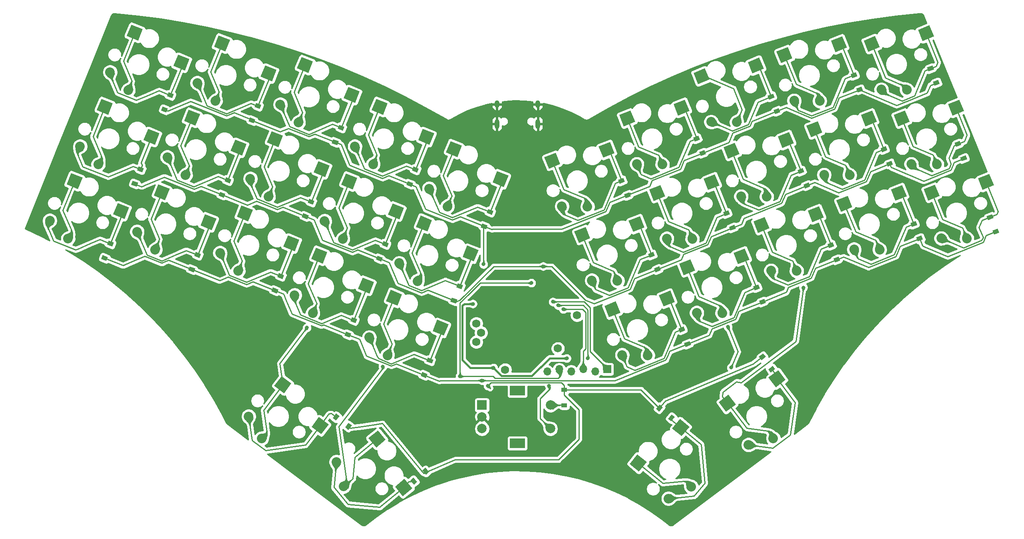
<source format=gbr>
G04 #@! TF.GenerationSoftware,KiCad,Pcbnew,(5.1.9-0-10_14)*
G04 #@! TF.CreationDate,2021-02-24T21:06:59-06:00*
G04 #@! TF.ProjectId,micro_redox_semi_split,6d696372-6f5f-4726-9564-6f785f73656d,rev?*
G04 #@! TF.SameCoordinates,Original*
G04 #@! TF.FileFunction,Copper,L2,Bot*
G04 #@! TF.FilePolarity,Positive*
%FSLAX46Y46*%
G04 Gerber Fmt 4.6, Leading zero omitted, Abs format (unit mm)*
G04 Created by KiCad (PCBNEW (5.1.9-0-10_14)) date 2021-02-24 21:06:59*
%MOMM*%
%LPD*%
G01*
G04 APERTURE LIST*
G04 #@! TA.AperFunction,SMDPad,CuDef*
%ADD10C,0.100000*%
G04 #@! TD*
G04 #@! TA.AperFunction,ComponentPad*
%ADD11C,2.032000*%
G04 #@! TD*
G04 #@! TA.AperFunction,SMDPad,CuDef*
%ADD12R,1.200000X0.900000*%
G04 #@! TD*
G04 #@! TA.AperFunction,ComponentPad*
%ADD13C,1.752600*%
G04 #@! TD*
G04 #@! TA.AperFunction,ComponentPad*
%ADD14C,2.000000*%
G04 #@! TD*
G04 #@! TA.AperFunction,ComponentPad*
%ADD15R,3.200000X2.000000*%
G04 #@! TD*
G04 #@! TA.AperFunction,ComponentPad*
%ADD16R,2.000000X2.000000*%
G04 #@! TD*
G04 #@! TA.AperFunction,ComponentPad*
%ADD17O,1.000000X2.100000*%
G04 #@! TD*
G04 #@! TA.AperFunction,ComponentPad*
%ADD18O,1.000000X1.600000*%
G04 #@! TD*
G04 #@! TA.AperFunction,ComponentPad*
%ADD19O,1.700000X1.700000*%
G04 #@! TD*
G04 #@! TA.AperFunction,ComponentPad*
%ADD20R,1.700000X1.700000*%
G04 #@! TD*
G04 #@! TA.AperFunction,ViaPad*
%ADD21C,0.800000*%
G04 #@! TD*
G04 #@! TA.AperFunction,Conductor*
%ADD22C,0.250000*%
G04 #@! TD*
G04 #@! TA.AperFunction,Conductor*
%ADD23C,0.381000*%
G04 #@! TD*
G04 #@! TA.AperFunction,Conductor*
%ADD24C,0.254000*%
G04 #@! TD*
G04 #@! TA.AperFunction,Conductor*
%ADD25C,0.100000*%
G04 #@! TD*
G04 #@! TA.AperFunction,Conductor*
%ADD26C,0.025400*%
G04 #@! TD*
G04 APERTURE END LIST*
G04 #@! TA.AperFunction,SMDPad,CuDef*
D10*
G36*
X216896064Y-62741655D02*
G01*
X215922086Y-60330977D01*
X218332764Y-59356999D01*
X219306742Y-61767677D01*
X216896064Y-62741655D01*
G37*
G04 #@! TD.AperFunction*
D11*
X219667436Y-70735566D03*
X225090029Y-70809619D03*
G04 #@! TA.AperFunction,SMDPad,CuDef*
D10*
G36*
X228429172Y-60454753D02*
G01*
X227455194Y-58044075D01*
X229865872Y-57070097D01*
X230839850Y-59480775D01*
X228429172Y-60454753D01*
G37*
G04 #@! TD.AperFunction*
D12*
X146135006Y-121927163D03*
X146135006Y-118627163D03*
G04 #@! TA.AperFunction,SMDPad,CuDef*
D10*
G36*
X189340844Y-114283687D02*
G01*
X190299207Y-113561509D01*
X190840840Y-114280281D01*
X189882477Y-115002459D01*
X189340844Y-114283687D01*
G37*
G04 #@! TD.AperFunction*
G04 #@! TA.AperFunction,SMDPad,CuDef*
G36*
X187354854Y-111648189D02*
G01*
X188313217Y-110926011D01*
X188854850Y-111644783D01*
X187896487Y-112366961D01*
X187354854Y-111648189D01*
G37*
G04 #@! TD.AperFunction*
G04 #@! TA.AperFunction,SMDPad,CuDef*
G36*
X168115653Y-124795003D02*
G01*
X168878947Y-123869053D01*
X169573409Y-124441523D01*
X168810115Y-125367473D01*
X168115653Y-124795003D01*
G37*
G04 #@! TD.AperFunction*
G04 #@! TA.AperFunction,SMDPad,CuDef*
G36*
X165569291Y-122695945D02*
G01*
X166332585Y-121769995D01*
X167027047Y-122342465D01*
X166263753Y-123268415D01*
X165569291Y-122695945D01*
G37*
G04 #@! TD.AperFunction*
G04 #@! TA.AperFunction,SMDPad,CuDef*
G36*
X114193756Y-137267560D02*
G01*
X114957050Y-138193510D01*
X114262588Y-138765980D01*
X113499294Y-137840030D01*
X114193756Y-137267560D01*
G37*
G04 #@! TD.AperFunction*
G04 #@! TA.AperFunction,SMDPad,CuDef*
G36*
X116740118Y-135168502D02*
G01*
X117503412Y-136094452D01*
X116808950Y-136666922D01*
X116045656Y-135740972D01*
X116740118Y-135168502D01*
G37*
G04 #@! TD.AperFunction*
G04 #@! TA.AperFunction,SMDPad,CuDef*
G36*
X98488707Y-124215388D02*
G01*
X97766529Y-125173751D01*
X97047757Y-124632118D01*
X97769935Y-123673755D01*
X98488707Y-124215388D01*
G37*
G04 #@! TD.AperFunction*
G04 #@! TA.AperFunction,SMDPad,CuDef*
G36*
X101124205Y-126201378D02*
G01*
X100402027Y-127159741D01*
X99683255Y-126618108D01*
X100405433Y-125659745D01*
X101124205Y-126201378D01*
G37*
G04 #@! TD.AperFunction*
G04 #@! TA.AperFunction,SMDPad,CuDef*
G36*
X237086500Y-82186304D02*
G01*
X235973880Y-82635832D01*
X235636734Y-81801366D01*
X236749354Y-81351838D01*
X237086500Y-82186304D01*
G37*
G04 #@! TD.AperFunction*
G04 #@! TA.AperFunction,SMDPad,CuDef*
G36*
X238322702Y-85246010D02*
G01*
X237210082Y-85695538D01*
X236872936Y-84861072D01*
X237985556Y-84411544D01*
X238322702Y-85246010D01*
G37*
G04 #@! TD.AperFunction*
G04 #@! TA.AperFunction,SMDPad,CuDef*
G36*
X220923637Y-83648489D02*
G01*
X219811017Y-84098017D01*
X219473871Y-83263551D01*
X220586491Y-82814023D01*
X220923637Y-83648489D01*
G37*
G04 #@! TD.AperFunction*
G04 #@! TA.AperFunction,SMDPad,CuDef*
G36*
X222159839Y-86708195D02*
G01*
X221047219Y-87157723D01*
X220710073Y-86323257D01*
X221822693Y-85873729D01*
X222159839Y-86708195D01*
G37*
G04 #@! TD.AperFunction*
G04 #@! TA.AperFunction,SMDPad,CuDef*
G36*
X203357753Y-88143062D02*
G01*
X202245133Y-88592590D01*
X201907987Y-87758124D01*
X203020607Y-87308596D01*
X203357753Y-88143062D01*
G37*
G04 #@! TD.AperFunction*
G04 #@! TA.AperFunction,SMDPad,CuDef*
G36*
X204593955Y-91202768D02*
G01*
X203481335Y-91652296D01*
X203144189Y-90817830D01*
X204256809Y-90368302D01*
X204593955Y-91202768D01*
G37*
G04 #@! TD.AperFunction*
G04 #@! TA.AperFunction,SMDPad,CuDef*
G36*
X187599722Y-97112224D02*
G01*
X186487102Y-97561752D01*
X186149956Y-96727286D01*
X187262576Y-96277758D01*
X187599722Y-97112224D01*
G37*
G04 #@! TD.AperFunction*
G04 #@! TA.AperFunction,SMDPad,CuDef*
G36*
X188835924Y-100171930D02*
G01*
X187723304Y-100621458D01*
X187386158Y-99786992D01*
X188498778Y-99337464D01*
X188835924Y-100171930D01*
G37*
G04 #@! TD.AperFunction*
G04 #@! TA.AperFunction,SMDPad,CuDef*
G36*
X171759026Y-106046299D02*
G01*
X170646406Y-106495827D01*
X170309260Y-105661361D01*
X171421880Y-105211833D01*
X171759026Y-106046299D01*
G37*
G04 #@! TD.AperFunction*
G04 #@! TA.AperFunction,SMDPad,CuDef*
G36*
X172995228Y-109106005D02*
G01*
X171882608Y-109555533D01*
X171545462Y-108721067D01*
X172658082Y-108271539D01*
X172995228Y-109106005D01*
G37*
G04 #@! TD.AperFunction*
G04 #@! TA.AperFunction,SMDPad,CuDef*
G36*
X118043740Y-113095438D02*
G01*
X116931120Y-112645910D01*
X117268266Y-111811444D01*
X118380886Y-112260972D01*
X118043740Y-113095438D01*
G37*
G04 #@! TD.AperFunction*
G04 #@! TA.AperFunction,SMDPad,CuDef*
G36*
X116807538Y-116155144D02*
G01*
X115694918Y-115705616D01*
X116032064Y-114871150D01*
X117144684Y-115320678D01*
X116807538Y-116155144D01*
G37*
G04 #@! TD.AperFunction*
G04 #@! TA.AperFunction,SMDPad,CuDef*
G36*
X101902190Y-104519889D02*
G01*
X100789570Y-104070361D01*
X101126716Y-103235895D01*
X102239336Y-103685423D01*
X101902190Y-104519889D01*
G37*
G04 #@! TD.AperFunction*
G04 #@! TA.AperFunction,SMDPad,CuDef*
G36*
X100665988Y-107579595D02*
G01*
X99553368Y-107130067D01*
X99890514Y-106295601D01*
X101003134Y-106745129D01*
X100665988Y-107579595D01*
G37*
G04 #@! TD.AperFunction*
G04 #@! TA.AperFunction,SMDPad,CuDef*
G36*
X86432266Y-95147964D02*
G01*
X85319646Y-94698436D01*
X85656792Y-93863970D01*
X86769412Y-94313498D01*
X86432266Y-95147964D01*
G37*
G04 #@! TD.AperFunction*
G04 #@! TA.AperFunction,SMDPad,CuDef*
G36*
X85196064Y-98207670D02*
G01*
X84083444Y-97758142D01*
X84420590Y-96923676D01*
X85533210Y-97373204D01*
X85196064Y-98207670D01*
G37*
G04 #@! TD.AperFunction*
G04 #@! TA.AperFunction,SMDPad,CuDef*
G36*
X68820254Y-90673842D02*
G01*
X67707634Y-90224314D01*
X68044780Y-89389848D01*
X69157400Y-89839376D01*
X68820254Y-90673842D01*
G37*
G04 #@! TD.AperFunction*
G04 #@! TA.AperFunction,SMDPad,CuDef*
G36*
X67584052Y-93733548D02*
G01*
X66471432Y-93284020D01*
X66808578Y-92449554D01*
X67921198Y-92899082D01*
X67584052Y-93733548D01*
G37*
G04 #@! TD.AperFunction*
G04 #@! TA.AperFunction,SMDPad,CuDef*
G36*
X50339144Y-88275022D02*
G01*
X49226524Y-87825494D01*
X49563670Y-86991028D01*
X50676290Y-87440556D01*
X50339144Y-88275022D01*
G37*
G04 #@! TD.AperFunction*
G04 #@! TA.AperFunction,SMDPad,CuDef*
G36*
X49102942Y-91334728D02*
G01*
X47990322Y-90885200D01*
X48327468Y-90050734D01*
X49440088Y-90500262D01*
X49102942Y-91334728D01*
G37*
G04 #@! TD.AperFunction*
G04 #@! TA.AperFunction,SMDPad,CuDef*
G36*
X230264223Y-66656666D02*
G01*
X229151603Y-67106194D01*
X228814457Y-66271728D01*
X229927077Y-65822200D01*
X230264223Y-66656666D01*
G37*
G04 #@! TD.AperFunction*
G04 #@! TA.AperFunction,SMDPad,CuDef*
G36*
X231500425Y-69716372D02*
G01*
X230387805Y-70165900D01*
X230050659Y-69331434D01*
X231163279Y-68881906D01*
X231500425Y-69716372D01*
G37*
G04 #@! TD.AperFunction*
G04 #@! TA.AperFunction,SMDPad,CuDef*
G36*
X214583671Y-67787011D02*
G01*
X213471051Y-68236539D01*
X213133905Y-67402073D01*
X214246525Y-66952545D01*
X214583671Y-67787011D01*
G37*
G04 #@! TD.AperFunction*
G04 #@! TA.AperFunction,SMDPad,CuDef*
G36*
X215819873Y-70846717D02*
G01*
X214707253Y-71296245D01*
X214370107Y-70461779D01*
X215482727Y-70012251D01*
X215819873Y-70846717D01*
G37*
G04 #@! TD.AperFunction*
G04 #@! TA.AperFunction,SMDPad,CuDef*
G36*
X197006486Y-72423125D02*
G01*
X195893866Y-72872653D01*
X195556720Y-72038187D01*
X196669340Y-71588659D01*
X197006486Y-72423125D01*
G37*
G04 #@! TD.AperFunction*
G04 #@! TA.AperFunction,SMDPad,CuDef*
G36*
X198242688Y-75482831D02*
G01*
X197130068Y-75932359D01*
X196792922Y-75097893D01*
X197905542Y-74648365D01*
X198242688Y-75482831D01*
G37*
G04 #@! TD.AperFunction*
G04 #@! TA.AperFunction,SMDPad,CuDef*
G36*
X181248453Y-81392287D02*
G01*
X180135833Y-81841815D01*
X179798687Y-81007349D01*
X180911307Y-80557821D01*
X181248453Y-81392287D01*
G37*
G04 #@! TD.AperFunction*
G04 #@! TA.AperFunction,SMDPad,CuDef*
G36*
X182484655Y-84451993D02*
G01*
X181372035Y-84901521D01*
X181034889Y-84067055D01*
X182147509Y-83617527D01*
X182484655Y-84451993D01*
G37*
G04 #@! TD.AperFunction*
G04 #@! TA.AperFunction,SMDPad,CuDef*
G36*
X165360184Y-90208609D02*
G01*
X164247564Y-90658137D01*
X163910418Y-89823671D01*
X165023038Y-89374143D01*
X165360184Y-90208609D01*
G37*
G04 #@! TD.AperFunction*
G04 #@! TA.AperFunction,SMDPad,CuDef*
G36*
X166596386Y-93268315D02*
G01*
X165483766Y-93717843D01*
X165146620Y-92883377D01*
X166259240Y-92433849D01*
X166596386Y-93268315D01*
G37*
G04 #@! TD.AperFunction*
G04 #@! TA.AperFunction,SMDPad,CuDef*
G36*
X124359920Y-97292835D02*
G01*
X123247300Y-96843307D01*
X123584446Y-96008841D01*
X124697066Y-96458369D01*
X124359920Y-97292835D01*
G37*
G04 #@! TD.AperFunction*
G04 #@! TA.AperFunction,SMDPad,CuDef*
G36*
X123123718Y-100352541D02*
G01*
X122011098Y-99903013D01*
X122348244Y-99068547D01*
X123460864Y-99518075D01*
X123123718Y-100352541D01*
G37*
G04 #@! TD.AperFunction*
G04 #@! TA.AperFunction,SMDPad,CuDef*
G36*
X108578100Y-88382549D02*
G01*
X107465480Y-87933021D01*
X107802626Y-87098555D01*
X108915246Y-87548083D01*
X108578100Y-88382549D01*
G37*
G04 #@! TD.AperFunction*
G04 #@! TA.AperFunction,SMDPad,CuDef*
G36*
X107341898Y-91442255D02*
G01*
X106229278Y-90992727D01*
X106566424Y-90158261D01*
X107679044Y-90607789D01*
X107341898Y-91442255D01*
G37*
G04 #@! TD.AperFunction*
G04 #@! TA.AperFunction,SMDPad,CuDef*
G36*
X92866197Y-79392936D02*
G01*
X91753577Y-78943408D01*
X92090723Y-78108942D01*
X93203343Y-78558470D01*
X92866197Y-79392936D01*
G37*
G04 #@! TD.AperFunction*
G04 #@! TA.AperFunction,SMDPad,CuDef*
G36*
X91629995Y-82452642D02*
G01*
X90517375Y-82003114D01*
X90854521Y-81168648D01*
X91967141Y-81618176D01*
X91629995Y-82452642D01*
G37*
G04 #@! TD.AperFunction*
G04 #@! TA.AperFunction,SMDPad,CuDef*
G36*
X75219095Y-74836151D02*
G01*
X74106475Y-74386623D01*
X74443621Y-73552157D01*
X75556241Y-74001685D01*
X75219095Y-74836151D01*
G37*
G04 #@! TD.AperFunction*
G04 #@! TA.AperFunction,SMDPad,CuDef*
G36*
X73982893Y-77895857D02*
G01*
X72870273Y-77446329D01*
X73207419Y-76611863D01*
X74320039Y-77061391D01*
X73982893Y-77895857D01*
G37*
G04 #@! TD.AperFunction*
G04 #@! TA.AperFunction,SMDPad,CuDef*
G36*
X56714199Y-72496208D02*
G01*
X55601579Y-72046680D01*
X55938725Y-71212214D01*
X57051345Y-71661742D01*
X56714199Y-72496208D01*
G37*
G04 #@! TD.AperFunction*
G04 #@! TA.AperFunction,SMDPad,CuDef*
G36*
X55477997Y-75555914D02*
G01*
X54365377Y-75106386D01*
X54702523Y-74271920D01*
X55815143Y-74721448D01*
X55477997Y-75555914D01*
G37*
G04 #@! TD.AperFunction*
G04 #@! TA.AperFunction,SMDPad,CuDef*
G36*
X224477930Y-50639976D02*
G01*
X223365310Y-51089504D01*
X223028164Y-50255038D01*
X224140784Y-49805510D01*
X224477930Y-50639976D01*
G37*
G04 #@! TD.AperFunction*
G04 #@! TA.AperFunction,SMDPad,CuDef*
G36*
X225714132Y-53699682D02*
G01*
X224601512Y-54149210D01*
X224264366Y-53314744D01*
X225376986Y-52865216D01*
X225714132Y-53699682D01*
G37*
G04 #@! TD.AperFunction*
G04 #@! TA.AperFunction,SMDPad,CuDef*
G36*
X208232402Y-52067073D02*
G01*
X207119782Y-52516601D01*
X206782636Y-51682135D01*
X207895256Y-51232607D01*
X208232402Y-52067073D01*
G37*
G04 #@! TD.AperFunction*
G04 #@! TA.AperFunction,SMDPad,CuDef*
G36*
X209468604Y-55126779D02*
G01*
X208355984Y-55576307D01*
X208018838Y-54741841D01*
X209131458Y-54292313D01*
X209468604Y-55126779D01*
G37*
G04 #@! TD.AperFunction*
G04 #@! TA.AperFunction,SMDPad,CuDef*
G36*
X190690307Y-56620522D02*
G01*
X189577687Y-57070050D01*
X189240541Y-56235584D01*
X190353161Y-55786056D01*
X190690307Y-56620522D01*
G37*
G04 #@! TD.AperFunction*
G04 #@! TA.AperFunction,SMDPad,CuDef*
G36*
X191926509Y-59680228D02*
G01*
X190813889Y-60129756D01*
X190476743Y-59295290D01*
X191589363Y-58845762D01*
X191926509Y-59680228D01*
G37*
G04 #@! TD.AperFunction*
G04 #@! TA.AperFunction,SMDPad,CuDef*
G36*
X174908487Y-65530807D02*
G01*
X173795867Y-65980335D01*
X173458721Y-65145869D01*
X174571341Y-64696341D01*
X174908487Y-65530807D01*
G37*
G04 #@! TD.AperFunction*
G04 #@! TA.AperFunction,SMDPad,CuDef*
G36*
X176144689Y-68590513D02*
G01*
X175032069Y-69040041D01*
X174694923Y-68205575D01*
X175807543Y-67756047D01*
X176144689Y-68590513D01*
G37*
G04 #@! TD.AperFunction*
G04 #@! TA.AperFunction,SMDPad,CuDef*
G36*
X159008917Y-74488670D02*
G01*
X157896297Y-74938198D01*
X157559151Y-74103732D01*
X158671771Y-73654204D01*
X159008917Y-74488670D01*
G37*
G04 #@! TD.AperFunction*
G04 #@! TA.AperFunction,SMDPad,CuDef*
G36*
X160245119Y-77548376D02*
G01*
X159132499Y-77997904D01*
X158795353Y-77163438D01*
X159907973Y-76713910D01*
X160245119Y-77548376D01*
G37*
G04 #@! TD.AperFunction*
G04 #@! TA.AperFunction,SMDPad,CuDef*
G36*
X130793850Y-81537810D02*
G01*
X129681230Y-81088282D01*
X130018376Y-80253816D01*
X131130996Y-80703344D01*
X130793850Y-81537810D01*
G37*
G04 #@! TD.AperFunction*
G04 #@! TA.AperFunction,SMDPad,CuDef*
G36*
X129557648Y-84597516D02*
G01*
X128445028Y-84147988D01*
X128782174Y-83313522D01*
X129894794Y-83763050D01*
X129557648Y-84597516D01*
G37*
G04 #@! TD.AperFunction*
G04 #@! TA.AperFunction,SMDPad,CuDef*
G36*
X114976942Y-72544859D02*
G01*
X113864322Y-72095331D01*
X114201468Y-71260865D01*
X115314088Y-71710393D01*
X114976942Y-72544859D01*
G37*
G04 #@! TD.AperFunction*
G04 #@! TA.AperFunction,SMDPad,CuDef*
G36*
X113740740Y-75604565D02*
G01*
X112628120Y-75155037D01*
X112965266Y-74320571D01*
X114077886Y-74770099D01*
X113740740Y-75604565D01*
G37*
G04 #@! TD.AperFunction*
G04 #@! TA.AperFunction,SMDPad,CuDef*
G36*
X99217465Y-63672999D02*
G01*
X98104845Y-63223471D01*
X98441991Y-62389005D01*
X99554611Y-62838533D01*
X99217465Y-63672999D01*
G37*
G04 #@! TD.AperFunction*
G04 #@! TA.AperFunction,SMDPad,CuDef*
G36*
X97981263Y-66732705D02*
G01*
X96868643Y-66283177D01*
X97205789Y-65448711D01*
X98318409Y-65898239D01*
X97981263Y-66732705D01*
G37*
G04 #@! TD.AperFunction*
G04 #@! TA.AperFunction,SMDPad,CuDef*
G36*
X81594149Y-59057336D02*
G01*
X80481529Y-58607808D01*
X80818675Y-57773342D01*
X81931295Y-58222870D01*
X81594149Y-59057336D01*
G37*
G04 #@! TD.AperFunction*
G04 #@! TA.AperFunction,SMDPad,CuDef*
G36*
X80357947Y-62117042D02*
G01*
X79245327Y-61667514D01*
X79582473Y-60833048D01*
X80695093Y-61282576D01*
X80357947Y-62117042D01*
G37*
G04 #@! TD.AperFunction*
G04 #@! TA.AperFunction,SMDPad,CuDef*
G36*
X63031442Y-56762523D02*
G01*
X61918822Y-56312995D01*
X62255968Y-55478529D01*
X63368588Y-55928057D01*
X63031442Y-56762523D01*
G37*
G04 #@! TD.AperFunction*
G04 #@! TA.AperFunction,SMDPad,CuDef*
G36*
X61795240Y-59822229D02*
G01*
X60682620Y-59372701D01*
X61019766Y-58538235D01*
X62132386Y-58987763D01*
X61795240Y-59822229D01*
G37*
G04 #@! TD.AperFunction*
D13*
X133592700Y-114370360D03*
X144783053Y-109875494D03*
X148832869Y-102786919D03*
X127496867Y-108501917D03*
X128512868Y-106533418D03*
X127496867Y-104564918D03*
G04 #@! TA.AperFunction,SMDPad,CuDef*
D10*
G36*
X198417565Y-65027659D02*
G01*
X197443587Y-62616981D01*
X199854265Y-61643003D01*
X200828243Y-64053681D01*
X198417565Y-65027659D01*
G37*
G04 #@! TD.AperFunction*
D11*
X201188937Y-73021570D03*
X206611530Y-73095623D03*
G04 #@! TA.AperFunction,SMDPad,CuDef*
D10*
G36*
X209950673Y-62740757D02*
G01*
X208976695Y-60330079D01*
X211387373Y-59356101D01*
X212361351Y-61766779D01*
X209950673Y-62740757D01*
G37*
G04 #@! TD.AperFunction*
D14*
X143202348Y-126894237D03*
X143202348Y-121894237D03*
D15*
X136202348Y-129994237D03*
X136202348Y-118794237D03*
D14*
X128702348Y-126894237D03*
X128702348Y-124394237D03*
D16*
X128702348Y-121894237D03*
D17*
X140522348Y-62213238D03*
X131882348Y-62213238D03*
D18*
X140522348Y-58033238D03*
X131882348Y-58033238D03*
D19*
X142510824Y-114732249D03*
X145050824Y-114275049D03*
X147590824Y-114732249D03*
X150130824Y-114275049D03*
X152670824Y-114732249D03*
D20*
X155210824Y-114275049D03*
G04 #@! TA.AperFunction,SMDPad,CuDef*
D10*
G36*
X180423154Y-123306889D02*
G01*
X178858435Y-121230436D01*
X180934888Y-119665717D01*
X182499607Y-121742170D01*
X180423154Y-123306889D01*
G37*
G04 #@! TD.AperFunction*
D11*
X185169072Y-130311130D03*
X190426061Y-128979190D03*
G04 #@! TA.AperFunction,SMDPad,CuDef*
D10*
G36*
X190971388Y-118112924D02*
G01*
X189406669Y-116036471D01*
X191483122Y-114471752D01*
X193047841Y-116548205D01*
X190971388Y-118112924D01*
G37*
G04 #@! TD.AperFunction*
G04 #@! TA.AperFunction,SMDPad,CuDef*
G36*
X161962235Y-136015655D02*
G01*
X159956011Y-134361851D01*
X161609815Y-132355627D01*
X163616039Y-134009431D01*
X161962235Y-136015655D01*
G37*
G04 #@! TD.AperFunction*
D11*
X168212129Y-141718456D03*
X173012932Y-139196097D03*
G04 #@! TA.AperFunction,SMDPad,CuDef*
D10*
G36*
X171006512Y-128502763D02*
G01*
X169000288Y-126848959D01*
X170654092Y-124842735D01*
X172660316Y-126496539D01*
X171006512Y-128502763D01*
G37*
G04 #@! TD.AperFunction*
G04 #@! TA.AperFunction,SMDPad,CuDef*
G36*
X104622347Y-128891794D02*
G01*
X106628571Y-127237990D01*
X108282375Y-129244214D01*
X106276151Y-130898018D01*
X104622347Y-128891794D01*
G37*
G04 #@! TD.AperFunction*
D11*
X97831786Y-133938714D03*
X99391766Y-139132601D03*
G04 #@! TA.AperFunction,SMDPad,CuDef*
D10*
G36*
X110271476Y-139203430D02*
G01*
X112277700Y-137549626D01*
X113931504Y-139555850D01*
X111925280Y-141209654D01*
X110271476Y-139203430D01*
G37*
G04 #@! TD.AperFunction*
G04 #@! TA.AperFunction,SMDPad,CuDef*
G36*
X84674027Y-117800278D02*
G01*
X86238746Y-115723825D01*
X88315199Y-117288544D01*
X86750480Y-119364997D01*
X84674027Y-117800278D01*
G37*
G04 #@! TD.AperFunction*
D11*
X79249270Y-124292976D03*
X81978636Y-128979186D03*
G04 #@! TA.AperFunction,SMDPad,CuDef*
D10*
G36*
X92574274Y-126508239D02*
G01*
X94138993Y-124431786D01*
X96215446Y-125996505D01*
X94650727Y-128072958D01*
X92574274Y-126508239D01*
G37*
G04 #@! TD.AperFunction*
G04 #@! TA.AperFunction,SMDPad,CuDef*
G36*
X223246062Y-78489657D02*
G01*
X222272084Y-76078979D01*
X224682762Y-75105001D01*
X225656740Y-77515679D01*
X223246062Y-78489657D01*
G37*
G04 #@! TD.AperFunction*
D11*
X226017434Y-86483568D03*
X231440027Y-86557621D03*
G04 #@! TA.AperFunction,SMDPad,CuDef*
D10*
G36*
X234779170Y-76202755D02*
G01*
X233805192Y-73792077D01*
X236215870Y-72818099D01*
X237189848Y-75228777D01*
X234779170Y-76202755D01*
G37*
G04 #@! TD.AperFunction*
G04 #@! TA.AperFunction,SMDPad,CuDef*
G36*
X204767562Y-80839161D02*
G01*
X203793584Y-78428483D01*
X206204262Y-77454505D01*
X207178240Y-79865183D01*
X204767562Y-80839161D01*
G37*
G04 #@! TD.AperFunction*
D11*
X207538934Y-88833072D03*
X212961527Y-88907125D03*
G04 #@! TA.AperFunction,SMDPad,CuDef*
D10*
G36*
X216300670Y-78552259D02*
G01*
X215326692Y-76141581D01*
X217737370Y-75167603D01*
X218711348Y-77578281D01*
X216300670Y-78552259D01*
G37*
G04 #@! TD.AperFunction*
G04 #@! TA.AperFunction,SMDPad,CuDef*
G36*
X187178064Y-85347657D02*
G01*
X186204086Y-82936979D01*
X188614764Y-81963001D01*
X189588742Y-84373679D01*
X187178064Y-85347657D01*
G37*
G04 #@! TD.AperFunction*
D11*
X189949436Y-93341568D03*
X195372029Y-93415621D03*
G04 #@! TA.AperFunction,SMDPad,CuDef*
D10*
G36*
X198711172Y-83060755D02*
G01*
X197737194Y-80650077D01*
X200147872Y-79676099D01*
X201121850Y-82086777D01*
X198711172Y-83060755D01*
G37*
G04 #@! TD.AperFunction*
G04 #@! TA.AperFunction,SMDPad,CuDef*
G36*
X171430063Y-94301162D02*
G01*
X170456085Y-91890484D01*
X172866763Y-90916506D01*
X173840741Y-93327184D01*
X171430063Y-94301162D01*
G37*
G04 #@! TD.AperFunction*
D11*
X174201435Y-102295073D03*
X179624028Y-102369126D03*
G04 #@! TA.AperFunction,SMDPad,CuDef*
D10*
G36*
X182963171Y-92014260D02*
G01*
X181989193Y-89603582D01*
X184399871Y-88629604D01*
X185373849Y-91040282D01*
X182963171Y-92014260D01*
G37*
G04 #@! TD.AperFunction*
G04 #@! TA.AperFunction,SMDPad,CuDef*
G36*
X155618563Y-103254658D02*
G01*
X154644585Y-100843980D01*
X157055263Y-99870002D01*
X158029241Y-102280680D01*
X155618563Y-103254658D01*
G37*
G04 #@! TD.AperFunction*
D11*
X158389935Y-111248569D03*
X163812528Y-111322622D03*
G04 #@! TA.AperFunction,SMDPad,CuDef*
D10*
G36*
X167151671Y-100967756D02*
G01*
X166177693Y-98557078D01*
X168588371Y-97583100D01*
X169562349Y-99993778D01*
X167151671Y-100967756D01*
G37*
G04 #@! TD.AperFunction*
G04 #@! TA.AperFunction,SMDPad,CuDef*
G36*
X108365907Y-99827006D02*
G01*
X109339885Y-97416328D01*
X111750563Y-98390306D01*
X110776585Y-100800984D01*
X108365907Y-99827006D01*
G37*
G04 #@! TD.AperFunction*
D11*
X104806429Y-107502503D03*
X108655674Y-111322622D03*
G04 #@! TA.AperFunction,SMDPad,CuDef*
D10*
G36*
X118250746Y-106193517D02*
G01*
X119224724Y-103782839D01*
X121635402Y-104756817D01*
X120661424Y-107167495D01*
X118250746Y-106193517D01*
G37*
G04 #@! TD.AperFunction*
G04 #@! TA.AperFunction,SMDPad,CuDef*
G36*
X92554405Y-90873504D02*
G01*
X93528383Y-88462826D01*
X95939061Y-89436804D01*
X94965083Y-91847482D01*
X92554405Y-90873504D01*
G37*
G04 #@! TD.AperFunction*
D11*
X88994927Y-98549001D03*
X92844172Y-102369120D03*
G04 #@! TA.AperFunction,SMDPad,CuDef*
D10*
G36*
X102439244Y-97240015D02*
G01*
X103413222Y-94829337D01*
X105823900Y-95803315D01*
X104849922Y-98213993D01*
X102439244Y-97240015D01*
G37*
G04 #@! TD.AperFunction*
G04 #@! TA.AperFunction,SMDPad,CuDef*
G36*
X76742904Y-81920004D02*
G01*
X77716882Y-79509326D01*
X80127560Y-80483304D01*
X79153582Y-82893982D01*
X76742904Y-81920004D01*
G37*
G04 #@! TD.AperFunction*
D11*
X73183426Y-89595501D03*
X77032671Y-93415620D03*
G04 #@! TA.AperFunction,SMDPad,CuDef*
D10*
G36*
X86627743Y-88286515D02*
G01*
X87601721Y-85875837D01*
X90012399Y-86849815D01*
X89038421Y-89260493D01*
X86627743Y-88286515D01*
G37*
G04 #@! TD.AperFunction*
G04 #@! TA.AperFunction,SMDPad,CuDef*
G36*
X59153408Y-77411507D02*
G01*
X60127386Y-75000829D01*
X62538064Y-75974807D01*
X61564086Y-78385485D01*
X59153408Y-77411507D01*
G37*
G04 #@! TD.AperFunction*
D11*
X55593930Y-85087004D03*
X59443175Y-88907123D03*
G04 #@! TA.AperFunction,SMDPad,CuDef*
D10*
G36*
X69038247Y-83778018D02*
G01*
X70012225Y-81367340D01*
X72422903Y-82341318D01*
X71448925Y-84751996D01*
X69038247Y-83778018D01*
G37*
G04 #@! TD.AperFunction*
G04 #@! TA.AperFunction,SMDPad,CuDef*
G36*
X40674901Y-75062012D02*
G01*
X41648879Y-72651334D01*
X44059557Y-73625312D01*
X43085579Y-76035990D01*
X40674901Y-75062012D01*
G37*
G04 #@! TD.AperFunction*
D11*
X37115423Y-82737509D03*
X40964668Y-86557628D03*
G04 #@! TA.AperFunction,SMDPad,CuDef*
D10*
G36*
X50559740Y-81428523D02*
G01*
X51533718Y-79017845D01*
X53944396Y-79991823D01*
X52970418Y-82402501D01*
X50559740Y-81428523D01*
G37*
G04 #@! TD.AperFunction*
G04 #@! TA.AperFunction,SMDPad,CuDef*
G36*
X180828063Y-69599659D02*
G01*
X179854085Y-67188981D01*
X182264763Y-66215003D01*
X183238741Y-68625681D01*
X180828063Y-69599659D01*
G37*
G04 #@! TD.AperFunction*
D11*
X183599435Y-77593570D03*
X189022028Y-77667623D03*
G04 #@! TA.AperFunction,SMDPad,CuDef*
D10*
G36*
X192361171Y-67312757D02*
G01*
X191387193Y-64902079D01*
X193797871Y-63928101D01*
X194771849Y-66338779D01*
X192361171Y-67312757D01*
G37*
G04 #@! TD.AperFunction*
G04 #@! TA.AperFunction,SMDPad,CuDef*
G36*
X165080064Y-78553163D02*
G01*
X164106086Y-76142485D01*
X166516764Y-75168507D01*
X167490742Y-77579185D01*
X165080064Y-78553163D01*
G37*
G04 #@! TD.AperFunction*
D11*
X167851436Y-86547074D03*
X173274029Y-86621127D03*
G04 #@! TA.AperFunction,SMDPad,CuDef*
D10*
G36*
X176613172Y-76266261D02*
G01*
X175639194Y-73855583D01*
X178049872Y-72881605D01*
X179023850Y-75292283D01*
X176613172Y-76266261D01*
G37*
G04 #@! TD.AperFunction*
G04 #@! TA.AperFunction,SMDPad,CuDef*
G36*
X149205059Y-87443162D02*
G01*
X148231081Y-85032484D01*
X150641759Y-84058506D01*
X151615737Y-86469184D01*
X149205059Y-87443162D01*
G37*
G04 #@! TD.AperFunction*
D11*
X151976431Y-95437073D03*
X157399024Y-95511126D03*
G04 #@! TA.AperFunction,SMDPad,CuDef*
D10*
G36*
X160738167Y-85156260D02*
G01*
X159764189Y-82745582D01*
X162174867Y-81771604D01*
X163148845Y-84182282D01*
X160738167Y-85156260D01*
G37*
G04 #@! TD.AperFunction*
G04 #@! TA.AperFunction,SMDPad,CuDef*
G36*
X114715904Y-84079010D02*
G01*
X115689882Y-81668332D01*
X118100560Y-82642310D01*
X117126582Y-85052988D01*
X114715904Y-84079010D01*
G37*
G04 #@! TD.AperFunction*
D11*
X111156426Y-91754507D03*
X115005671Y-95574626D03*
G04 #@! TA.AperFunction,SMDPad,CuDef*
D10*
G36*
X124600743Y-90445521D02*
G01*
X125574721Y-88034843D01*
X127985399Y-89008821D01*
X127011421Y-91419499D01*
X124600743Y-90445521D01*
G37*
G04 #@! TD.AperFunction*
G04 #@! TA.AperFunction,SMDPad,CuDef*
G36*
X98904404Y-75125508D02*
G01*
X99878382Y-72714830D01*
X102289060Y-73688808D01*
X101315082Y-76099486D01*
X98904404Y-75125508D01*
G37*
G04 #@! TD.AperFunction*
D11*
X95344926Y-82801005D03*
X99194171Y-86621124D03*
G04 #@! TA.AperFunction,SMDPad,CuDef*
D10*
G36*
X108789243Y-81492019D02*
G01*
X109763221Y-79081341D01*
X112173899Y-80055319D01*
X111199921Y-82465997D01*
X108789243Y-81492019D01*
G37*
G04 #@! TD.AperFunction*
G04 #@! TA.AperFunction,SMDPad,CuDef*
G36*
X83156403Y-66172005D02*
G01*
X84130381Y-63761327D01*
X86541059Y-64735305D01*
X85567081Y-67145983D01*
X83156403Y-66172005D01*
G37*
G04 #@! TD.AperFunction*
D11*
X79596925Y-73847502D03*
X83446170Y-77667621D03*
G04 #@! TA.AperFunction,SMDPad,CuDef*
D10*
G36*
X93041242Y-72538516D02*
G01*
X94015220Y-70127838D01*
X96425898Y-71101816D01*
X95451920Y-73512494D01*
X93041242Y-72538516D01*
G37*
G04 #@! TD.AperFunction*
G04 #@! TA.AperFunction,SMDPad,CuDef*
G36*
X65566905Y-61600004D02*
G01*
X66540883Y-59189326D01*
X68951561Y-60163304D01*
X67977583Y-62573982D01*
X65566905Y-61600004D01*
G37*
G04 #@! TD.AperFunction*
D11*
X62007427Y-69275501D03*
X65856672Y-73095620D03*
G04 #@! TA.AperFunction,SMDPad,CuDef*
D10*
G36*
X75451744Y-67966515D02*
G01*
X76425722Y-65555837D01*
X78836400Y-66529815D01*
X77862422Y-68940493D01*
X75451744Y-67966515D01*
G37*
G04 #@! TD.AperFunction*
G04 #@! TA.AperFunction,SMDPad,CuDef*
G36*
X47088402Y-59314008D02*
G01*
X48062380Y-56903330D01*
X50473058Y-57877308D01*
X49499080Y-60287986D01*
X47088402Y-59314008D01*
G37*
G04 #@! TD.AperFunction*
D11*
X43528924Y-66989505D03*
X47378169Y-70809624D03*
G04 #@! TA.AperFunction,SMDPad,CuDef*
D10*
G36*
X56973241Y-65680519D02*
G01*
X57947219Y-63269841D01*
X60357897Y-64243819D01*
X59383919Y-66654497D01*
X56973241Y-65680519D01*
G37*
G04 #@! TD.AperFunction*
G04 #@! TA.AperFunction,SMDPad,CuDef*
G36*
X210546062Y-46930156D02*
G01*
X209572084Y-44519478D01*
X211982762Y-43545500D01*
X212956740Y-45956178D01*
X210546062Y-46930156D01*
G37*
G04 #@! TD.AperFunction*
D11*
X213317434Y-54924067D03*
X218740027Y-54998120D03*
G04 #@! TA.AperFunction,SMDPad,CuDef*
D10*
G36*
X222079170Y-44643254D02*
G01*
X221105192Y-42232576D01*
X223515870Y-41258598D01*
X224489848Y-43669276D01*
X222079170Y-44643254D01*
G37*
G04 #@! TD.AperFunction*
G04 #@! TA.AperFunction,SMDPad,CuDef*
G36*
X192067567Y-49279657D02*
G01*
X191093589Y-46868979D01*
X193504267Y-45895001D01*
X194478245Y-48305679D01*
X192067567Y-49279657D01*
G37*
G04 #@! TD.AperFunction*
D11*
X194838939Y-57273568D03*
X200261532Y-57347621D03*
G04 #@! TA.AperFunction,SMDPad,CuDef*
D10*
G36*
X203600675Y-46992755D02*
G01*
X202626697Y-44582077D01*
X205037375Y-43608099D01*
X206011353Y-46018777D01*
X203600675Y-46992755D01*
G37*
G04 #@! TD.AperFunction*
G04 #@! TA.AperFunction,SMDPad,CuDef*
G36*
X174478061Y-53788160D02*
G01*
X173504083Y-51377482D01*
X175914761Y-50403504D01*
X176888739Y-52814182D01*
X174478061Y-53788160D01*
G37*
G04 #@! TD.AperFunction*
D11*
X177249433Y-61782071D03*
X182672026Y-61856124D03*
G04 #@! TA.AperFunction,SMDPad,CuDef*
D10*
G36*
X186011169Y-51501258D02*
G01*
X185037191Y-49090580D01*
X187447869Y-48116602D01*
X188421847Y-50527280D01*
X186011169Y-51501258D01*
G37*
G04 #@! TD.AperFunction*
G04 #@! TA.AperFunction,SMDPad,CuDef*
G36*
X158730063Y-62741664D02*
G01*
X157756085Y-60330986D01*
X160166763Y-59357008D01*
X161140741Y-61767686D01*
X158730063Y-62741664D01*
G37*
G04 #@! TD.AperFunction*
D11*
X161501435Y-70735575D03*
X166924028Y-70809628D03*
G04 #@! TA.AperFunction,SMDPad,CuDef*
D10*
G36*
X170263171Y-60454762D02*
G01*
X169289193Y-58044084D01*
X171699871Y-57070106D01*
X172673849Y-59480784D01*
X170263171Y-60454762D01*
G37*
G04 #@! TD.AperFunction*
G04 #@! TA.AperFunction,SMDPad,CuDef*
G36*
X142855067Y-71695159D02*
G01*
X141881089Y-69284481D01*
X144291767Y-68310503D01*
X145265745Y-70721181D01*
X142855067Y-71695159D01*
G37*
G04 #@! TD.AperFunction*
D11*
X145626439Y-79689070D03*
X151049032Y-79763123D03*
G04 #@! TA.AperFunction,SMDPad,CuDef*
D10*
G36*
X154388175Y-69408257D02*
G01*
X153414197Y-66997579D01*
X155824875Y-66023601D01*
X156798853Y-68434279D01*
X154388175Y-69408257D01*
G37*
G04 #@! TD.AperFunction*
G04 #@! TA.AperFunction,SMDPad,CuDef*
G36*
X121065904Y-68267507D02*
G01*
X122039882Y-65856829D01*
X124450560Y-66830807D01*
X123476582Y-69241485D01*
X121065904Y-68267507D01*
G37*
G04 #@! TD.AperFunction*
D11*
X117506426Y-75943004D03*
X121355671Y-79763123D03*
G04 #@! TA.AperFunction,SMDPad,CuDef*
D10*
G36*
X130950743Y-74634018D02*
G01*
X131924721Y-72223340D01*
X134335399Y-73197318D01*
X133361421Y-75607996D01*
X130950743Y-74634018D01*
G37*
G04 #@! TD.AperFunction*
G04 #@! TA.AperFunction,SMDPad,CuDef*
G36*
X105317903Y-59314006D02*
G01*
X106291881Y-56903328D01*
X108702559Y-57877306D01*
X107728581Y-60287984D01*
X105317903Y-59314006D01*
G37*
G04 #@! TD.AperFunction*
D11*
X101758425Y-66989503D03*
X105607670Y-70809622D03*
G04 #@! TA.AperFunction,SMDPad,CuDef*
D10*
G36*
X115202742Y-65680517D02*
G01*
X116176720Y-63269839D01*
X118587398Y-64243817D01*
X117613420Y-66654495D01*
X115202742Y-65680517D01*
G37*
G04 #@! TD.AperFunction*
G04 #@! TA.AperFunction,SMDPad,CuDef*
G36*
X89506405Y-50424008D02*
G01*
X90480383Y-48013330D01*
X92891061Y-48987308D01*
X91917083Y-51397986D01*
X89506405Y-50424008D01*
G37*
G04 #@! TD.AperFunction*
D11*
X85946927Y-58099505D03*
X89796172Y-61919624D03*
G04 #@! TA.AperFunction,SMDPad,CuDef*
D10*
G36*
X99391244Y-56790519D02*
G01*
X100365222Y-54379841D01*
X102775900Y-55353819D01*
X101801922Y-57764497D01*
X99391244Y-56790519D01*
G37*
G04 #@! TD.AperFunction*
G04 #@! TA.AperFunction,SMDPad,CuDef*
G36*
X71916902Y-45852004D02*
G01*
X72890880Y-43441326D01*
X75301558Y-44415304D01*
X74327580Y-46825982D01*
X71916902Y-45852004D01*
G37*
G04 #@! TD.AperFunction*
D11*
X68357424Y-53527501D03*
X72206669Y-57347620D03*
G04 #@! TA.AperFunction,SMDPad,CuDef*
D10*
G36*
X81801741Y-52218515D02*
G01*
X82775719Y-49807837D01*
X85186397Y-50781815D01*
X84212419Y-53192493D01*
X81801741Y-52218515D01*
G37*
G04 #@! TD.AperFunction*
G04 #@! TA.AperFunction,SMDPad,CuDef*
G36*
X53438406Y-43566005D02*
G01*
X54412384Y-41155327D01*
X56823062Y-42129305D01*
X55849084Y-44539983D01*
X53438406Y-43566005D01*
G37*
G04 #@! TD.AperFunction*
D11*
X49878928Y-51241502D03*
X53728173Y-55061621D03*
G04 #@! TA.AperFunction,SMDPad,CuDef*
D10*
G36*
X63323245Y-49932516D02*
G01*
X64297223Y-47521838D01*
X66707901Y-48495816D01*
X65733923Y-50906494D01*
X63323245Y-49932516D01*
G37*
G04 #@! TD.AperFunction*
D21*
X129023878Y-92007554D03*
X141650215Y-92441894D03*
X128667820Y-116662654D03*
X129937825Y-117805650D03*
X91589896Y-105473572D03*
X107690275Y-113712065D03*
X142927201Y-117837662D03*
X180807932Y-105299385D03*
X181483190Y-113936102D03*
X196800640Y-96926511D03*
X182467480Y-86535761D03*
X199665886Y-78080443D03*
X215155059Y-73192150D03*
X166505477Y-94491547D03*
X160038829Y-79503094D03*
X176646101Y-70601739D03*
X192098451Y-61893052D03*
X209842145Y-57669069D03*
X72837700Y-79121416D03*
X96503281Y-68460840D03*
X90280282Y-84526337D03*
X135081324Y-103391154D03*
X146257326Y-91770652D03*
X74438824Y-107709152D03*
X92409324Y-115075150D03*
X102569324Y-128981650D03*
X103902824Y-139649652D03*
X207344322Y-100724150D03*
X185182824Y-109550650D03*
X191596323Y-125933651D03*
X143082325Y-96279154D03*
X136414824Y-82182149D03*
X137176823Y-69799652D03*
X123841825Y-120663150D03*
X135144825Y-125235150D03*
X151908826Y-128473651D03*
X148162326Y-109868153D03*
X140097824Y-104407150D03*
X130128324Y-109868153D03*
X153800053Y-106954495D03*
X170836506Y-116086163D03*
X136800506Y-93734162D03*
X146668287Y-111958340D03*
X131109215Y-113968392D03*
X126762825Y-100406652D03*
X139145324Y-95961650D03*
X124032324Y-115773651D03*
X144796824Y-100724150D03*
X151133053Y-111970995D03*
X145939821Y-101549653D03*
X143717323Y-99962150D03*
D22*
X65229978Y-49719278D02*
X65015571Y-49214169D01*
X55455386Y-57205779D02*
X51492937Y-55604852D01*
X49762807Y-51528913D02*
X49878925Y-51241501D01*
X51492937Y-55604852D02*
X49762807Y-51528913D01*
X62643707Y-56120524D02*
X60270739Y-55161784D01*
X57703948Y-56251323D02*
X55455386Y-57205779D01*
X60270739Y-55161784D02*
X57703948Y-56251323D01*
X62643707Y-56120524D02*
X62905930Y-55471496D01*
X63439108Y-54151832D02*
X65229978Y-49719278D01*
X62905930Y-55471496D02*
X63439108Y-54151832D01*
X159319319Y-77275102D02*
X160190160Y-76923263D01*
X216574982Y-58273723D02*
X208531818Y-54859600D01*
X218892556Y-57337365D02*
X216574982Y-58273723D01*
X223015198Y-55671705D02*
X218892556Y-57337365D01*
X218892556Y-57337365D02*
X217723944Y-57809508D01*
X66949564Y-57448580D02*
X74545899Y-60517702D01*
X76187179Y-59821022D02*
X79938375Y-61336600D01*
X74545899Y-60517702D02*
X76187179Y-59821022D01*
X86077067Y-63816795D02*
X87659674Y-63145019D01*
X198526201Y-60977276D02*
X203405323Y-59005980D01*
X181065253Y-65949590D02*
X181840234Y-64123854D01*
X185485237Y-62651181D02*
X181840234Y-64123854D01*
X170762948Y-71783439D02*
X164717847Y-74225821D01*
X129023879Y-83752103D02*
X129023878Y-92007554D01*
X129023878Y-92007554D02*
X129023878Y-92007554D01*
X145603871Y-84550869D02*
X130985582Y-84550869D01*
X154946042Y-80776385D02*
X145603871Y-84550869D01*
X62156827Y-59482980D02*
X63141970Y-59064810D01*
X61407504Y-59180232D02*
X62156827Y-59482980D01*
X63141970Y-59064810D02*
X66949564Y-57448580D01*
X62338831Y-59405724D02*
X63141970Y-59064810D01*
X76035605Y-59885359D02*
X74545899Y-60517702D01*
X85925493Y-63881134D02*
X87659674Y-63145019D01*
X79970212Y-61475045D02*
X85925493Y-63881134D01*
X122402742Y-82592603D02*
X116759544Y-80312594D01*
X100684529Y-70941418D02*
X107623008Y-73744746D01*
X92017819Y-64905823D02*
X91419891Y-64664242D01*
X91419891Y-64664242D02*
X92017815Y-64905821D01*
X87659674Y-63145019D02*
X91419891Y-64664242D01*
X108947387Y-73182585D02*
X107623008Y-73744746D01*
X113353004Y-74962567D02*
X108947387Y-73182585D01*
X114723659Y-75516349D02*
X116759544Y-80312594D01*
X113353004Y-74962567D02*
X114723659Y-75516349D01*
X124057778Y-81890083D02*
X122402742Y-82592603D01*
X129169911Y-83955518D02*
X124057778Y-81890083D01*
X130818742Y-84621688D02*
X130985582Y-84550869D01*
X129169911Y-83955518D02*
X130818742Y-84621688D01*
X204386364Y-56694797D02*
X203405323Y-59005980D01*
X208743722Y-54934309D02*
X204386364Y-56694797D01*
X185922700Y-61620584D02*
X185485237Y-62651181D01*
X191201626Y-59487759D02*
X185922700Y-61620584D01*
X191201626Y-59487759D02*
X193156454Y-58697958D01*
X193156454Y-58697958D02*
X194099374Y-59098203D01*
X194099374Y-59098203D02*
X198526201Y-60977276D01*
X171533458Y-69968233D02*
X170762948Y-71783439D01*
X175419808Y-68398046D02*
X171533458Y-69968233D01*
X180979413Y-66151816D02*
X181065253Y-65949590D01*
X175419808Y-68398046D02*
X180979413Y-66151816D01*
X155751637Y-78878517D02*
X154946042Y-80776385D01*
X159520236Y-77355907D02*
X155751637Y-78878517D01*
X164190076Y-75469169D02*
X164717847Y-74225821D01*
X159520236Y-77355907D02*
X164190076Y-75469169D01*
X93306709Y-64358721D02*
X92017819Y-64905823D01*
X97593525Y-66090706D02*
X93306709Y-64358721D01*
X98839145Y-66593970D02*
X100684529Y-70941418D01*
X97593525Y-66090706D02*
X98839145Y-66593970D01*
X223715528Y-54021830D02*
X223015198Y-55671705D01*
X224989249Y-53507213D02*
X223715528Y-54021830D01*
X70409115Y-58360977D02*
X68357426Y-53527508D01*
X74541648Y-60030632D02*
X70409115Y-58360977D01*
X83753442Y-52111217D02*
X83494068Y-51500166D01*
X81206414Y-58415338D02*
X83753442Y-52111217D01*
X79741440Y-57823451D02*
X74541648Y-60030632D01*
X81206414Y-58415338D02*
X79741440Y-57823451D01*
X87928744Y-62768376D02*
X85946925Y-58099507D01*
X92013569Y-64418754D02*
X87928744Y-62768376D01*
X101252299Y-56469667D02*
X101083573Y-56072167D01*
X97012549Y-62296814D02*
X92013569Y-64418754D01*
X98829727Y-63031000D02*
X97012549Y-62296814D01*
X101369307Y-56745320D02*
X101083573Y-56072167D01*
X98829727Y-63031000D02*
X101369307Y-56745320D01*
X103756784Y-71697340D02*
X101758426Y-66989503D01*
X107618755Y-73257678D02*
X103756784Y-71697340D01*
X117150399Y-65563683D02*
X116895070Y-64962167D01*
X114589205Y-71902858D02*
X117150399Y-65563683D01*
X112653222Y-71120671D02*
X107618755Y-73257678D01*
X114589205Y-71902858D02*
X112653222Y-71120671D01*
X117506424Y-75943006D02*
X119651089Y-80995511D01*
X119651089Y-80995511D02*
X122398496Y-82105529D01*
X132941867Y-74619594D02*
X132643070Y-73915667D01*
X130406112Y-80895810D02*
X132941867Y-74619594D01*
X127763612Y-79828173D02*
X122398496Y-82105529D01*
X130406112Y-80895810D02*
X127763612Y-79828173D01*
X149011401Y-82688785D02*
X154604637Y-80428970D01*
X146388591Y-81575467D02*
X149011401Y-82688785D01*
X145626436Y-79689075D02*
X146388591Y-81575467D01*
X155529748Y-67895581D02*
X155106524Y-67715927D01*
X155732846Y-67981786D02*
X155106524Y-67715927D01*
X158284033Y-74296201D02*
X155732846Y-67981786D01*
X156985072Y-74821013D02*
X154604637Y-80428970D01*
X158284033Y-74296201D02*
X156985072Y-74821013D01*
X171639634Y-59041786D02*
X170981518Y-58762435D01*
X174183604Y-65338339D02*
X171639634Y-59041786D01*
X161501435Y-70735573D02*
X162399100Y-72957367D01*
X164475054Y-73838558D02*
X170421547Y-71436020D01*
X162399100Y-72957367D02*
X164475054Y-73838558D01*
X171404747Y-58942079D02*
X170981519Y-58762431D01*
X172766893Y-65910728D02*
X170421547Y-71436020D01*
X174183604Y-65338339D02*
X172766893Y-65910728D01*
X177249436Y-61782070D02*
X181728898Y-63683487D01*
X181728898Y-63683487D02*
X185143835Y-62303764D01*
X187156139Y-57563077D02*
X185143835Y-62303764D01*
X189965425Y-56428053D02*
X187156139Y-57563077D01*
X187407379Y-50096665D02*
X186729521Y-49808929D01*
X189965425Y-56428053D02*
X187407379Y-50096665D01*
X203063921Y-58658569D02*
X198530454Y-60490208D01*
X195643419Y-59264733D02*
X194838934Y-57273573D01*
X198530454Y-60490208D02*
X195643419Y-59264733D01*
X204961579Y-45573178D02*
X204319025Y-45300429D01*
X207507520Y-51874603D02*
X204961579Y-45573178D01*
X205619801Y-52637291D02*
X203063921Y-58658569D01*
X207507520Y-51874603D02*
X205619801Y-52637291D01*
X213574006Y-55559092D02*
X213317435Y-54924068D01*
X217728196Y-57322443D02*
X213574006Y-55559092D01*
X222805971Y-42954514D02*
X222797519Y-42950927D01*
X224942161Y-49967074D02*
X225299296Y-49125715D01*
X223753047Y-50447507D02*
X224942161Y-49967074D01*
X225299296Y-49125715D02*
X222805971Y-42954514D01*
X222601839Y-50912625D02*
X220326669Y-56272590D01*
X223753047Y-50447507D02*
X222601839Y-50912625D01*
X220326669Y-56272590D02*
X217728196Y-57322443D01*
X43528921Y-66989505D02*
X42929560Y-68472977D01*
X42929560Y-68472977D02*
X44122748Y-71283950D01*
X44122748Y-71283950D02*
X49480481Y-73448614D01*
X56683445Y-70970643D02*
X56455221Y-70432975D01*
X56326462Y-71854211D02*
X56683445Y-70970643D01*
X58665571Y-64962166D02*
X56455221Y-70432975D01*
X54743429Y-71214622D02*
X52342183Y-72233893D01*
X56326462Y-71854211D02*
X54743429Y-71214622D01*
X49480481Y-73448614D02*
X52342183Y-72233893D01*
X61363689Y-73477759D02*
X67722313Y-76046811D01*
X80946319Y-78589287D02*
X85351704Y-80369173D01*
X94922022Y-86899236D02*
X101212866Y-89440899D01*
X124051006Y-99563602D02*
X131172713Y-92441894D01*
X131172713Y-92441894D02*
X141650215Y-92441894D01*
X56570947Y-75512153D02*
X57308104Y-75199248D01*
X55090261Y-74913917D02*
X56570947Y-75512153D01*
X57308104Y-75199248D02*
X61363689Y-73477759D01*
X56765382Y-75429621D02*
X57308104Y-75199248D01*
X69129354Y-75449561D02*
X67722313Y-76046811D01*
X73595157Y-77253859D02*
X69129354Y-75449561D01*
X78973315Y-79426777D02*
X80946319Y-78589287D01*
X73595157Y-77253859D02*
X78973315Y-79426777D01*
X102371916Y-88948913D02*
X101212866Y-89440899D01*
X106954160Y-90800259D02*
X102371916Y-88948913D01*
X109045848Y-91645355D02*
X110906553Y-96028898D01*
X106954160Y-90800259D02*
X109045848Y-91645355D01*
X122735979Y-99710544D02*
X117211718Y-97478598D01*
X115886730Y-98041021D02*
X115053296Y-97704290D01*
X117211718Y-97478598D02*
X115886730Y-98041021D01*
X110906553Y-96028898D02*
X115053296Y-97704290D01*
X123232361Y-99911096D02*
X124051006Y-99563602D01*
X122735979Y-99710544D02*
X123232361Y-99911096D01*
X86484429Y-79888360D02*
X85351704Y-80369173D01*
X91242258Y-81810646D02*
X86484429Y-79888360D01*
X93076640Y-82551784D02*
X94922022Y-86899236D01*
X91242258Y-81810646D02*
X93076640Y-82551784D01*
X229987436Y-69842319D02*
X230775542Y-69523903D01*
X228736430Y-70347757D02*
X229987436Y-69842319D01*
X228036101Y-71997630D02*
X228736430Y-70347757D01*
X222267685Y-74328223D02*
X228036101Y-71997630D01*
X210121153Y-74441658D02*
X211032017Y-72295795D01*
X204301321Y-76793021D02*
X210121153Y-74441658D01*
X215401895Y-71413871D02*
X222267685Y-74328223D01*
X211032017Y-72295795D02*
X215094989Y-70654249D01*
X192983816Y-77122211D02*
X199179565Y-74618966D01*
X192178220Y-79020080D02*
X192983816Y-77122211D01*
X183700858Y-83475276D02*
X184228628Y-82231924D01*
X177225790Y-86091371D02*
X181759771Y-84259524D01*
X215094989Y-70654249D02*
X215401895Y-71413871D01*
X171428465Y-89869052D02*
X176490372Y-87823910D01*
X184228628Y-82231924D02*
X192178220Y-79020080D01*
X170935781Y-91029744D02*
X171428465Y-89869052D01*
X143472295Y-92441894D02*
X150594006Y-99563604D01*
X160984264Y-95050418D02*
X170935781Y-91029744D01*
X176490372Y-87823910D02*
X177225790Y-86091371D01*
X199179565Y-74618966D02*
X204301321Y-76793021D01*
X160038308Y-97278947D02*
X160984264Y-95050418D01*
X141650215Y-92441894D02*
X143472295Y-92441894D01*
X150594006Y-99563604D02*
X152442024Y-100348039D01*
X181759771Y-84259524D02*
X183700858Y-83475276D01*
X152442024Y-100348039D02*
X160038308Y-97278947D01*
X77310832Y-67641038D02*
X77144072Y-67248172D01*
X64044999Y-74075731D02*
X62007425Y-69275507D01*
X67660496Y-75536484D02*
X64044999Y-74075731D01*
X72777628Y-73364393D02*
X67660496Y-75536484D01*
X74831359Y-74194152D02*
X72777628Y-73364393D01*
X77396986Y-67844001D02*
X77144070Y-67248167D01*
X74831359Y-74194152D02*
X77396986Y-67844001D01*
X85347447Y-79882108D02*
X80990610Y-78121827D01*
X79391788Y-74355234D02*
X79596927Y-73847501D01*
X80990610Y-78121827D02*
X79391788Y-74355234D01*
X90190273Y-77826451D02*
X85347447Y-79882108D01*
X92478460Y-78750938D02*
X90190273Y-77826451D01*
X95012847Y-72478105D02*
X94733571Y-71820168D01*
X92478460Y-78750938D02*
X95012847Y-72478105D01*
X97283490Y-87367972D02*
X95344922Y-82801003D01*
X101208613Y-88953830D02*
X97283490Y-87367972D01*
X110749831Y-81405647D02*
X110481569Y-80773669D01*
X108190364Y-87740552D02*
X110749831Y-81405647D01*
X106077756Y-86887003D02*
X101208613Y-88953830D01*
X108190364Y-87740552D02*
X106077756Y-86887003D01*
X111156421Y-91754506D02*
X113057843Y-96233969D01*
X111156426Y-91754507D02*
X113149428Y-96449728D01*
X113149428Y-96449728D02*
X115882477Y-97553954D01*
X126537179Y-90302250D02*
X126293071Y-89727172D01*
X123972183Y-96650837D02*
X126537179Y-90302250D01*
X120917556Y-95416690D02*
X115882477Y-97553954D01*
X123972183Y-96650837D02*
X120917556Y-95416690D01*
X155634450Y-98572864D02*
X159696905Y-96931526D01*
X152748432Y-97347822D02*
X155634450Y-98572864D01*
X151976434Y-95437073D02*
X152748432Y-97347822D01*
X161879748Y-83643577D02*
X161456521Y-83463929D01*
X162098062Y-83736250D02*
X161456516Y-83463931D01*
X164635302Y-90016139D02*
X162098062Y-83736250D01*
X162217697Y-90992915D02*
X159696905Y-96931526D01*
X164635302Y-90016139D02*
X162217697Y-90992915D01*
X177754746Y-74753577D02*
X177331522Y-74573928D01*
X171321115Y-89427075D02*
X176148965Y-87476498D01*
X168537672Y-88245576D02*
X171321115Y-89427075D01*
X167851436Y-86547074D02*
X168537672Y-88245576D01*
X177953148Y-74837798D02*
X177331522Y-74573933D01*
X180523570Y-81199816D02*
X177953148Y-74837798D01*
X178459226Y-82033866D02*
X176148965Y-87476498D01*
X180523570Y-81199816D02*
X178459226Y-82033866D01*
X183599434Y-77593571D02*
X184228383Y-79150276D01*
X184228383Y-79150276D02*
X187362228Y-80480515D01*
X187362228Y-80480515D02*
X191836818Y-78672664D01*
X193720894Y-65892676D02*
X193079523Y-65620430D01*
X196281603Y-72230655D02*
X193720894Y-65892676D01*
X194217252Y-73064707D02*
X191836818Y-78672664D01*
X196281603Y-72230655D02*
X194217252Y-73064707D01*
X209779743Y-74094242D02*
X205010779Y-76021029D01*
X201860535Y-74683829D02*
X201188938Y-73021570D01*
X205010779Y-76021029D02*
X201860535Y-74683829D01*
X211326793Y-61327635D02*
X210669022Y-61048429D01*
X213858787Y-67594542D02*
X211326793Y-61327635D01*
X212265446Y-68238292D02*
X209779743Y-74094242D01*
X213858787Y-67594542D02*
X212265446Y-68238292D01*
X223985496Y-73148832D02*
X219950448Y-71436058D01*
X219950448Y-71436058D02*
X219667431Y-70735571D01*
X227694696Y-71650220D02*
X223985496Y-73148832D01*
X229100531Y-58873124D02*
X229147522Y-58762425D01*
X229147522Y-58762425D02*
X231490600Y-64561749D01*
X230919808Y-65906452D02*
X229539341Y-66464197D01*
X231490600Y-64561749D02*
X230919808Y-65906452D01*
X229539341Y-66464197D02*
X228741389Y-66786590D01*
X228741389Y-66786590D02*
X227602869Y-69468776D01*
X228099206Y-70697253D02*
X227694696Y-71650220D01*
X227602869Y-69468776D02*
X228099206Y-70697253D01*
X52433942Y-81138635D02*
X52252071Y-80710168D01*
X37115426Y-82737507D02*
X36599794Y-84013737D01*
X36599794Y-84013737D02*
X37889234Y-87051462D01*
X42540765Y-88930804D02*
X43036526Y-88720365D01*
X37889234Y-87051462D02*
X42540765Y-88930804D01*
X52506369Y-81309270D02*
X52252067Y-80710171D01*
X49951407Y-87633025D02*
X52506369Y-81309270D01*
X47721048Y-86731903D02*
X45691570Y-87593364D01*
X45691570Y-87593364D02*
X43036526Y-88720365D01*
X49951407Y-87633025D02*
X47721048Y-86731903D01*
X60829984Y-91753605D02*
X57237226Y-90302044D01*
X128667820Y-116662654D02*
X119933360Y-116662653D01*
X119911491Y-116671937D02*
X119933360Y-116662653D01*
X156885492Y-116662649D02*
X128667820Y-116662654D01*
X167654821Y-112316473D02*
X156891423Y-116665169D01*
X182405716Y-103651492D02*
X177399930Y-105673958D01*
X198459311Y-94905344D02*
X193640376Y-96852323D01*
X216402239Y-90326921D02*
X210592638Y-92674156D01*
X234963642Y-87279282D02*
X227377526Y-90344273D01*
X156891423Y-116665169D02*
X156885492Y-116662649D01*
X193640376Y-96852323D02*
X193278038Y-97705939D01*
X52609818Y-92266259D02*
X53801621Y-91760366D01*
X53801621Y-91760366D02*
X52746050Y-92208430D01*
X48715205Y-90692732D02*
X52609818Y-92266259D01*
X57237226Y-90302044D02*
X53801621Y-91760366D01*
X62319687Y-91121266D02*
X61650641Y-91405259D01*
X61650641Y-91405259D02*
X60829984Y-91753605D01*
X67196316Y-93091551D02*
X62319687Y-91121266D01*
X104227790Y-111465308D02*
X109482466Y-113588339D01*
X88429971Y-102517340D02*
X94680345Y-105042653D01*
X73092713Y-95473851D02*
X74909562Y-94702644D01*
X74909562Y-94702644D02*
X78796700Y-96273152D01*
X67196316Y-93091551D02*
X73092713Y-95473851D01*
X95123016Y-104854749D02*
X94680345Y-105042653D01*
X100278249Y-106937599D02*
X95123016Y-104854749D01*
X102725611Y-107926397D02*
X104227790Y-111465308D01*
X100278249Y-106937599D02*
X102725611Y-107926397D01*
X119607394Y-116801017D02*
X119911491Y-116671937D01*
X116419802Y-115513149D02*
X119607394Y-116801017D01*
X110542280Y-113138475D02*
X109482466Y-113588339D01*
X116419802Y-115513149D02*
X110542280Y-113138475D01*
X235558709Y-85877397D02*
X234963642Y-87279282D01*
X217313101Y-88181063D02*
X216402239Y-90326921D01*
X221434956Y-86515727D02*
X217313101Y-88181063D01*
X222071874Y-88092161D02*
X222577792Y-88306910D01*
X221434956Y-86515727D02*
X222071874Y-88092161D01*
X227377526Y-90344273D02*
X222577792Y-88306910D01*
X205305552Y-90429924D02*
X205537731Y-90528479D01*
X203869073Y-91010300D02*
X205305552Y-90429924D01*
X210592638Y-92674156D02*
X205537731Y-90528479D01*
X199335085Y-92842150D02*
X198459311Y-94905344D01*
X203869073Y-91010300D02*
X199335085Y-92842150D01*
X183106048Y-102001610D02*
X182405716Y-103651492D01*
X188111042Y-99979463D02*
X183106048Y-102001610D01*
X193182783Y-97930345D02*
X193640376Y-96852323D01*
X188111042Y-99979463D02*
X193182783Y-97930345D01*
X168442877Y-110459932D02*
X168021690Y-111452185D01*
X172270346Y-108913538D02*
X168442877Y-110459932D01*
X168021690Y-111452185D02*
X167654821Y-112316473D01*
X176801979Y-107082637D02*
X177399930Y-105673958D01*
X172270346Y-108913538D02*
X176801979Y-107082637D01*
X80168254Y-95690963D02*
X78796700Y-96273152D01*
X84808327Y-97565672D02*
X80168254Y-95690963D01*
X86642710Y-98306812D02*
X87219202Y-99664939D01*
X84808327Y-97565672D02*
X86642710Y-98306812D01*
X87219202Y-99664939D02*
X88429971Y-102517340D01*
X237597819Y-85053541D02*
X235558708Y-85877395D01*
X70912448Y-83488135D02*
X70730574Y-83059672D01*
X57676971Y-89994357D02*
X55593923Y-85087005D01*
X60825730Y-91266539D02*
X57676971Y-89994357D01*
X70996420Y-83685961D02*
X70730577Y-83059669D01*
X68432514Y-90031842D02*
X70996420Y-83685961D01*
X66025530Y-89059357D02*
X63913388Y-89955908D01*
X68432514Y-90031842D02*
X66025530Y-89059357D01*
X63913388Y-89955908D02*
X60825730Y-91266539D01*
X64592778Y-89667524D02*
X63913388Y-89955908D01*
X75194051Y-94332236D02*
X73183426Y-89595500D01*
X78792450Y-95786089D02*
X75194051Y-94332236D01*
X88590336Y-88204870D02*
X88320071Y-87568166D01*
X86044527Y-94505967D02*
X88590336Y-88204870D01*
X83874099Y-93629057D02*
X78792450Y-95786089D01*
X86044527Y-94505967D02*
X83874099Y-93629057D01*
X94676099Y-104555590D02*
X90241974Y-102764083D01*
X88730543Y-99203376D02*
X88994925Y-98549008D01*
X90241974Y-102764083D02*
X88730543Y-99203376D01*
X104313448Y-96950134D02*
X104131572Y-96521668D01*
X101514453Y-103877892D02*
X104313448Y-96950134D01*
X98828867Y-102792844D02*
X94676099Y-104555590D01*
X101514453Y-103877892D02*
X98828867Y-102792844D01*
X106707843Y-111981964D02*
X106428086Y-111322897D01*
X109478215Y-113101271D02*
X106707843Y-111981964D01*
X104806424Y-107502503D02*
X106428086Y-111322897D01*
X120215810Y-106117694D02*
X119943075Y-105475166D01*
X117656002Y-112453441D02*
X120215810Y-106117694D01*
X114248119Y-111076565D02*
X109478215Y-113101271D01*
X117656002Y-112453441D02*
X114248119Y-111076565D01*
X158389934Y-111248567D02*
X159391825Y-113728332D01*
X161131415Y-114466747D02*
X167313418Y-111969056D01*
X159391825Y-113728332D02*
X161131415Y-114466747D01*
X168293250Y-99455080D02*
X167870022Y-99275432D01*
X168481095Y-99534813D02*
X167870022Y-99275428D01*
X171034142Y-105853830D02*
X168481095Y-99534813D01*
X169676311Y-106402430D02*
X167313418Y-111969056D01*
X171034142Y-105853830D02*
X169676311Y-106402430D01*
X177413098Y-105183288D02*
X182064310Y-103304074D01*
X174945089Y-104135686D02*
X177413098Y-105183288D01*
X174201436Y-102295068D02*
X174945089Y-104135686D01*
X184318364Y-90592257D02*
X183681519Y-90321930D01*
X186874838Y-96919755D02*
X184318364Y-90592257D01*
X184339482Y-97944107D02*
X182064310Y-103304074D01*
X186874838Y-96919755D02*
X184339482Y-97944107D01*
X189949437Y-93341568D02*
X190707163Y-95217019D01*
X190707163Y-95217019D02*
X193525567Y-96413355D01*
X193525567Y-96413355D02*
X198117907Y-94557933D01*
X200086108Y-81647131D02*
X199429522Y-81368428D01*
X202632871Y-87950593D02*
X200086108Y-81647131D01*
X200568528Y-88784642D02*
X198117913Y-94557931D01*
X198117913Y-94557931D02*
X198117907Y-94557933D01*
X202632871Y-87950593D02*
X200568528Y-88784642D01*
X207538935Y-88833071D02*
X208332134Y-90796302D01*
X208332134Y-90796302D02*
X211115235Y-91977659D01*
X211115235Y-91977659D02*
X216060839Y-89979506D01*
X217640312Y-77123655D02*
X217019019Y-76859931D01*
X220198753Y-83456020D02*
X217640312Y-77123655D01*
X218546541Y-84123557D02*
X216060839Y-89979506D01*
X220198753Y-83456020D02*
X218546541Y-84123557D01*
X230754743Y-88494435D02*
X230535213Y-88401255D01*
X230535213Y-88401255D02*
X226017436Y-86483569D01*
X234622239Y-86931870D02*
X230754743Y-88494435D01*
X235492078Y-74523246D02*
X235497520Y-74510428D01*
X236361617Y-81993834D02*
X237800962Y-81412301D01*
X238049496Y-80826790D02*
X235497520Y-74510427D01*
X237800962Y-81412301D02*
X238049496Y-80826790D01*
X236361617Y-81993834D02*
X234680524Y-82673040D01*
X234033245Y-84197935D02*
X234886395Y-86309556D01*
X234886395Y-86309556D02*
X234622239Y-86931870D01*
X234680524Y-82673040D02*
X234033245Y-84197935D01*
X105519556Y-126084525D02*
X107615838Y-125789915D01*
X116292268Y-136315260D02*
X107615838Y-125789915D01*
X116292267Y-136315257D02*
X122980580Y-133476239D01*
X130630812Y-117112661D02*
X129937825Y-117805650D01*
X188104854Y-111646487D02*
X186149604Y-113119872D01*
X186149604Y-113119872D02*
X186147304Y-113136228D01*
X167541074Y-121034104D02*
X186147304Y-113136228D01*
X100403729Y-126409742D02*
X100844139Y-126741615D01*
X103244282Y-126404297D02*
X105519556Y-126084525D01*
X100844139Y-126741615D02*
X103244282Y-126404297D01*
X167520782Y-121036057D02*
X167541074Y-121034104D01*
X166298170Y-122519205D02*
X167520782Y-121036057D01*
X116460148Y-136299092D02*
X116292267Y-136315257D01*
X116774534Y-135917711D02*
X116460148Y-136299092D01*
X146135005Y-118627163D02*
X146135006Y-117737163D01*
X145510504Y-117112661D02*
X143351504Y-117112661D01*
X146135006Y-117737163D02*
X145510504Y-117112661D01*
X143351504Y-117112661D02*
X130630812Y-117112661D01*
X143788772Y-117112661D02*
X143351504Y-117112661D01*
X162406128Y-118627163D02*
X166298170Y-122519205D01*
X146135005Y-118627163D02*
X162406128Y-118627163D01*
X144895702Y-133483858D02*
X122988201Y-133483858D01*
X149218849Y-129160708D02*
X144895702Y-133483858D01*
X146135006Y-119769163D02*
X149218850Y-122853007D01*
X146135005Y-118627163D02*
X146135006Y-119769163D01*
X149218850Y-122853007D02*
X149218849Y-129160708D01*
X53728172Y-55061623D02*
X54500058Y-53151137D01*
X52690369Y-48887774D02*
X55130736Y-42847661D01*
X54500058Y-53151137D02*
X52690369Y-48887774D01*
X47378172Y-70809621D02*
X48060095Y-69121797D01*
X46250405Y-64858429D02*
X48780726Y-58595663D01*
X48060095Y-69121797D02*
X46250405Y-64858429D01*
X40964670Y-86557619D02*
X41682757Y-84780304D01*
X39873063Y-80516937D02*
X42367232Y-74343661D01*
X41682757Y-84780304D02*
X39873063Y-80516937D01*
X59443173Y-88907120D02*
X60342621Y-86680914D01*
X58532930Y-82417548D02*
X60845734Y-76693155D01*
X60342621Y-86680914D02*
X58532930Y-82417548D01*
X65856671Y-73095628D02*
X66659241Y-71109191D01*
X64849549Y-66845831D02*
X67259234Y-60881659D01*
X66659241Y-71109191D02*
X64849549Y-66845831D01*
X72206664Y-57347622D02*
X72980266Y-55432915D01*
X71170573Y-51169549D02*
X73609232Y-45133657D01*
X72980266Y-55432915D02*
X71170573Y-51169549D01*
X89796169Y-61919622D02*
X90669426Y-59758249D01*
X88859731Y-55494883D02*
X91198733Y-49705666D01*
X90669426Y-59758249D02*
X88859731Y-55494883D01*
X83446173Y-77667622D02*
X84300826Y-75552278D01*
X82491134Y-71288912D02*
X84848737Y-65453656D01*
X84300826Y-75552278D02*
X82491134Y-71288912D01*
X77032667Y-93415624D02*
X77875909Y-91328532D01*
X76066218Y-87065172D02*
X78435231Y-81201655D01*
X77875909Y-91328532D02*
X76066218Y-87065172D01*
X105607673Y-70809626D02*
X106414676Y-68812217D01*
X104604985Y-64548850D02*
X107010231Y-58595656D01*
X106414676Y-68812217D02*
X104604985Y-64548850D01*
X99194169Y-86621124D02*
X100145627Y-84266183D01*
X98335936Y-80002825D02*
X100596732Y-74407157D01*
X100145627Y-84266183D02*
X98335936Y-80002825D01*
X92844171Y-102369123D02*
X93658089Y-100354598D01*
X91848403Y-96091232D02*
X94246734Y-90155160D01*
X93658089Y-100354598D02*
X91848403Y-96091232D01*
X81978638Y-128979192D02*
X83086002Y-127509668D01*
X82441411Y-122923198D02*
X86494619Y-117544415D01*
X83086002Y-127509668D02*
X82441411Y-122923198D01*
X85865747Y-113069767D02*
X86494619Y-117544415D01*
X91589896Y-105473572D02*
X85865747Y-113069767D01*
X122758228Y-67549156D02*
X120473575Y-73203887D01*
X122283267Y-77467253D02*
X121355667Y-79763126D01*
X120473575Y-73203887D02*
X122283267Y-77467253D01*
X116408235Y-83360657D02*
X113880246Y-89617639D01*
X115689937Y-93881004D02*
X115005670Y-95574625D01*
X113880246Y-89617639D02*
X115689937Y-93881004D01*
X110058231Y-99108658D02*
X107820889Y-104646285D01*
X109630576Y-108909648D02*
X108655673Y-111322625D01*
X107820889Y-104646285D02*
X109630576Y-108909648D01*
X99391767Y-139132600D02*
X101324116Y-137539692D01*
X101768031Y-132929467D02*
X106452360Y-129068001D01*
X101324116Y-137539692D02*
X101768031Y-132929467D01*
X98362503Y-126457444D02*
X100025657Y-138291396D01*
X100025657Y-138291396D02*
X99391767Y-139132600D01*
X107733743Y-114021387D02*
X98362503Y-126457444D01*
X107690275Y-113712065D02*
X107733743Y-114021387D01*
X151049030Y-79763120D02*
X150304702Y-77920851D01*
X146041340Y-76111159D02*
X143573413Y-70002829D01*
X150304702Y-77920851D02*
X146041340Y-76111159D01*
X157399027Y-95511125D02*
X156569390Y-93457699D01*
X152306029Y-91648013D02*
X149923413Y-85750833D01*
X156569390Y-93457699D02*
X152306029Y-91648013D01*
X163812530Y-111322619D02*
X163117637Y-109602705D01*
X158854272Y-107793014D02*
X156336913Y-101562330D01*
X163117637Y-109602705D02*
X158854272Y-107793014D01*
X143202347Y-126894237D02*
X141022202Y-124714090D01*
X141022202Y-124714090D02*
X141022202Y-120529858D01*
X142927202Y-118624858D02*
X142927201Y-117837662D01*
X141022202Y-120529858D02*
X142927202Y-118624858D01*
X166924024Y-70809628D02*
X166148705Y-68890620D01*
X161885336Y-67080930D02*
X159448413Y-61049332D01*
X166148705Y-68890620D02*
X161885336Y-67080930D01*
X173274033Y-86621125D02*
X172501365Y-84708710D01*
X168238005Y-82899023D02*
X165798413Y-76860832D01*
X172501365Y-84708710D02*
X168238005Y-82899023D01*
X179624029Y-102369123D02*
X178932566Y-100657693D01*
X174669201Y-98848009D02*
X172148412Y-92608831D01*
X178932566Y-100657693D02*
X174669201Y-98848009D01*
X173012934Y-139196101D02*
X171590969Y-138023917D01*
X166980743Y-138467832D02*
X161786029Y-134185640D01*
X171590969Y-138023917D02*
X166980743Y-138467832D01*
X182925018Y-110539367D02*
X181483190Y-113936102D01*
X180807932Y-105299385D02*
X182925018Y-110539367D01*
X175514867Y-51967166D02*
X175196408Y-52095825D01*
X183799010Y-59201120D02*
X181986118Y-54714049D01*
X181986118Y-54714049D02*
X175514867Y-51967166D01*
X182672029Y-61856123D02*
X183799010Y-59201120D01*
X195372033Y-93415621D02*
X194504339Y-91268021D01*
X190240977Y-89458327D02*
X187896415Y-83655332D01*
X194504339Y-91268021D02*
X190240977Y-89458327D01*
X189022029Y-77667627D02*
X188263436Y-75790045D01*
X184000072Y-73980349D02*
X181546413Y-67907329D01*
X188263436Y-75790045D02*
X184000072Y-73980349D01*
X190426059Y-128979189D02*
X189207024Y-127361480D01*
X189207024Y-127361480D02*
X184787637Y-126740373D01*
X180846106Y-121509784D02*
X180679015Y-121486301D01*
X184787637Y-126740373D02*
X180846106Y-121509784D01*
X180679020Y-121486302D02*
X179612464Y-120070931D01*
X179612464Y-120070931D02*
X179622850Y-119997036D01*
X182636252Y-116945402D02*
X179745593Y-119123669D01*
X183614468Y-117082877D02*
X182636252Y-116945402D01*
X195194202Y-108356923D02*
X183614468Y-117082877D01*
X179745593Y-119123669D02*
X179612464Y-120070931D01*
X196800640Y-96926511D02*
X195194202Y-108356923D01*
X200261529Y-57347622D02*
X199559531Y-55610117D01*
X195296168Y-53800426D02*
X195046865Y-53183373D01*
X199559531Y-55610117D02*
X195296168Y-53800426D01*
X192785912Y-47587332D02*
X195046865Y-53183373D01*
X206611530Y-73095621D02*
X205752856Y-70970340D01*
X201489497Y-69160649D02*
X199135911Y-63335333D01*
X205752856Y-70970340D02*
X201489497Y-69160649D01*
X212961529Y-88907124D02*
X212153092Y-86906182D01*
X207889732Y-85096495D02*
X205485913Y-79146832D01*
X212153092Y-86906182D02*
X207889732Y-85096495D01*
X211264415Y-45237828D02*
X214178246Y-52449835D01*
X218441615Y-54259521D02*
X218740029Y-54998123D01*
X214178246Y-52449835D02*
X218441615Y-54259521D01*
X223964417Y-76797332D02*
X226248492Y-82450621D01*
X230511854Y-84260308D02*
X231440028Y-86557624D01*
X226248492Y-82450621D02*
X230511854Y-84260308D01*
X217614412Y-61049330D02*
X220007588Y-66972648D01*
X224270950Y-68782332D02*
X225090030Y-70809624D01*
X220007588Y-66972648D02*
X224270950Y-68782332D01*
D23*
X131109215Y-113968392D02*
X126232344Y-113968393D01*
X126762825Y-100406652D02*
X124923845Y-100406652D01*
X124923845Y-100406652D02*
X124547833Y-100782663D01*
X124547834Y-112283882D02*
X126232344Y-113968393D01*
X124547833Y-100782663D02*
X124547834Y-112283882D01*
X139285343Y-115697133D02*
X143024136Y-111958339D01*
X143024136Y-111958339D02*
X146668287Y-111958340D01*
X132837958Y-115697133D02*
X139285343Y-115697133D01*
X131109215Y-113968392D02*
X132837958Y-115697133D01*
D22*
X139145324Y-95961650D02*
X128289366Y-95961652D01*
X128289366Y-95961652D02*
X125875096Y-98375922D01*
X124032325Y-100218694D02*
X124032324Y-115773651D01*
X125875096Y-98375922D02*
X124032325Y-100218694D01*
X124032324Y-115773651D02*
X131022830Y-115773653D01*
X131022830Y-115773653D02*
X131461820Y-116212643D01*
X131461820Y-116212643D02*
X144802333Y-116212644D01*
X145050821Y-115964153D02*
X145050825Y-114275054D01*
X144802333Y-116212644D02*
X145050821Y-115964153D01*
X151141312Y-111962735D02*
X151141312Y-109756758D01*
X151133053Y-111970995D02*
X151141312Y-111962735D01*
X151141312Y-109756758D02*
X151141314Y-110497643D01*
X151141314Y-109419554D02*
X151141312Y-109756758D01*
X151141313Y-101729864D02*
X151141314Y-109419554D01*
X150135600Y-100724152D02*
X151141313Y-101729864D01*
X144796824Y-100724150D02*
X150135600Y-100724152D01*
X150130823Y-110446149D02*
X150130826Y-114275053D01*
X150691306Y-108841132D02*
X150691305Y-109885667D01*
X150691305Y-109885667D02*
X150130823Y-110446149D01*
X150691306Y-108841132D02*
X150691306Y-109605954D01*
X150008602Y-101549650D02*
X149564103Y-101549650D01*
X150691306Y-102232356D02*
X150008602Y-101549650D01*
X149564103Y-101549650D02*
X145939821Y-101549653D01*
X150691306Y-108841132D02*
X150691306Y-102232356D01*
X150003825Y-99962152D02*
X150321324Y-99962152D01*
X151591322Y-101232151D02*
X151591324Y-110524263D01*
X150321324Y-99962152D02*
X151591322Y-101232151D01*
X143717323Y-99962150D02*
X150003825Y-99962152D01*
X155210824Y-114143764D02*
X151591324Y-110524263D01*
X155210824Y-114275049D02*
X155210824Y-114143764D01*
X79249269Y-124292983D02*
X79961383Y-129359879D01*
X79961383Y-129359879D02*
X82834106Y-131524631D01*
X91320710Y-130331917D02*
X94394865Y-126252375D01*
X82834106Y-131524631D02*
X91320710Y-130331917D01*
X94394859Y-126252373D02*
X96280200Y-123750444D01*
X96781269Y-123680023D02*
X97768232Y-124423752D01*
X96280200Y-123750444D02*
X96781269Y-123680023D01*
X97831786Y-133938712D02*
X97311373Y-139343373D01*
X97311373Y-139343373D02*
X100264218Y-142925457D01*
X107011893Y-143575182D02*
X112101485Y-139379641D01*
X100264218Y-142925457D02*
X107011893Y-143575182D01*
X113138460Y-138121697D02*
X114228173Y-138016770D01*
X112101492Y-139379640D02*
X113138460Y-138121697D01*
X168212132Y-141718460D02*
X173661997Y-141193692D01*
X173661997Y-141193692D02*
X175911375Y-138464982D01*
X175116094Y-130205683D02*
X170830303Y-126672750D01*
X175911375Y-138464982D02*
X175116094Y-130205683D01*
X168888201Y-125071807D02*
X168844531Y-124618263D01*
X170830302Y-126672750D02*
X168888201Y-125071807D01*
X185169067Y-130311128D02*
X190280317Y-131029467D01*
X190280317Y-131029467D02*
X194061929Y-128179819D01*
X191286750Y-115869007D02*
X191227254Y-116292338D01*
X190090842Y-114281985D02*
X191286750Y-115869007D01*
X195024420Y-121331346D02*
X194061929Y-128179819D01*
X191227254Y-116292338D02*
X195024420Y-121331346D01*
X143225847Y-121917735D02*
X143202349Y-121894237D01*
X146102080Y-121894236D02*
X146135006Y-121927163D01*
X143202349Y-121894237D02*
X146102080Y-121894236D01*
D24*
X187686121Y-112969358D02*
X187780190Y-112992159D01*
X183408500Y-116286463D01*
X182778990Y-116197994D01*
X182742535Y-116189158D01*
X182705052Y-116187603D01*
X182705050Y-116187603D01*
X182630571Y-116184514D01*
X182592957Y-116182954D01*
X182592954Y-116182954D01*
X182528190Y-116193067D01*
X182445042Y-116206050D01*
X182304476Y-116257560D01*
X182208688Y-116315972D01*
X182208682Y-116315977D01*
X182176658Y-116335505D01*
X182149062Y-116360903D01*
X179318031Y-118494238D01*
X179286001Y-118513770D01*
X179258399Y-118539174D01*
X179175847Y-118615151D01*
X179087587Y-118736074D01*
X179024615Y-118871892D01*
X179023912Y-118874793D01*
X178998185Y-118980929D01*
X178998184Y-118980936D01*
X178989349Y-119017386D01*
X178987795Y-119054860D01*
X178865056Y-119928192D01*
X178856220Y-119964647D01*
X178854666Y-120002122D01*
X178854665Y-120002130D01*
X178853160Y-120038417D01*
X178850015Y-120114218D01*
X178873110Y-120262133D01*
X178873112Y-120262137D01*
X178873112Y-120262140D01*
X178890344Y-120309164D01*
X178918563Y-120386174D01*
X178474434Y-120720849D01*
X178382397Y-120805555D01*
X178308654Y-120906590D01*
X178256038Y-121020070D01*
X178226573Y-121141633D01*
X178221389Y-121266610D01*
X178240687Y-121390196D01*
X178283725Y-121507643D01*
X178348848Y-121614437D01*
X179913567Y-123690890D01*
X179998273Y-123782927D01*
X180099308Y-123856670D01*
X180212788Y-123909286D01*
X180334351Y-123938751D01*
X180459328Y-123943935D01*
X180582914Y-123924637D01*
X180700361Y-123881599D01*
X180807155Y-123816476D01*
X181333703Y-123419693D01*
X184158216Y-127167950D01*
X184177738Y-127199964D01*
X184203131Y-127227554D01*
X184203141Y-127227568D01*
X184279118Y-127310119D01*
X184400041Y-127398380D01*
X184535860Y-127461352D01*
X184681353Y-127496617D01*
X184718836Y-127498172D01*
X188789515Y-128070271D01*
X188890186Y-128203865D01*
X188853455Y-128355795D01*
X188847068Y-128385257D01*
X188804664Y-128606063D01*
X188795462Y-128673091D01*
X188789593Y-128743523D01*
X188775061Y-128816581D01*
X188775061Y-129141799D01*
X188838508Y-129460769D01*
X188962964Y-129761232D01*
X189143646Y-130031641D01*
X189225801Y-130113796D01*
X187297997Y-129842861D01*
X187119085Y-129807861D01*
X187014911Y-129772986D01*
X186949232Y-129739148D01*
X186895711Y-129700070D01*
X186833219Y-129640948D01*
X186750347Y-129549779D01*
X186648073Y-129433506D01*
X186632478Y-129416414D01*
X186513558Y-129290759D01*
X186479468Y-129257349D01*
X186337333Y-129128154D01*
X186289884Y-129089048D01*
X186258290Y-129065482D01*
X186221523Y-129028715D01*
X185951114Y-128848033D01*
X185650651Y-128723577D01*
X185331681Y-128660130D01*
X185006463Y-128660130D01*
X184687493Y-128723577D01*
X184387030Y-128848033D01*
X184116621Y-129028715D01*
X183886657Y-129258679D01*
X183705975Y-129529088D01*
X183581519Y-129829551D01*
X183518072Y-130148521D01*
X183518072Y-130473739D01*
X183581519Y-130792709D01*
X183705975Y-131093172D01*
X183886657Y-131363581D01*
X184116621Y-131593545D01*
X184387030Y-131774227D01*
X184687493Y-131898683D01*
X185006463Y-131962130D01*
X185331681Y-131962130D01*
X185650651Y-131898683D01*
X185815305Y-131830481D01*
X185909611Y-131794810D01*
X185966014Y-131770291D01*
X186138255Y-131685275D01*
X186180219Y-131662563D01*
X186329170Y-131574555D01*
X186348883Y-131562417D01*
X186479213Y-131478856D01*
X186584025Y-131414051D01*
X186660396Y-131374442D01*
X186722624Y-131351626D01*
X186795072Y-131337204D01*
X186904828Y-131332396D01*
X187086447Y-131348066D01*
X189887553Y-131741736D01*
X169254652Y-147286677D01*
X169096960Y-147382911D01*
X168957479Y-147434215D01*
X168810697Y-147457449D01*
X168662190Y-147451729D01*
X168517625Y-147417274D01*
X168376922Y-147352839D01*
X168250118Y-147264526D01*
X166768474Y-146090073D01*
X166758693Y-146082755D01*
X166749097Y-146075231D01*
X166740806Y-146069184D01*
X164486489Y-144449293D01*
X164473726Y-144440651D01*
X164461117Y-144431856D01*
X164452501Y-144426281D01*
X162111274Y-142934755D01*
X162098057Y-142926845D01*
X162084969Y-142918762D01*
X162076055Y-142913677D01*
X159655220Y-141555167D01*
X159641593Y-141548013D01*
X159628063Y-141540667D01*
X159618879Y-141536088D01*
X157125984Y-140314831D01*
X157112011Y-140308463D01*
X157098060Y-140301869D01*
X157088635Y-140297810D01*
X154531454Y-139217614D01*
X154517116Y-139212024D01*
X154502850Y-139206231D01*
X154493213Y-139202704D01*
X151879722Y-138266938D01*
X151865055Y-138262144D01*
X151850527Y-138257170D01*
X151840708Y-138254186D01*
X149179056Y-137465769D01*
X149164155Y-137461804D01*
X149149362Y-137457646D01*
X149139425Y-137455224D01*
X149139391Y-137455215D01*
X149139365Y-137455210D01*
X146437879Y-136816605D01*
X146422798Y-136813482D01*
X146407777Y-136810152D01*
X146397687Y-136808281D01*
X143664739Y-136321468D01*
X143649467Y-136319186D01*
X143634323Y-136316706D01*
X143624151Y-136315402D01*
X143624145Y-136315401D01*
X143624141Y-136315401D01*
X140868283Y-135981905D01*
X140852935Y-135980481D01*
X140837649Y-135978848D01*
X140827413Y-135978114D01*
X138057232Y-135798974D01*
X138041834Y-135798409D01*
X138026476Y-135797632D01*
X138016215Y-135797470D01*
X135240353Y-135773246D01*
X135224973Y-135773541D01*
X135209570Y-135773622D01*
X135199317Y-135774034D01*
X135199313Y-135774034D01*
X132426430Y-135904799D01*
X132411066Y-135905954D01*
X132395716Y-135906893D01*
X132385501Y-135907876D01*
X129624238Y-136193225D01*
X129608961Y-136195236D01*
X129593689Y-136197031D01*
X129583545Y-136198583D01*
X126842516Y-136637624D01*
X126827370Y-136640486D01*
X126812227Y-136643129D01*
X126802185Y-136645244D01*
X124089939Y-137236609D01*
X124074961Y-137240316D01*
X124060004Y-137243797D01*
X124050096Y-137246470D01*
X121375089Y-137988315D01*
X121360366Y-137992844D01*
X121345601Y-137997162D01*
X121335901Y-138000370D01*
X121335858Y-138000383D01*
X121335826Y-138000395D01*
X118706434Y-138890394D01*
X118691977Y-138895742D01*
X118677487Y-138900873D01*
X118667938Y-138904634D01*
X116092295Y-139940035D01*
X116078153Y-139946184D01*
X116063978Y-139952114D01*
X116054654Y-139956402D01*
X113540825Y-141133966D01*
X113527073Y-141140882D01*
X113513227Y-141147606D01*
X113504177Y-141152398D01*
X113504157Y-141152408D01*
X113504142Y-141152416D01*
X111059980Y-142468461D01*
X111046618Y-142476145D01*
X111033186Y-142483621D01*
X111024413Y-142488913D01*
X111024399Y-142488921D01*
X111024389Y-142488927D01*
X108657498Y-143939361D01*
X108644635Y-143947745D01*
X108631591Y-143955992D01*
X108623135Y-143961760D01*
X108623113Y-143961775D01*
X108623097Y-143961787D01*
X106340869Y-145542076D01*
X106328461Y-145551190D01*
X106315931Y-145560128D01*
X106307789Y-145566375D01*
X104137515Y-147255887D01*
X103975709Y-147364616D01*
X103838607Y-147421968D01*
X103692974Y-147451598D01*
X103544363Y-147452376D01*
X103398434Y-147424275D01*
X103255038Y-147366048D01*
X103130486Y-147287158D01*
X83169003Y-132245033D01*
X91389520Y-131089715D01*
X91426993Y-131088161D01*
X91463441Y-131079326D01*
X91463451Y-131079325D01*
X91572487Y-131052896D01*
X91708306Y-130989924D01*
X91829228Y-130901664D01*
X91930609Y-130791510D01*
X91950144Y-130759475D01*
X93835466Y-128257568D01*
X94266726Y-128582545D01*
X94373520Y-128647668D01*
X94490967Y-128690706D01*
X94614553Y-128710004D01*
X94739530Y-128704820D01*
X94861093Y-128675355D01*
X94974573Y-128622739D01*
X95075608Y-128548996D01*
X95160314Y-128456959D01*
X96725033Y-126380506D01*
X96790156Y-126273712D01*
X96833194Y-126156265D01*
X96852492Y-126032679D01*
X96847308Y-125907702D01*
X96817843Y-125786139D01*
X96765227Y-125672659D01*
X96691484Y-125571624D01*
X96599447Y-125486918D01*
X96168185Y-125161939D01*
X96436489Y-124805887D01*
X96445360Y-124842485D01*
X96497976Y-124955964D01*
X96571719Y-125056999D01*
X96663756Y-125141705D01*
X97382528Y-125683338D01*
X97489322Y-125748461D01*
X97606769Y-125791499D01*
X97730355Y-125810797D01*
X97855332Y-125805613D01*
X97912516Y-125791753D01*
X97778010Y-125970247D01*
X97752604Y-125997852D01*
X97674661Y-126125669D01*
X97623151Y-126266235D01*
X97600055Y-126414150D01*
X97604695Y-126526014D01*
X97606259Y-126563727D01*
X97615095Y-126600181D01*
X98430140Y-132399531D01*
X98313365Y-132351161D01*
X97994395Y-132287714D01*
X97669177Y-132287714D01*
X97350207Y-132351161D01*
X97049744Y-132475617D01*
X96779335Y-132656299D01*
X96549371Y-132886263D01*
X96368689Y-133156672D01*
X96244233Y-133457135D01*
X96180786Y-133776105D01*
X96180786Y-134101323D01*
X96244233Y-134420293D01*
X96368689Y-134720756D01*
X96378399Y-134735288D01*
X96381825Y-134743274D01*
X96408775Y-134798544D01*
X96501221Y-134966911D01*
X96525751Y-135007858D01*
X96620175Y-135152826D01*
X96633146Y-135171968D01*
X96722325Y-135298554D01*
X96791629Y-135400418D01*
X96834532Y-135474996D01*
X96860045Y-135536177D01*
X96877611Y-135607923D01*
X96887201Y-135717367D01*
X96879474Y-135899433D01*
X96558450Y-139233377D01*
X96551213Y-139270179D01*
X96551295Y-139307684D01*
X96551294Y-139307691D01*
X96551512Y-139407524D01*
X96551539Y-139419884D01*
X96581065Y-139566650D01*
X96638658Y-139704836D01*
X96697230Y-139792083D01*
X96722101Y-139829130D01*
X96748683Y-139855597D01*
X99654046Y-143380081D01*
X99674947Y-143411215D01*
X99701521Y-143437673D01*
X99701529Y-143437683D01*
X99781035Y-143516842D01*
X99905693Y-143599744D01*
X99962681Y-143623203D01*
X100044130Y-143656732D01*
X100150144Y-143677578D01*
X100191022Y-143685617D01*
X100228534Y-143685535D01*
X106901898Y-144328105D01*
X106938699Y-144335342D01*
X106976204Y-144335260D01*
X106976211Y-144335261D01*
X107088404Y-144335016D01*
X107235170Y-144305490D01*
X107256325Y-144296673D01*
X107373356Y-144247897D01*
X107466505Y-144185363D01*
X107466513Y-144185357D01*
X107497650Y-144164453D01*
X107524113Y-144137875D01*
X111089445Y-141198839D01*
X111432928Y-141615518D01*
X111521569Y-141703772D01*
X111625723Y-141773038D01*
X111741390Y-141820654D01*
X111864124Y-141844788D01*
X111989207Y-141844516D01*
X112111834Y-141819845D01*
X112227292Y-141771726D01*
X112331144Y-141702006D01*
X114337368Y-140048202D01*
X114425622Y-139959561D01*
X114494888Y-139855407D01*
X114542504Y-139739740D01*
X114566638Y-139617006D01*
X114566366Y-139491923D01*
X114541695Y-139369296D01*
X114530439Y-139342289D01*
X114564600Y-139328052D01*
X114668452Y-139258332D01*
X115362914Y-138685862D01*
X115451168Y-138597222D01*
X115520434Y-138493067D01*
X115568049Y-138377400D01*
X115592184Y-138254667D01*
X115591912Y-138129583D01*
X115567241Y-138006956D01*
X115519122Y-137891498D01*
X115449402Y-137787646D01*
X114686108Y-136861696D01*
X114597468Y-136773442D01*
X114493313Y-136704176D01*
X114377646Y-136656561D01*
X114254913Y-136632426D01*
X114129829Y-136632698D01*
X114007202Y-136657369D01*
X113891744Y-136705488D01*
X113787892Y-136775208D01*
X113093430Y-137347678D01*
X113079601Y-137361567D01*
X113065265Y-137361536D01*
X112965709Y-137381113D01*
X112770052Y-137143762D01*
X112681411Y-137055508D01*
X112577257Y-136986242D01*
X112461590Y-136938626D01*
X112338856Y-136914492D01*
X112213773Y-136914764D01*
X112153334Y-136926924D01*
X112153334Y-136642291D01*
X112071287Y-136229814D01*
X111910346Y-135841268D01*
X111676697Y-135491587D01*
X111379317Y-135194207D01*
X111029636Y-134960558D01*
X110641090Y-134799617D01*
X110228613Y-134717570D01*
X109808055Y-134717570D01*
X109395578Y-134799617D01*
X109007032Y-134960558D01*
X108657351Y-135194207D01*
X108359971Y-135491587D01*
X108126322Y-135841268D01*
X107965381Y-136229814D01*
X107883334Y-136642291D01*
X107883334Y-137062849D01*
X107965381Y-137475326D01*
X108126322Y-137863872D01*
X108359971Y-138213553D01*
X108657351Y-138510933D01*
X109007032Y-138744582D01*
X109395578Y-138905523D01*
X109683811Y-138962856D01*
X109660476Y-139019540D01*
X109636342Y-139142274D01*
X109636614Y-139267357D01*
X109661285Y-139389984D01*
X109709404Y-139505442D01*
X109779124Y-139609294D01*
X110122606Y-140025970D01*
X106771383Y-142788509D01*
X100650414Y-142199129D01*
X99483541Y-140783601D01*
X99554375Y-140783601D01*
X99873345Y-140720154D01*
X100173808Y-140595698D01*
X100444217Y-140415016D01*
X100674181Y-140185052D01*
X100854863Y-139914643D01*
X100979319Y-139614180D01*
X100982732Y-139597024D01*
X100985954Y-139588959D01*
X101005974Y-139530833D01*
X101021549Y-139477327D01*
X105956881Y-139477327D01*
X105956881Y-139770023D01*
X106013983Y-140057096D01*
X106125993Y-140327513D01*
X106288607Y-140570881D01*
X106495575Y-140777849D01*
X106738943Y-140940463D01*
X107009360Y-141052473D01*
X107296433Y-141109575D01*
X107589129Y-141109575D01*
X107876202Y-141052473D01*
X108146619Y-140940463D01*
X108389987Y-140777849D01*
X108596955Y-140570881D01*
X108759569Y-140327513D01*
X108871579Y-140057096D01*
X108928681Y-139770023D01*
X108928681Y-139477327D01*
X108871579Y-139190254D01*
X108759569Y-138919837D01*
X108596955Y-138676469D01*
X108389987Y-138469501D01*
X108146619Y-138306887D01*
X107876202Y-138194877D01*
X107589129Y-138137775D01*
X107296433Y-138137775D01*
X107009360Y-138194877D01*
X106738943Y-138306887D01*
X106495575Y-138469501D01*
X106288607Y-138676469D01*
X106125993Y-138919837D01*
X106013983Y-139190254D01*
X105956881Y-139477327D01*
X101021549Y-139477327D01*
X101059660Y-139346410D01*
X101071268Y-139300120D01*
X101107012Y-139130844D01*
X101111380Y-139108116D01*
X101137833Y-138955525D01*
X101160854Y-138834510D01*
X101183248Y-138751444D01*
X101208469Y-138690144D01*
X101246778Y-138626993D01*
X101317387Y-138542818D01*
X101451597Y-138419540D01*
X101778734Y-138149869D01*
X101809874Y-138128963D01*
X101836338Y-138102384D01*
X101836342Y-138102380D01*
X101915502Y-138022874D01*
X101998403Y-137898217D01*
X102055391Y-137759781D01*
X102076172Y-137654099D01*
X102077038Y-137649696D01*
X102077038Y-137649695D01*
X102084276Y-137612887D01*
X102084194Y-137575375D01*
X102148584Y-136906668D01*
X102446632Y-137204716D01*
X102831446Y-137461840D01*
X103259027Y-137638950D01*
X103712945Y-137729240D01*
X104175757Y-137729240D01*
X104629675Y-137638950D01*
X105057256Y-137461840D01*
X105442070Y-137204716D01*
X105769327Y-136877459D01*
X106026451Y-136492645D01*
X106203561Y-136065064D01*
X106293851Y-135611146D01*
X106293851Y-135148334D01*
X106203561Y-134694416D01*
X106026451Y-134266835D01*
X105769327Y-133882021D01*
X105442070Y-133554764D01*
X105057256Y-133297640D01*
X104629675Y-133120530D01*
X104175757Y-133030240D01*
X103712945Y-133030240D01*
X103259027Y-133120530D01*
X102831446Y-133297640D01*
X102473035Y-133537122D01*
X102494359Y-133315662D01*
X105440315Y-130887202D01*
X105783799Y-131303882D01*
X105872440Y-131392136D01*
X105976594Y-131461402D01*
X106092261Y-131509018D01*
X106214995Y-131533152D01*
X106340078Y-131532880D01*
X106400517Y-131520720D01*
X106400517Y-131805354D01*
X106482564Y-132217831D01*
X106643505Y-132606377D01*
X106877154Y-132956058D01*
X107174534Y-133253438D01*
X107524215Y-133487087D01*
X107912761Y-133648028D01*
X108325238Y-133730075D01*
X108745796Y-133730075D01*
X109158273Y-133648028D01*
X109546819Y-133487087D01*
X109896500Y-133253438D01*
X110193880Y-132956058D01*
X110427529Y-132606377D01*
X110588470Y-132217831D01*
X110670517Y-131805354D01*
X110670517Y-131384796D01*
X110588470Y-130972319D01*
X110427529Y-130583773D01*
X110193880Y-130234092D01*
X109896500Y-129936712D01*
X109546819Y-129703063D01*
X109158273Y-129542122D01*
X108870040Y-129484789D01*
X108893375Y-129428104D01*
X108917509Y-129305370D01*
X108917237Y-129180287D01*
X108892566Y-129057660D01*
X108844447Y-128942202D01*
X108774727Y-128838350D01*
X107120923Y-126832126D01*
X107032282Y-126743872D01*
X106928128Y-126674606D01*
X106890873Y-126659269D01*
X107300131Y-126601753D01*
X115659823Y-136742864D01*
X115661020Y-136745057D01*
X115682410Y-136770662D01*
X115700882Y-136798438D01*
X115728506Y-136826183D01*
X115729580Y-136827486D01*
X115731359Y-136829257D01*
X115756999Y-136859950D01*
X115782977Y-136880893D01*
X115806509Y-136904528D01*
X115807890Y-136905455D01*
X115809085Y-136906645D01*
X115842417Y-136928812D01*
X115873548Y-136953909D01*
X115903110Y-136969380D01*
X115930804Y-136987972D01*
X115932333Y-136988609D01*
X115933743Y-136989547D01*
X115970772Y-137004790D01*
X116006189Y-137023325D01*
X116038188Y-137032728D01*
X116068989Y-137045565D01*
X116070624Y-137045894D01*
X116072179Y-137046534D01*
X116111462Y-137054259D01*
X116149823Y-137065531D01*
X116183049Y-137068511D01*
X116215756Y-137075091D01*
X116217417Y-137075095D01*
X116219072Y-137075420D01*
X116259104Y-137075333D01*
X116298930Y-137078905D01*
X116320427Y-137076598D01*
X116405238Y-137161040D01*
X116509393Y-137230306D01*
X116625060Y-137277921D01*
X116747793Y-137302056D01*
X116872877Y-137301784D01*
X116995504Y-137277113D01*
X117110962Y-137228994D01*
X117214814Y-137159274D01*
X117909276Y-136586804D01*
X117997530Y-136498164D01*
X118066796Y-136394009D01*
X118069969Y-136386301D01*
X122695205Y-134423007D01*
X159320877Y-134423007D01*
X159345011Y-134545741D01*
X159392627Y-134661408D01*
X159461893Y-134765562D01*
X159550147Y-134854203D01*
X161556371Y-136508007D01*
X161660223Y-136577727D01*
X161775681Y-136625846D01*
X161898308Y-136650517D01*
X162023391Y-136650789D01*
X162146125Y-136626655D01*
X162261792Y-136579039D01*
X162365946Y-136509773D01*
X162454587Y-136421519D01*
X162798072Y-136004838D01*
X165676057Y-138377267D01*
X165665755Y-138370383D01*
X165395338Y-138258373D01*
X165108265Y-138201271D01*
X164815569Y-138201271D01*
X164528496Y-138258373D01*
X164258079Y-138370383D01*
X164014711Y-138532997D01*
X163807743Y-138739965D01*
X163645129Y-138983333D01*
X163533119Y-139253750D01*
X163476017Y-139540823D01*
X163476017Y-139833519D01*
X163533119Y-140120592D01*
X163645129Y-140391009D01*
X163807743Y-140634377D01*
X164014711Y-140841345D01*
X164258079Y-141003959D01*
X164528496Y-141115969D01*
X164815569Y-141173071D01*
X165108265Y-141173071D01*
X165395338Y-141115969D01*
X165665755Y-141003959D01*
X165909123Y-140841345D01*
X166116091Y-140634377D01*
X166278705Y-140391009D01*
X166390715Y-140120592D01*
X166447817Y-139833519D01*
X166447817Y-139540823D01*
X166390715Y-139253750D01*
X166278705Y-138983333D01*
X166116147Y-138740049D01*
X166468524Y-139030526D01*
X166494985Y-139057103D01*
X166526122Y-139078007D01*
X166526130Y-139078013D01*
X166619279Y-139140547D01*
X166757465Y-139198140D01*
X166904231Y-139227666D01*
X166904585Y-139227667D01*
X167016424Y-139227911D01*
X167016431Y-139227910D01*
X167053938Y-139227992D01*
X167090739Y-139220755D01*
X171316089Y-138813899D01*
X171318734Y-138848505D01*
X171328983Y-139040639D01*
X171330662Y-139064009D01*
X171349356Y-139270713D01*
X171357403Y-139329211D01*
X171361932Y-139353653D01*
X171361932Y-139358706D01*
X171375608Y-139427462D01*
X171395719Y-139535995D01*
X171401644Y-139558352D01*
X171425379Y-139677676D01*
X171549835Y-139978139D01*
X171730517Y-140248548D01*
X171960481Y-140478512D01*
X172111572Y-140579468D01*
X170172912Y-140766142D01*
X169990786Y-140773875D01*
X169881346Y-140764283D01*
X169809593Y-140746716D01*
X169748415Y-140721204D01*
X169673841Y-140678303D01*
X169571980Y-140609003D01*
X169445398Y-140519823D01*
X169426242Y-140506843D01*
X169281272Y-140412419D01*
X169240329Y-140387892D01*
X169071961Y-140295445D01*
X169016681Y-140268490D01*
X169008697Y-140265065D01*
X168994171Y-140255359D01*
X168693708Y-140130903D01*
X168374738Y-140067456D01*
X168049520Y-140067456D01*
X167730550Y-140130903D01*
X167430087Y-140255359D01*
X167159678Y-140436041D01*
X166929714Y-140666005D01*
X166749032Y-140936414D01*
X166624576Y-141236877D01*
X166561129Y-141555847D01*
X166561129Y-141881065D01*
X166624576Y-142200035D01*
X166749032Y-142500498D01*
X166929714Y-142770907D01*
X167159678Y-143000871D01*
X167430087Y-143181553D01*
X167730550Y-143306009D01*
X168049520Y-143369456D01*
X168374738Y-143369456D01*
X168693708Y-143306009D01*
X168994171Y-143181553D01*
X169264580Y-143000871D01*
X169274249Y-142991202D01*
X169278569Y-142988264D01*
X169327677Y-142951266D01*
X169475314Y-142828393D01*
X169510835Y-142796496D01*
X169635122Y-142676146D01*
X169651440Y-142659758D01*
X169758668Y-142548079D01*
X169845461Y-142460591D01*
X169910476Y-142404250D01*
X169965654Y-142367540D01*
X170032746Y-142336599D01*
X170138332Y-142306305D01*
X170318631Y-142279140D01*
X173697681Y-141953770D01*
X173735191Y-141953852D01*
X173771998Y-141946614D01*
X173772001Y-141946614D01*
X173798857Y-141941333D01*
X173882085Y-141924967D01*
X174020521Y-141867979D01*
X174062062Y-141840353D01*
X174145180Y-141785077D01*
X174251269Y-141679450D01*
X174272183Y-141648297D01*
X176474072Y-138977197D01*
X176500646Y-138950739D01*
X176521546Y-138919607D01*
X176521556Y-138919595D01*
X176584090Y-138826446D01*
X176641683Y-138688261D01*
X176671209Y-138541494D01*
X176671268Y-138514431D01*
X176671454Y-138429300D01*
X176671453Y-138429293D01*
X176671535Y-138391788D01*
X176664298Y-138354986D01*
X175876172Y-130169998D01*
X175876254Y-130132487D01*
X175856423Y-130031641D01*
X175847369Y-129985595D01*
X175790381Y-129847158D01*
X175790381Y-129847157D01*
X175707479Y-129722500D01*
X175628320Y-129642994D01*
X175628310Y-129642986D01*
X175601852Y-129616412D01*
X175570718Y-129595510D01*
X172944805Y-127430875D01*
X180996957Y-127430875D01*
X180996957Y-127723571D01*
X181054059Y-128010644D01*
X181166069Y-128281061D01*
X181328683Y-128524429D01*
X181535651Y-128731397D01*
X181779019Y-128894011D01*
X182049436Y-129006021D01*
X182336509Y-129063123D01*
X182629205Y-129063123D01*
X182916278Y-129006021D01*
X183186695Y-128894011D01*
X183430063Y-128731397D01*
X183637031Y-128524429D01*
X183799645Y-128281061D01*
X183911655Y-128010644D01*
X183968757Y-127723571D01*
X183968757Y-127430875D01*
X183911655Y-127143802D01*
X183799645Y-126873385D01*
X183637031Y-126630017D01*
X183430063Y-126423049D01*
X183186695Y-126260435D01*
X182916278Y-126148425D01*
X182629205Y-126091323D01*
X182336509Y-126091323D01*
X182049436Y-126148425D01*
X181779019Y-126260435D01*
X181535651Y-126423049D01*
X181328683Y-126630017D01*
X181166069Y-126873385D01*
X181054059Y-127143802D01*
X180996957Y-127430875D01*
X172944805Y-127430875D01*
X172809186Y-127319080D01*
X173152668Y-126902403D01*
X173222388Y-126798551D01*
X173270507Y-126683093D01*
X173295178Y-126560466D01*
X173295450Y-126435383D01*
X173271316Y-126312649D01*
X173223700Y-126196982D01*
X173154434Y-126092828D01*
X173066180Y-126004187D01*
X171059956Y-124350383D01*
X170956104Y-124280663D01*
X170840646Y-124232544D01*
X170718019Y-124207873D01*
X170592936Y-124207601D01*
X170470202Y-124231735D01*
X170354535Y-124279351D01*
X170250381Y-124348617D01*
X170208521Y-124390294D01*
X170208543Y-124380366D01*
X170184408Y-124257633D01*
X170136793Y-124141966D01*
X170067527Y-124037811D01*
X169979273Y-123949171D01*
X169284811Y-123376701D01*
X169180959Y-123306981D01*
X169065501Y-123258862D01*
X168942874Y-123234191D01*
X168817790Y-123233919D01*
X168695057Y-123258054D01*
X168579390Y-123305669D01*
X168475235Y-123374935D01*
X168386595Y-123463189D01*
X167623301Y-124389139D01*
X167553581Y-124492991D01*
X167505462Y-124608449D01*
X167480791Y-124731076D01*
X167480519Y-124856160D01*
X167504654Y-124978893D01*
X167552269Y-125094560D01*
X167621535Y-125198715D01*
X167709789Y-125287355D01*
X168404251Y-125859825D01*
X168508103Y-125929545D01*
X168623561Y-125977664D01*
X168746188Y-126002335D01*
X168822402Y-126002501D01*
X168851417Y-126026419D01*
X168507936Y-126443095D01*
X168438216Y-126546947D01*
X168390097Y-126662405D01*
X168365426Y-126785032D01*
X168365154Y-126910115D01*
X168389288Y-127032849D01*
X168412623Y-127089534D01*
X168124390Y-127146867D01*
X167735844Y-127307808D01*
X167386163Y-127541457D01*
X167088783Y-127838837D01*
X166855134Y-128188518D01*
X166694193Y-128577064D01*
X166612146Y-128989541D01*
X166612146Y-129410099D01*
X166694193Y-129822576D01*
X166855134Y-130211122D01*
X167088783Y-130560803D01*
X167386163Y-130858183D01*
X167735844Y-131091832D01*
X168124390Y-131252773D01*
X168536867Y-131334820D01*
X168957425Y-131334820D01*
X169369902Y-131252773D01*
X169758448Y-131091832D01*
X169816634Y-131052953D01*
X170472877Y-131052953D01*
X170472877Y-131345649D01*
X170529979Y-131632722D01*
X170641989Y-131903139D01*
X170804603Y-132146507D01*
X171011571Y-132353475D01*
X171254939Y-132516089D01*
X171525356Y-132628099D01*
X171812429Y-132685201D01*
X172105125Y-132685201D01*
X172392198Y-132628099D01*
X172662615Y-132516089D01*
X172905983Y-132353475D01*
X173112951Y-132146507D01*
X173275565Y-131903139D01*
X173387575Y-131632722D01*
X173444677Y-131345649D01*
X173444677Y-131052953D01*
X173387575Y-130765880D01*
X173275565Y-130495463D01*
X173112951Y-130252095D01*
X172905983Y-130045127D01*
X172662615Y-129882513D01*
X172392198Y-129770503D01*
X172105125Y-129713401D01*
X171812429Y-129713401D01*
X171525356Y-129770503D01*
X171254939Y-129882513D01*
X171011571Y-130045127D01*
X170804603Y-130252095D01*
X170641989Y-130495463D01*
X170529979Y-130765880D01*
X170472877Y-131052953D01*
X169816634Y-131052953D01*
X170108129Y-130858183D01*
X170405509Y-130560803D01*
X170639158Y-130211122D01*
X170800099Y-129822576D01*
X170882146Y-129410099D01*
X170882146Y-129125465D01*
X170942585Y-129137625D01*
X171067668Y-129137897D01*
X171190402Y-129113763D01*
X171306069Y-129066147D01*
X171410223Y-128996881D01*
X171498864Y-128908627D01*
X171842347Y-128491949D01*
X174389766Y-130591879D01*
X175124701Y-138224472D01*
X174623861Y-138832039D01*
X174600485Y-138714518D01*
X174476029Y-138414055D01*
X174295347Y-138143646D01*
X174065383Y-137913682D01*
X173794974Y-137733000D01*
X173494511Y-137608544D01*
X173380364Y-137585839D01*
X173198022Y-137538236D01*
X173020467Y-137486150D01*
X172857539Y-137435455D01*
X172853917Y-137434339D01*
X172700497Y-137387605D01*
X172679731Y-137381664D01*
X172531659Y-137342009D01*
X172494425Y-137333230D01*
X172342547Y-137302219D01*
X172295041Y-137294382D01*
X172130193Y-137273572D01*
X172081321Y-137269313D01*
X171894342Y-137260275D01*
X171851206Y-137259657D01*
X171632940Y-137263947D01*
X171631706Y-137264005D01*
X171517776Y-137263756D01*
X171480968Y-137270994D01*
X169696789Y-137442792D01*
X169958066Y-137268212D01*
X170285323Y-136940955D01*
X170542447Y-136556141D01*
X170719557Y-136128560D01*
X170809847Y-135674642D01*
X170809847Y-135211830D01*
X170719557Y-134757912D01*
X170542447Y-134330331D01*
X170285323Y-133945517D01*
X169958066Y-133618260D01*
X169573252Y-133361136D01*
X169145671Y-133184026D01*
X168691753Y-133093736D01*
X168228941Y-133093736D01*
X167775023Y-133184026D01*
X167347442Y-133361136D01*
X166962628Y-133618260D01*
X166635371Y-133945517D01*
X166378247Y-134330331D01*
X166201137Y-134757912D01*
X166110847Y-135211830D01*
X166110847Y-135674642D01*
X166201137Y-136128560D01*
X166378247Y-136556141D01*
X166635371Y-136940955D01*
X166962628Y-137268212D01*
X167347442Y-137525336D01*
X167628875Y-137641910D01*
X167221255Y-137681159D01*
X163764911Y-134831970D01*
X164108391Y-134415295D01*
X164178111Y-134311443D01*
X164226230Y-134195985D01*
X164250901Y-134073358D01*
X164251173Y-133948275D01*
X164227039Y-133825541D01*
X164203704Y-133768857D01*
X164491937Y-133711524D01*
X164880483Y-133550583D01*
X165230164Y-133316934D01*
X165527544Y-133019554D01*
X165761193Y-132669873D01*
X165922134Y-132281327D01*
X166004181Y-131868850D01*
X166004181Y-131448292D01*
X165922134Y-131035815D01*
X165761193Y-130647269D01*
X165527544Y-130297588D01*
X165230164Y-130000208D01*
X164880483Y-129766559D01*
X164491937Y-129605618D01*
X164079460Y-129523571D01*
X163658902Y-129523571D01*
X163246425Y-129605618D01*
X162857879Y-129766559D01*
X162508198Y-130000208D01*
X162210818Y-130297588D01*
X161977169Y-130647269D01*
X161816228Y-131035815D01*
X161734181Y-131448292D01*
X161734181Y-131732925D01*
X161673742Y-131720765D01*
X161548659Y-131720493D01*
X161425925Y-131744627D01*
X161310258Y-131792243D01*
X161206104Y-131861509D01*
X161117463Y-131949763D01*
X159463659Y-133955987D01*
X159393939Y-134059839D01*
X159345820Y-134175297D01*
X159321149Y-134297924D01*
X159320877Y-134423007D01*
X122695205Y-134423007D01*
X123117255Y-134243858D01*
X144858380Y-134243858D01*
X144895702Y-134247534D01*
X144933025Y-134243858D01*
X144933035Y-134243858D01*
X145044688Y-134232861D01*
X145187949Y-134189404D01*
X145319978Y-134118832D01*
X145435703Y-134023859D01*
X145459506Y-133994855D01*
X149729857Y-129724502D01*
X149758849Y-129700709D01*
X149782643Y-129671716D01*
X149782648Y-129671711D01*
X149853823Y-129584985D01*
X149924395Y-129452955D01*
X149967851Y-129309694D01*
X149982525Y-129160708D01*
X149978848Y-129123375D01*
X149978850Y-122890329D01*
X149982526Y-122853006D01*
X149978850Y-122815684D01*
X149978850Y-122815675D01*
X149967853Y-122704022D01*
X149936232Y-122599781D01*
X149924396Y-122560760D01*
X149853824Y-122428730D01*
X149782649Y-122342004D01*
X149782645Y-122342000D01*
X149758851Y-122313007D01*
X149729858Y-122289213D01*
X147062680Y-119622036D01*
X147089500Y-119607700D01*
X147186191Y-119528348D01*
X147265543Y-119431657D01*
X147289326Y-119387163D01*
X162091327Y-119387163D01*
X165043722Y-122339559D01*
X165007219Y-122393933D01*
X164959100Y-122509391D01*
X164934429Y-122632018D01*
X164934157Y-122757102D01*
X164958292Y-122879835D01*
X165005907Y-122995502D01*
X165075173Y-123099657D01*
X165163427Y-123188297D01*
X165857889Y-123760767D01*
X165961741Y-123830487D01*
X166077199Y-123878606D01*
X166199826Y-123903277D01*
X166324910Y-123903549D01*
X166447643Y-123879414D01*
X166563310Y-123831799D01*
X166667465Y-123762533D01*
X166756105Y-123674279D01*
X167519399Y-122748329D01*
X167589119Y-122644477D01*
X167637238Y-122529019D01*
X167661909Y-122406392D01*
X167662181Y-122281308D01*
X167638046Y-122158575D01*
X167618842Y-122111923D01*
X167980481Y-121673220D01*
X186426695Y-113843267D01*
X186479025Y-113824096D01*
X186527369Y-113794621D01*
X186577105Y-113767476D01*
X186591190Y-113755710D01*
X186606848Y-113746163D01*
X186648509Y-113707826D01*
X186691997Y-113671497D01*
X186703516Y-113657208D01*
X186717010Y-113644791D01*
X186718419Y-113642862D01*
X187640351Y-112948137D01*
X187686121Y-112969358D01*
G04 #@! TA.AperFunction,Conductor*
D25*
G36*
X187686121Y-112969358D02*
G01*
X187780190Y-112992159D01*
X183408500Y-116286463D01*
X182778990Y-116197994D01*
X182742535Y-116189158D01*
X182705052Y-116187603D01*
X182705050Y-116187603D01*
X182630571Y-116184514D01*
X182592957Y-116182954D01*
X182592954Y-116182954D01*
X182528190Y-116193067D01*
X182445042Y-116206050D01*
X182304476Y-116257560D01*
X182208688Y-116315972D01*
X182208682Y-116315977D01*
X182176658Y-116335505D01*
X182149062Y-116360903D01*
X179318031Y-118494238D01*
X179286001Y-118513770D01*
X179258399Y-118539174D01*
X179175847Y-118615151D01*
X179087587Y-118736074D01*
X179024615Y-118871892D01*
X179023912Y-118874793D01*
X178998185Y-118980929D01*
X178998184Y-118980936D01*
X178989349Y-119017386D01*
X178987795Y-119054860D01*
X178865056Y-119928192D01*
X178856220Y-119964647D01*
X178854666Y-120002122D01*
X178854665Y-120002130D01*
X178853160Y-120038417D01*
X178850015Y-120114218D01*
X178873110Y-120262133D01*
X178873112Y-120262137D01*
X178873112Y-120262140D01*
X178890344Y-120309164D01*
X178918563Y-120386174D01*
X178474434Y-120720849D01*
X178382397Y-120805555D01*
X178308654Y-120906590D01*
X178256038Y-121020070D01*
X178226573Y-121141633D01*
X178221389Y-121266610D01*
X178240687Y-121390196D01*
X178283725Y-121507643D01*
X178348848Y-121614437D01*
X179913567Y-123690890D01*
X179998273Y-123782927D01*
X180099308Y-123856670D01*
X180212788Y-123909286D01*
X180334351Y-123938751D01*
X180459328Y-123943935D01*
X180582914Y-123924637D01*
X180700361Y-123881599D01*
X180807155Y-123816476D01*
X181333703Y-123419693D01*
X184158216Y-127167950D01*
X184177738Y-127199964D01*
X184203131Y-127227554D01*
X184203141Y-127227568D01*
X184279118Y-127310119D01*
X184400041Y-127398380D01*
X184535860Y-127461352D01*
X184681353Y-127496617D01*
X184718836Y-127498172D01*
X188789515Y-128070271D01*
X188890186Y-128203865D01*
X188853455Y-128355795D01*
X188847068Y-128385257D01*
X188804664Y-128606063D01*
X188795462Y-128673091D01*
X188789593Y-128743523D01*
X188775061Y-128816581D01*
X188775061Y-129141799D01*
X188838508Y-129460769D01*
X188962964Y-129761232D01*
X189143646Y-130031641D01*
X189225801Y-130113796D01*
X187297997Y-129842861D01*
X187119085Y-129807861D01*
X187014911Y-129772986D01*
X186949232Y-129739148D01*
X186895711Y-129700070D01*
X186833219Y-129640948D01*
X186750347Y-129549779D01*
X186648073Y-129433506D01*
X186632478Y-129416414D01*
X186513558Y-129290759D01*
X186479468Y-129257349D01*
X186337333Y-129128154D01*
X186289884Y-129089048D01*
X186258290Y-129065482D01*
X186221523Y-129028715D01*
X185951114Y-128848033D01*
X185650651Y-128723577D01*
X185331681Y-128660130D01*
X185006463Y-128660130D01*
X184687493Y-128723577D01*
X184387030Y-128848033D01*
X184116621Y-129028715D01*
X183886657Y-129258679D01*
X183705975Y-129529088D01*
X183581519Y-129829551D01*
X183518072Y-130148521D01*
X183518072Y-130473739D01*
X183581519Y-130792709D01*
X183705975Y-131093172D01*
X183886657Y-131363581D01*
X184116621Y-131593545D01*
X184387030Y-131774227D01*
X184687493Y-131898683D01*
X185006463Y-131962130D01*
X185331681Y-131962130D01*
X185650651Y-131898683D01*
X185815305Y-131830481D01*
X185909611Y-131794810D01*
X185966014Y-131770291D01*
X186138255Y-131685275D01*
X186180219Y-131662563D01*
X186329170Y-131574555D01*
X186348883Y-131562417D01*
X186479213Y-131478856D01*
X186584025Y-131414051D01*
X186660396Y-131374442D01*
X186722624Y-131351626D01*
X186795072Y-131337204D01*
X186904828Y-131332396D01*
X187086447Y-131348066D01*
X189887553Y-131741736D01*
X169254652Y-147286677D01*
X169096960Y-147382911D01*
X168957479Y-147434215D01*
X168810697Y-147457449D01*
X168662190Y-147451729D01*
X168517625Y-147417274D01*
X168376922Y-147352839D01*
X168250118Y-147264526D01*
X166768474Y-146090073D01*
X166758693Y-146082755D01*
X166749097Y-146075231D01*
X166740806Y-146069184D01*
X164486489Y-144449293D01*
X164473726Y-144440651D01*
X164461117Y-144431856D01*
X164452501Y-144426281D01*
X162111274Y-142934755D01*
X162098057Y-142926845D01*
X162084969Y-142918762D01*
X162076055Y-142913677D01*
X159655220Y-141555167D01*
X159641593Y-141548013D01*
X159628063Y-141540667D01*
X159618879Y-141536088D01*
X157125984Y-140314831D01*
X157112011Y-140308463D01*
X157098060Y-140301869D01*
X157088635Y-140297810D01*
X154531454Y-139217614D01*
X154517116Y-139212024D01*
X154502850Y-139206231D01*
X154493213Y-139202704D01*
X151879722Y-138266938D01*
X151865055Y-138262144D01*
X151850527Y-138257170D01*
X151840708Y-138254186D01*
X149179056Y-137465769D01*
X149164155Y-137461804D01*
X149149362Y-137457646D01*
X149139425Y-137455224D01*
X149139391Y-137455215D01*
X149139365Y-137455210D01*
X146437879Y-136816605D01*
X146422798Y-136813482D01*
X146407777Y-136810152D01*
X146397687Y-136808281D01*
X143664739Y-136321468D01*
X143649467Y-136319186D01*
X143634323Y-136316706D01*
X143624151Y-136315402D01*
X143624145Y-136315401D01*
X143624141Y-136315401D01*
X140868283Y-135981905D01*
X140852935Y-135980481D01*
X140837649Y-135978848D01*
X140827413Y-135978114D01*
X138057232Y-135798974D01*
X138041834Y-135798409D01*
X138026476Y-135797632D01*
X138016215Y-135797470D01*
X135240353Y-135773246D01*
X135224973Y-135773541D01*
X135209570Y-135773622D01*
X135199317Y-135774034D01*
X135199313Y-135774034D01*
X132426430Y-135904799D01*
X132411066Y-135905954D01*
X132395716Y-135906893D01*
X132385501Y-135907876D01*
X129624238Y-136193225D01*
X129608961Y-136195236D01*
X129593689Y-136197031D01*
X129583545Y-136198583D01*
X126842516Y-136637624D01*
X126827370Y-136640486D01*
X126812227Y-136643129D01*
X126802185Y-136645244D01*
X124089939Y-137236609D01*
X124074961Y-137240316D01*
X124060004Y-137243797D01*
X124050096Y-137246470D01*
X121375089Y-137988315D01*
X121360366Y-137992844D01*
X121345601Y-137997162D01*
X121335901Y-138000370D01*
X121335858Y-138000383D01*
X121335826Y-138000395D01*
X118706434Y-138890394D01*
X118691977Y-138895742D01*
X118677487Y-138900873D01*
X118667938Y-138904634D01*
X116092295Y-139940035D01*
X116078153Y-139946184D01*
X116063978Y-139952114D01*
X116054654Y-139956402D01*
X113540825Y-141133966D01*
X113527073Y-141140882D01*
X113513227Y-141147606D01*
X113504177Y-141152398D01*
X113504157Y-141152408D01*
X113504142Y-141152416D01*
X111059980Y-142468461D01*
X111046618Y-142476145D01*
X111033186Y-142483621D01*
X111024413Y-142488913D01*
X111024399Y-142488921D01*
X111024389Y-142488927D01*
X108657498Y-143939361D01*
X108644635Y-143947745D01*
X108631591Y-143955992D01*
X108623135Y-143961760D01*
X108623113Y-143961775D01*
X108623097Y-143961787D01*
X106340869Y-145542076D01*
X106328461Y-145551190D01*
X106315931Y-145560128D01*
X106307789Y-145566375D01*
X104137515Y-147255887D01*
X103975709Y-147364616D01*
X103838607Y-147421968D01*
X103692974Y-147451598D01*
X103544363Y-147452376D01*
X103398434Y-147424275D01*
X103255038Y-147366048D01*
X103130486Y-147287158D01*
X83169003Y-132245033D01*
X91389520Y-131089715D01*
X91426993Y-131088161D01*
X91463441Y-131079326D01*
X91463451Y-131079325D01*
X91572487Y-131052896D01*
X91708306Y-130989924D01*
X91829228Y-130901664D01*
X91930609Y-130791510D01*
X91950144Y-130759475D01*
X93835466Y-128257568D01*
X94266726Y-128582545D01*
X94373520Y-128647668D01*
X94490967Y-128690706D01*
X94614553Y-128710004D01*
X94739530Y-128704820D01*
X94861093Y-128675355D01*
X94974573Y-128622739D01*
X95075608Y-128548996D01*
X95160314Y-128456959D01*
X96725033Y-126380506D01*
X96790156Y-126273712D01*
X96833194Y-126156265D01*
X96852492Y-126032679D01*
X96847308Y-125907702D01*
X96817843Y-125786139D01*
X96765227Y-125672659D01*
X96691484Y-125571624D01*
X96599447Y-125486918D01*
X96168185Y-125161939D01*
X96436489Y-124805887D01*
X96445360Y-124842485D01*
X96497976Y-124955964D01*
X96571719Y-125056999D01*
X96663756Y-125141705D01*
X97382528Y-125683338D01*
X97489322Y-125748461D01*
X97606769Y-125791499D01*
X97730355Y-125810797D01*
X97855332Y-125805613D01*
X97912516Y-125791753D01*
X97778010Y-125970247D01*
X97752604Y-125997852D01*
X97674661Y-126125669D01*
X97623151Y-126266235D01*
X97600055Y-126414150D01*
X97604695Y-126526014D01*
X97606259Y-126563727D01*
X97615095Y-126600181D01*
X98430140Y-132399531D01*
X98313365Y-132351161D01*
X97994395Y-132287714D01*
X97669177Y-132287714D01*
X97350207Y-132351161D01*
X97049744Y-132475617D01*
X96779335Y-132656299D01*
X96549371Y-132886263D01*
X96368689Y-133156672D01*
X96244233Y-133457135D01*
X96180786Y-133776105D01*
X96180786Y-134101323D01*
X96244233Y-134420293D01*
X96368689Y-134720756D01*
X96378399Y-134735288D01*
X96381825Y-134743274D01*
X96408775Y-134798544D01*
X96501221Y-134966911D01*
X96525751Y-135007858D01*
X96620175Y-135152826D01*
X96633146Y-135171968D01*
X96722325Y-135298554D01*
X96791629Y-135400418D01*
X96834532Y-135474996D01*
X96860045Y-135536177D01*
X96877611Y-135607923D01*
X96887201Y-135717367D01*
X96879474Y-135899433D01*
X96558450Y-139233377D01*
X96551213Y-139270179D01*
X96551295Y-139307684D01*
X96551294Y-139307691D01*
X96551512Y-139407524D01*
X96551539Y-139419884D01*
X96581065Y-139566650D01*
X96638658Y-139704836D01*
X96697230Y-139792083D01*
X96722101Y-139829130D01*
X96748683Y-139855597D01*
X99654046Y-143380081D01*
X99674947Y-143411215D01*
X99701521Y-143437673D01*
X99701529Y-143437683D01*
X99781035Y-143516842D01*
X99905693Y-143599744D01*
X99962681Y-143623203D01*
X100044130Y-143656732D01*
X100150144Y-143677578D01*
X100191022Y-143685617D01*
X100228534Y-143685535D01*
X106901898Y-144328105D01*
X106938699Y-144335342D01*
X106976204Y-144335260D01*
X106976211Y-144335261D01*
X107088404Y-144335016D01*
X107235170Y-144305490D01*
X107256325Y-144296673D01*
X107373356Y-144247897D01*
X107466505Y-144185363D01*
X107466513Y-144185357D01*
X107497650Y-144164453D01*
X107524113Y-144137875D01*
X111089445Y-141198839D01*
X111432928Y-141615518D01*
X111521569Y-141703772D01*
X111625723Y-141773038D01*
X111741390Y-141820654D01*
X111864124Y-141844788D01*
X111989207Y-141844516D01*
X112111834Y-141819845D01*
X112227292Y-141771726D01*
X112331144Y-141702006D01*
X114337368Y-140048202D01*
X114425622Y-139959561D01*
X114494888Y-139855407D01*
X114542504Y-139739740D01*
X114566638Y-139617006D01*
X114566366Y-139491923D01*
X114541695Y-139369296D01*
X114530439Y-139342289D01*
X114564600Y-139328052D01*
X114668452Y-139258332D01*
X115362914Y-138685862D01*
X115451168Y-138597222D01*
X115520434Y-138493067D01*
X115568049Y-138377400D01*
X115592184Y-138254667D01*
X115591912Y-138129583D01*
X115567241Y-138006956D01*
X115519122Y-137891498D01*
X115449402Y-137787646D01*
X114686108Y-136861696D01*
X114597468Y-136773442D01*
X114493313Y-136704176D01*
X114377646Y-136656561D01*
X114254913Y-136632426D01*
X114129829Y-136632698D01*
X114007202Y-136657369D01*
X113891744Y-136705488D01*
X113787892Y-136775208D01*
X113093430Y-137347678D01*
X113079601Y-137361567D01*
X113065265Y-137361536D01*
X112965709Y-137381113D01*
X112770052Y-137143762D01*
X112681411Y-137055508D01*
X112577257Y-136986242D01*
X112461590Y-136938626D01*
X112338856Y-136914492D01*
X112213773Y-136914764D01*
X112153334Y-136926924D01*
X112153334Y-136642291D01*
X112071287Y-136229814D01*
X111910346Y-135841268D01*
X111676697Y-135491587D01*
X111379317Y-135194207D01*
X111029636Y-134960558D01*
X110641090Y-134799617D01*
X110228613Y-134717570D01*
X109808055Y-134717570D01*
X109395578Y-134799617D01*
X109007032Y-134960558D01*
X108657351Y-135194207D01*
X108359971Y-135491587D01*
X108126322Y-135841268D01*
X107965381Y-136229814D01*
X107883334Y-136642291D01*
X107883334Y-137062849D01*
X107965381Y-137475326D01*
X108126322Y-137863872D01*
X108359971Y-138213553D01*
X108657351Y-138510933D01*
X109007032Y-138744582D01*
X109395578Y-138905523D01*
X109683811Y-138962856D01*
X109660476Y-139019540D01*
X109636342Y-139142274D01*
X109636614Y-139267357D01*
X109661285Y-139389984D01*
X109709404Y-139505442D01*
X109779124Y-139609294D01*
X110122606Y-140025970D01*
X106771383Y-142788509D01*
X100650414Y-142199129D01*
X99483541Y-140783601D01*
X99554375Y-140783601D01*
X99873345Y-140720154D01*
X100173808Y-140595698D01*
X100444217Y-140415016D01*
X100674181Y-140185052D01*
X100854863Y-139914643D01*
X100979319Y-139614180D01*
X100982732Y-139597024D01*
X100985954Y-139588959D01*
X101005974Y-139530833D01*
X101021549Y-139477327D01*
X105956881Y-139477327D01*
X105956881Y-139770023D01*
X106013983Y-140057096D01*
X106125993Y-140327513D01*
X106288607Y-140570881D01*
X106495575Y-140777849D01*
X106738943Y-140940463D01*
X107009360Y-141052473D01*
X107296433Y-141109575D01*
X107589129Y-141109575D01*
X107876202Y-141052473D01*
X108146619Y-140940463D01*
X108389987Y-140777849D01*
X108596955Y-140570881D01*
X108759569Y-140327513D01*
X108871579Y-140057096D01*
X108928681Y-139770023D01*
X108928681Y-139477327D01*
X108871579Y-139190254D01*
X108759569Y-138919837D01*
X108596955Y-138676469D01*
X108389987Y-138469501D01*
X108146619Y-138306887D01*
X107876202Y-138194877D01*
X107589129Y-138137775D01*
X107296433Y-138137775D01*
X107009360Y-138194877D01*
X106738943Y-138306887D01*
X106495575Y-138469501D01*
X106288607Y-138676469D01*
X106125993Y-138919837D01*
X106013983Y-139190254D01*
X105956881Y-139477327D01*
X101021549Y-139477327D01*
X101059660Y-139346410D01*
X101071268Y-139300120D01*
X101107012Y-139130844D01*
X101111380Y-139108116D01*
X101137833Y-138955525D01*
X101160854Y-138834510D01*
X101183248Y-138751444D01*
X101208469Y-138690144D01*
X101246778Y-138626993D01*
X101317387Y-138542818D01*
X101451597Y-138419540D01*
X101778734Y-138149869D01*
X101809874Y-138128963D01*
X101836338Y-138102384D01*
X101836342Y-138102380D01*
X101915502Y-138022874D01*
X101998403Y-137898217D01*
X102055391Y-137759781D01*
X102076172Y-137654099D01*
X102077038Y-137649696D01*
X102077038Y-137649695D01*
X102084276Y-137612887D01*
X102084194Y-137575375D01*
X102148584Y-136906668D01*
X102446632Y-137204716D01*
X102831446Y-137461840D01*
X103259027Y-137638950D01*
X103712945Y-137729240D01*
X104175757Y-137729240D01*
X104629675Y-137638950D01*
X105057256Y-137461840D01*
X105442070Y-137204716D01*
X105769327Y-136877459D01*
X106026451Y-136492645D01*
X106203561Y-136065064D01*
X106293851Y-135611146D01*
X106293851Y-135148334D01*
X106203561Y-134694416D01*
X106026451Y-134266835D01*
X105769327Y-133882021D01*
X105442070Y-133554764D01*
X105057256Y-133297640D01*
X104629675Y-133120530D01*
X104175757Y-133030240D01*
X103712945Y-133030240D01*
X103259027Y-133120530D01*
X102831446Y-133297640D01*
X102473035Y-133537122D01*
X102494359Y-133315662D01*
X105440315Y-130887202D01*
X105783799Y-131303882D01*
X105872440Y-131392136D01*
X105976594Y-131461402D01*
X106092261Y-131509018D01*
X106214995Y-131533152D01*
X106340078Y-131532880D01*
X106400517Y-131520720D01*
X106400517Y-131805354D01*
X106482564Y-132217831D01*
X106643505Y-132606377D01*
X106877154Y-132956058D01*
X107174534Y-133253438D01*
X107524215Y-133487087D01*
X107912761Y-133648028D01*
X108325238Y-133730075D01*
X108745796Y-133730075D01*
X109158273Y-133648028D01*
X109546819Y-133487087D01*
X109896500Y-133253438D01*
X110193880Y-132956058D01*
X110427529Y-132606377D01*
X110588470Y-132217831D01*
X110670517Y-131805354D01*
X110670517Y-131384796D01*
X110588470Y-130972319D01*
X110427529Y-130583773D01*
X110193880Y-130234092D01*
X109896500Y-129936712D01*
X109546819Y-129703063D01*
X109158273Y-129542122D01*
X108870040Y-129484789D01*
X108893375Y-129428104D01*
X108917509Y-129305370D01*
X108917237Y-129180287D01*
X108892566Y-129057660D01*
X108844447Y-128942202D01*
X108774727Y-128838350D01*
X107120923Y-126832126D01*
X107032282Y-126743872D01*
X106928128Y-126674606D01*
X106890873Y-126659269D01*
X107300131Y-126601753D01*
X115659823Y-136742864D01*
X115661020Y-136745057D01*
X115682410Y-136770662D01*
X115700882Y-136798438D01*
X115728506Y-136826183D01*
X115729580Y-136827486D01*
X115731359Y-136829257D01*
X115756999Y-136859950D01*
X115782977Y-136880893D01*
X115806509Y-136904528D01*
X115807890Y-136905455D01*
X115809085Y-136906645D01*
X115842417Y-136928812D01*
X115873548Y-136953909D01*
X115903110Y-136969380D01*
X115930804Y-136987972D01*
X115932333Y-136988609D01*
X115933743Y-136989547D01*
X115970772Y-137004790D01*
X116006189Y-137023325D01*
X116038188Y-137032728D01*
X116068989Y-137045565D01*
X116070624Y-137045894D01*
X116072179Y-137046534D01*
X116111462Y-137054259D01*
X116149823Y-137065531D01*
X116183049Y-137068511D01*
X116215756Y-137075091D01*
X116217417Y-137075095D01*
X116219072Y-137075420D01*
X116259104Y-137075333D01*
X116298930Y-137078905D01*
X116320427Y-137076598D01*
X116405238Y-137161040D01*
X116509393Y-137230306D01*
X116625060Y-137277921D01*
X116747793Y-137302056D01*
X116872877Y-137301784D01*
X116995504Y-137277113D01*
X117110962Y-137228994D01*
X117214814Y-137159274D01*
X117909276Y-136586804D01*
X117997530Y-136498164D01*
X118066796Y-136394009D01*
X118069969Y-136386301D01*
X122695205Y-134423007D01*
X159320877Y-134423007D01*
X159345011Y-134545741D01*
X159392627Y-134661408D01*
X159461893Y-134765562D01*
X159550147Y-134854203D01*
X161556371Y-136508007D01*
X161660223Y-136577727D01*
X161775681Y-136625846D01*
X161898308Y-136650517D01*
X162023391Y-136650789D01*
X162146125Y-136626655D01*
X162261792Y-136579039D01*
X162365946Y-136509773D01*
X162454587Y-136421519D01*
X162798072Y-136004838D01*
X165676057Y-138377267D01*
X165665755Y-138370383D01*
X165395338Y-138258373D01*
X165108265Y-138201271D01*
X164815569Y-138201271D01*
X164528496Y-138258373D01*
X164258079Y-138370383D01*
X164014711Y-138532997D01*
X163807743Y-138739965D01*
X163645129Y-138983333D01*
X163533119Y-139253750D01*
X163476017Y-139540823D01*
X163476017Y-139833519D01*
X163533119Y-140120592D01*
X163645129Y-140391009D01*
X163807743Y-140634377D01*
X164014711Y-140841345D01*
X164258079Y-141003959D01*
X164528496Y-141115969D01*
X164815569Y-141173071D01*
X165108265Y-141173071D01*
X165395338Y-141115969D01*
X165665755Y-141003959D01*
X165909123Y-140841345D01*
X166116091Y-140634377D01*
X166278705Y-140391009D01*
X166390715Y-140120592D01*
X166447817Y-139833519D01*
X166447817Y-139540823D01*
X166390715Y-139253750D01*
X166278705Y-138983333D01*
X166116147Y-138740049D01*
X166468524Y-139030526D01*
X166494985Y-139057103D01*
X166526122Y-139078007D01*
X166526130Y-139078013D01*
X166619279Y-139140547D01*
X166757465Y-139198140D01*
X166904231Y-139227666D01*
X166904585Y-139227667D01*
X167016424Y-139227911D01*
X167016431Y-139227910D01*
X167053938Y-139227992D01*
X167090739Y-139220755D01*
X171316089Y-138813899D01*
X171318734Y-138848505D01*
X171328983Y-139040639D01*
X171330662Y-139064009D01*
X171349356Y-139270713D01*
X171357403Y-139329211D01*
X171361932Y-139353653D01*
X171361932Y-139358706D01*
X171375608Y-139427462D01*
X171395719Y-139535995D01*
X171401644Y-139558352D01*
X171425379Y-139677676D01*
X171549835Y-139978139D01*
X171730517Y-140248548D01*
X171960481Y-140478512D01*
X172111572Y-140579468D01*
X170172912Y-140766142D01*
X169990786Y-140773875D01*
X169881346Y-140764283D01*
X169809593Y-140746716D01*
X169748415Y-140721204D01*
X169673841Y-140678303D01*
X169571980Y-140609003D01*
X169445398Y-140519823D01*
X169426242Y-140506843D01*
X169281272Y-140412419D01*
X169240329Y-140387892D01*
X169071961Y-140295445D01*
X169016681Y-140268490D01*
X169008697Y-140265065D01*
X168994171Y-140255359D01*
X168693708Y-140130903D01*
X168374738Y-140067456D01*
X168049520Y-140067456D01*
X167730550Y-140130903D01*
X167430087Y-140255359D01*
X167159678Y-140436041D01*
X166929714Y-140666005D01*
X166749032Y-140936414D01*
X166624576Y-141236877D01*
X166561129Y-141555847D01*
X166561129Y-141881065D01*
X166624576Y-142200035D01*
X166749032Y-142500498D01*
X166929714Y-142770907D01*
X167159678Y-143000871D01*
X167430087Y-143181553D01*
X167730550Y-143306009D01*
X168049520Y-143369456D01*
X168374738Y-143369456D01*
X168693708Y-143306009D01*
X168994171Y-143181553D01*
X169264580Y-143000871D01*
X169274249Y-142991202D01*
X169278569Y-142988264D01*
X169327677Y-142951266D01*
X169475314Y-142828393D01*
X169510835Y-142796496D01*
X169635122Y-142676146D01*
X169651440Y-142659758D01*
X169758668Y-142548079D01*
X169845461Y-142460591D01*
X169910476Y-142404250D01*
X169965654Y-142367540D01*
X170032746Y-142336599D01*
X170138332Y-142306305D01*
X170318631Y-142279140D01*
X173697681Y-141953770D01*
X173735191Y-141953852D01*
X173771998Y-141946614D01*
X173772001Y-141946614D01*
X173798857Y-141941333D01*
X173882085Y-141924967D01*
X174020521Y-141867979D01*
X174062062Y-141840353D01*
X174145180Y-141785077D01*
X174251269Y-141679450D01*
X174272183Y-141648297D01*
X176474072Y-138977197D01*
X176500646Y-138950739D01*
X176521546Y-138919607D01*
X176521556Y-138919595D01*
X176584090Y-138826446D01*
X176641683Y-138688261D01*
X176671209Y-138541494D01*
X176671268Y-138514431D01*
X176671454Y-138429300D01*
X176671453Y-138429293D01*
X176671535Y-138391788D01*
X176664298Y-138354986D01*
X175876172Y-130169998D01*
X175876254Y-130132487D01*
X175856423Y-130031641D01*
X175847369Y-129985595D01*
X175790381Y-129847158D01*
X175790381Y-129847157D01*
X175707479Y-129722500D01*
X175628320Y-129642994D01*
X175628310Y-129642986D01*
X175601852Y-129616412D01*
X175570718Y-129595510D01*
X172944805Y-127430875D01*
X180996957Y-127430875D01*
X180996957Y-127723571D01*
X181054059Y-128010644D01*
X181166069Y-128281061D01*
X181328683Y-128524429D01*
X181535651Y-128731397D01*
X181779019Y-128894011D01*
X182049436Y-129006021D01*
X182336509Y-129063123D01*
X182629205Y-129063123D01*
X182916278Y-129006021D01*
X183186695Y-128894011D01*
X183430063Y-128731397D01*
X183637031Y-128524429D01*
X183799645Y-128281061D01*
X183911655Y-128010644D01*
X183968757Y-127723571D01*
X183968757Y-127430875D01*
X183911655Y-127143802D01*
X183799645Y-126873385D01*
X183637031Y-126630017D01*
X183430063Y-126423049D01*
X183186695Y-126260435D01*
X182916278Y-126148425D01*
X182629205Y-126091323D01*
X182336509Y-126091323D01*
X182049436Y-126148425D01*
X181779019Y-126260435D01*
X181535651Y-126423049D01*
X181328683Y-126630017D01*
X181166069Y-126873385D01*
X181054059Y-127143802D01*
X180996957Y-127430875D01*
X172944805Y-127430875D01*
X172809186Y-127319080D01*
X173152668Y-126902403D01*
X173222388Y-126798551D01*
X173270507Y-126683093D01*
X173295178Y-126560466D01*
X173295450Y-126435383D01*
X173271316Y-126312649D01*
X173223700Y-126196982D01*
X173154434Y-126092828D01*
X173066180Y-126004187D01*
X171059956Y-124350383D01*
X170956104Y-124280663D01*
X170840646Y-124232544D01*
X170718019Y-124207873D01*
X170592936Y-124207601D01*
X170470202Y-124231735D01*
X170354535Y-124279351D01*
X170250381Y-124348617D01*
X170208521Y-124390294D01*
X170208543Y-124380366D01*
X170184408Y-124257633D01*
X170136793Y-124141966D01*
X170067527Y-124037811D01*
X169979273Y-123949171D01*
X169284811Y-123376701D01*
X169180959Y-123306981D01*
X169065501Y-123258862D01*
X168942874Y-123234191D01*
X168817790Y-123233919D01*
X168695057Y-123258054D01*
X168579390Y-123305669D01*
X168475235Y-123374935D01*
X168386595Y-123463189D01*
X167623301Y-124389139D01*
X167553581Y-124492991D01*
X167505462Y-124608449D01*
X167480791Y-124731076D01*
X167480519Y-124856160D01*
X167504654Y-124978893D01*
X167552269Y-125094560D01*
X167621535Y-125198715D01*
X167709789Y-125287355D01*
X168404251Y-125859825D01*
X168508103Y-125929545D01*
X168623561Y-125977664D01*
X168746188Y-126002335D01*
X168822402Y-126002501D01*
X168851417Y-126026419D01*
X168507936Y-126443095D01*
X168438216Y-126546947D01*
X168390097Y-126662405D01*
X168365426Y-126785032D01*
X168365154Y-126910115D01*
X168389288Y-127032849D01*
X168412623Y-127089534D01*
X168124390Y-127146867D01*
X167735844Y-127307808D01*
X167386163Y-127541457D01*
X167088783Y-127838837D01*
X166855134Y-128188518D01*
X166694193Y-128577064D01*
X166612146Y-128989541D01*
X166612146Y-129410099D01*
X166694193Y-129822576D01*
X166855134Y-130211122D01*
X167088783Y-130560803D01*
X167386163Y-130858183D01*
X167735844Y-131091832D01*
X168124390Y-131252773D01*
X168536867Y-131334820D01*
X168957425Y-131334820D01*
X169369902Y-131252773D01*
X169758448Y-131091832D01*
X169816634Y-131052953D01*
X170472877Y-131052953D01*
X170472877Y-131345649D01*
X170529979Y-131632722D01*
X170641989Y-131903139D01*
X170804603Y-132146507D01*
X171011571Y-132353475D01*
X171254939Y-132516089D01*
X171525356Y-132628099D01*
X171812429Y-132685201D01*
X172105125Y-132685201D01*
X172392198Y-132628099D01*
X172662615Y-132516089D01*
X172905983Y-132353475D01*
X173112951Y-132146507D01*
X173275565Y-131903139D01*
X173387575Y-131632722D01*
X173444677Y-131345649D01*
X173444677Y-131052953D01*
X173387575Y-130765880D01*
X173275565Y-130495463D01*
X173112951Y-130252095D01*
X172905983Y-130045127D01*
X172662615Y-129882513D01*
X172392198Y-129770503D01*
X172105125Y-129713401D01*
X171812429Y-129713401D01*
X171525356Y-129770503D01*
X171254939Y-129882513D01*
X171011571Y-130045127D01*
X170804603Y-130252095D01*
X170641989Y-130495463D01*
X170529979Y-130765880D01*
X170472877Y-131052953D01*
X169816634Y-131052953D01*
X170108129Y-130858183D01*
X170405509Y-130560803D01*
X170639158Y-130211122D01*
X170800099Y-129822576D01*
X170882146Y-129410099D01*
X170882146Y-129125465D01*
X170942585Y-129137625D01*
X171067668Y-129137897D01*
X171190402Y-129113763D01*
X171306069Y-129066147D01*
X171410223Y-128996881D01*
X171498864Y-128908627D01*
X171842347Y-128491949D01*
X174389766Y-130591879D01*
X175124701Y-138224472D01*
X174623861Y-138832039D01*
X174600485Y-138714518D01*
X174476029Y-138414055D01*
X174295347Y-138143646D01*
X174065383Y-137913682D01*
X173794974Y-137733000D01*
X173494511Y-137608544D01*
X173380364Y-137585839D01*
X173198022Y-137538236D01*
X173020467Y-137486150D01*
X172857539Y-137435455D01*
X172853917Y-137434339D01*
X172700497Y-137387605D01*
X172679731Y-137381664D01*
X172531659Y-137342009D01*
X172494425Y-137333230D01*
X172342547Y-137302219D01*
X172295041Y-137294382D01*
X172130193Y-137273572D01*
X172081321Y-137269313D01*
X171894342Y-137260275D01*
X171851206Y-137259657D01*
X171632940Y-137263947D01*
X171631706Y-137264005D01*
X171517776Y-137263756D01*
X171480968Y-137270994D01*
X169696789Y-137442792D01*
X169958066Y-137268212D01*
X170285323Y-136940955D01*
X170542447Y-136556141D01*
X170719557Y-136128560D01*
X170809847Y-135674642D01*
X170809847Y-135211830D01*
X170719557Y-134757912D01*
X170542447Y-134330331D01*
X170285323Y-133945517D01*
X169958066Y-133618260D01*
X169573252Y-133361136D01*
X169145671Y-133184026D01*
X168691753Y-133093736D01*
X168228941Y-133093736D01*
X167775023Y-133184026D01*
X167347442Y-133361136D01*
X166962628Y-133618260D01*
X166635371Y-133945517D01*
X166378247Y-134330331D01*
X166201137Y-134757912D01*
X166110847Y-135211830D01*
X166110847Y-135674642D01*
X166201137Y-136128560D01*
X166378247Y-136556141D01*
X166635371Y-136940955D01*
X166962628Y-137268212D01*
X167347442Y-137525336D01*
X167628875Y-137641910D01*
X167221255Y-137681159D01*
X163764911Y-134831970D01*
X164108391Y-134415295D01*
X164178111Y-134311443D01*
X164226230Y-134195985D01*
X164250901Y-134073358D01*
X164251173Y-133948275D01*
X164227039Y-133825541D01*
X164203704Y-133768857D01*
X164491937Y-133711524D01*
X164880483Y-133550583D01*
X165230164Y-133316934D01*
X165527544Y-133019554D01*
X165761193Y-132669873D01*
X165922134Y-132281327D01*
X166004181Y-131868850D01*
X166004181Y-131448292D01*
X165922134Y-131035815D01*
X165761193Y-130647269D01*
X165527544Y-130297588D01*
X165230164Y-130000208D01*
X164880483Y-129766559D01*
X164491937Y-129605618D01*
X164079460Y-129523571D01*
X163658902Y-129523571D01*
X163246425Y-129605618D01*
X162857879Y-129766559D01*
X162508198Y-130000208D01*
X162210818Y-130297588D01*
X161977169Y-130647269D01*
X161816228Y-131035815D01*
X161734181Y-131448292D01*
X161734181Y-131732925D01*
X161673742Y-131720765D01*
X161548659Y-131720493D01*
X161425925Y-131744627D01*
X161310258Y-131792243D01*
X161206104Y-131861509D01*
X161117463Y-131949763D01*
X159463659Y-133955987D01*
X159393939Y-134059839D01*
X159345820Y-134175297D01*
X159321149Y-134297924D01*
X159320877Y-134423007D01*
X122695205Y-134423007D01*
X123117255Y-134243858D01*
X144858380Y-134243858D01*
X144895702Y-134247534D01*
X144933025Y-134243858D01*
X144933035Y-134243858D01*
X145044688Y-134232861D01*
X145187949Y-134189404D01*
X145319978Y-134118832D01*
X145435703Y-134023859D01*
X145459506Y-133994855D01*
X149729857Y-129724502D01*
X149758849Y-129700709D01*
X149782643Y-129671716D01*
X149782648Y-129671711D01*
X149853823Y-129584985D01*
X149924395Y-129452955D01*
X149967851Y-129309694D01*
X149982525Y-129160708D01*
X149978848Y-129123375D01*
X149978850Y-122890329D01*
X149982526Y-122853006D01*
X149978850Y-122815684D01*
X149978850Y-122815675D01*
X149967853Y-122704022D01*
X149936232Y-122599781D01*
X149924396Y-122560760D01*
X149853824Y-122428730D01*
X149782649Y-122342004D01*
X149782645Y-122342000D01*
X149758851Y-122313007D01*
X149729858Y-122289213D01*
X147062680Y-119622036D01*
X147089500Y-119607700D01*
X147186191Y-119528348D01*
X147265543Y-119431657D01*
X147289326Y-119387163D01*
X162091327Y-119387163D01*
X165043722Y-122339559D01*
X165007219Y-122393933D01*
X164959100Y-122509391D01*
X164934429Y-122632018D01*
X164934157Y-122757102D01*
X164958292Y-122879835D01*
X165005907Y-122995502D01*
X165075173Y-123099657D01*
X165163427Y-123188297D01*
X165857889Y-123760767D01*
X165961741Y-123830487D01*
X166077199Y-123878606D01*
X166199826Y-123903277D01*
X166324910Y-123903549D01*
X166447643Y-123879414D01*
X166563310Y-123831799D01*
X166667465Y-123762533D01*
X166756105Y-123674279D01*
X167519399Y-122748329D01*
X167589119Y-122644477D01*
X167637238Y-122529019D01*
X167661909Y-122406392D01*
X167662181Y-122281308D01*
X167638046Y-122158575D01*
X167618842Y-122111923D01*
X167980481Y-121673220D01*
X186426695Y-113843267D01*
X186479025Y-113824096D01*
X186527369Y-113794621D01*
X186577105Y-113767476D01*
X186591190Y-113755710D01*
X186606848Y-113746163D01*
X186648509Y-113707826D01*
X186691997Y-113671497D01*
X186703516Y-113657208D01*
X186717010Y-113644791D01*
X186718419Y-113642862D01*
X187640351Y-112948137D01*
X187686121Y-112969358D01*
G37*
G04 #@! TD.AperFunction*
D24*
X115064833Y-115785392D02*
X115070216Y-115835554D01*
X115107570Y-115954930D01*
X115167494Y-116064726D01*
X115247687Y-116160721D01*
X115345067Y-116239227D01*
X115455892Y-116297226D01*
X116568512Y-116746754D01*
X116688522Y-116782018D01*
X116813106Y-116793192D01*
X116937476Y-116779845D01*
X117056853Y-116742492D01*
X117166648Y-116682568D01*
X117205367Y-116650223D01*
X119288085Y-117491694D01*
X119321313Y-117509084D01*
X119357298Y-117519658D01*
X119357308Y-117519662D01*
X119464950Y-117551291D01*
X119557356Y-117559579D01*
X119614054Y-117564665D01*
X119614059Y-117564665D01*
X119686184Y-117556925D01*
X119762907Y-117548692D01*
X119762910Y-117548691D01*
X119762911Y-117548691D01*
X119905787Y-117503985D01*
X119938720Y-117486010D01*
X120087986Y-117422652D01*
X127866346Y-117422654D01*
X127917676Y-117424507D01*
X127924924Y-117425406D01*
X127933384Y-117430302D01*
X127971781Y-117454567D01*
X127971979Y-117454692D01*
X128024734Y-117488003D01*
X128041773Y-117498391D01*
X128101556Y-117533562D01*
X128130313Y-117549493D01*
X128138486Y-117553748D01*
X128177564Y-117579859D01*
X128365922Y-117657880D01*
X128565881Y-117697654D01*
X128769759Y-117697654D01*
X128909561Y-117669846D01*
X128902825Y-117703711D01*
X128902825Y-117907589D01*
X128942599Y-118107548D01*
X129020620Y-118295906D01*
X129133888Y-118465424D01*
X129278051Y-118609587D01*
X129447569Y-118722855D01*
X129635927Y-118800876D01*
X129682033Y-118810047D01*
X129690830Y-118812820D01*
X129722348Y-118821867D01*
X129789485Y-118839276D01*
X129809000Y-118844008D01*
X129869863Y-118857752D01*
X129870002Y-118857784D01*
X129914300Y-118867777D01*
X129923791Y-118870310D01*
X129929543Y-118874793D01*
X129975534Y-118917578D01*
X130055260Y-118980635D01*
X130165043Y-119039316D01*
X130284165Y-119075451D01*
X130408047Y-119087653D01*
X130531930Y-119075452D01*
X130651051Y-119039317D01*
X130760835Y-118980637D01*
X130857061Y-118901667D01*
X131033839Y-118724890D01*
X131099735Y-118647488D01*
X131162339Y-118539894D01*
X131202749Y-118422154D01*
X131219413Y-118298792D01*
X131211691Y-118174550D01*
X131179878Y-118054202D01*
X131125198Y-117942373D01*
X131072079Y-117872661D01*
X133964276Y-117872661D01*
X133964276Y-119794237D01*
X133976536Y-119918719D01*
X134012846Y-120038417D01*
X134071811Y-120148731D01*
X134151163Y-120245422D01*
X134247854Y-120324774D01*
X134358168Y-120383739D01*
X134477866Y-120420049D01*
X134602348Y-120432309D01*
X137802348Y-120432309D01*
X137926830Y-120420049D01*
X138046528Y-120383739D01*
X138156842Y-120324774D01*
X138253533Y-120245422D01*
X138332885Y-120148731D01*
X138391850Y-120038417D01*
X138428160Y-119918719D01*
X138440420Y-119794237D01*
X138440420Y-117872661D01*
X141892201Y-117872661D01*
X141892201Y-117939601D01*
X141931975Y-118139560D01*
X142009996Y-118327918D01*
X142065809Y-118411449D01*
X140511200Y-119966059D01*
X140482202Y-119989857D01*
X140458404Y-120018855D01*
X140458403Y-120018856D01*
X140387228Y-120105582D01*
X140316656Y-120237612D01*
X140290841Y-120322715D01*
X140273200Y-120380872D01*
X140266833Y-120445518D01*
X140258526Y-120529858D01*
X140262203Y-120567190D01*
X140262202Y-124676767D01*
X140258526Y-124714090D01*
X140262202Y-124751412D01*
X140262202Y-124751422D01*
X140273199Y-124863075D01*
X140316656Y-125006336D01*
X140387228Y-125138365D01*
X140482201Y-125254091D01*
X140511204Y-125277893D01*
X141245759Y-126012450D01*
X141364622Y-126144785D01*
X141424757Y-126232319D01*
X141455478Y-126296040D01*
X141473883Y-126356768D01*
X141487753Y-126438902D01*
X141498810Y-126558802D01*
X141510288Y-126710308D01*
X141512455Y-126733333D01*
X141531442Y-126902098D01*
X141538558Y-126949300D01*
X141573650Y-127134536D01*
X141588013Y-127194347D01*
X141609962Y-127269507D01*
X141630180Y-127371149D01*
X141753430Y-127668700D01*
X141932361Y-127936489D01*
X142160096Y-128164224D01*
X142427885Y-128343155D01*
X142725436Y-128466405D01*
X143041315Y-128529237D01*
X143363381Y-128529237D01*
X143679260Y-128466405D01*
X143976811Y-128343155D01*
X144244600Y-128164224D01*
X144472335Y-127936489D01*
X144651266Y-127668700D01*
X144774516Y-127371149D01*
X144837348Y-127055270D01*
X144837348Y-126733204D01*
X144774516Y-126417325D01*
X144651266Y-126119774D01*
X144472335Y-125851985D01*
X144244600Y-125624250D01*
X143976811Y-125445319D01*
X143679260Y-125322069D01*
X143577634Y-125301854D01*
X143502455Y-125279900D01*
X143442649Y-125265539D01*
X143257413Y-125230446D01*
X143210205Y-125223329D01*
X143041441Y-125204343D01*
X143018419Y-125202176D01*
X142866887Y-125190696D01*
X142747016Y-125179643D01*
X142664876Y-125165771D01*
X142604155Y-125147368D01*
X142540428Y-125116645D01*
X142452895Y-125056510D01*
X142320564Y-124937651D01*
X141782202Y-124399289D01*
X141782202Y-122711760D01*
X141932361Y-122936489D01*
X142160096Y-123164224D01*
X142427885Y-123343155D01*
X142725436Y-123466405D01*
X143041315Y-123529237D01*
X143363381Y-123529237D01*
X143679260Y-123466405D01*
X143976811Y-123343155D01*
X144062966Y-123285588D01*
X144131649Y-123247953D01*
X144184096Y-123215817D01*
X144339891Y-123109649D01*
X144378298Y-123081305D01*
X144511058Y-122975397D01*
X144528872Y-122960648D01*
X144644125Y-122861628D01*
X144736716Y-122784670D01*
X144804613Y-122736393D01*
X144860558Y-122706471D01*
X144927336Y-122683137D01*
X144973915Y-122674495D01*
X145004469Y-122731657D01*
X145083821Y-122828348D01*
X145180512Y-122907700D01*
X145290826Y-122966665D01*
X145410524Y-123002975D01*
X145535006Y-123015235D01*
X146735006Y-123015235D01*
X146859488Y-123002975D01*
X146979186Y-122966665D01*
X147089500Y-122907700D01*
X147186191Y-122828348D01*
X147265543Y-122731657D01*
X147324508Y-122621343D01*
X147360818Y-122501645D01*
X147373078Y-122377163D01*
X147373078Y-122082037D01*
X148458851Y-123167810D01*
X148458849Y-128845905D01*
X144580901Y-132723858D01*
X123099532Y-132723858D01*
X122973915Y-132712591D01*
X122825063Y-132728565D01*
X122717989Y-132762069D01*
X117432702Y-135005539D01*
X117232470Y-134762638D01*
X117143830Y-134674384D01*
X117039675Y-134605118D01*
X116924008Y-134557503D01*
X116801275Y-134533368D01*
X116676191Y-134533640D01*
X116553564Y-134558311D01*
X116438106Y-134606430D01*
X116334254Y-134676150D01*
X116091192Y-134876515D01*
X111242214Y-128994237D01*
X133964276Y-128994237D01*
X133964276Y-130994237D01*
X133976536Y-131118719D01*
X134012846Y-131238417D01*
X134071811Y-131348731D01*
X134151163Y-131445422D01*
X134247854Y-131524774D01*
X134358168Y-131583739D01*
X134477866Y-131620049D01*
X134602348Y-131632309D01*
X137802348Y-131632309D01*
X137926830Y-131620049D01*
X138046528Y-131583739D01*
X138156842Y-131524774D01*
X138253533Y-131445422D01*
X138332885Y-131348731D01*
X138391850Y-131238417D01*
X138428160Y-131118719D01*
X138440420Y-130994237D01*
X138440420Y-128994237D01*
X138428160Y-128869755D01*
X138391850Y-128750057D01*
X138332885Y-128639743D01*
X138253533Y-128543052D01*
X138156842Y-128463700D01*
X138046528Y-128404735D01*
X137926830Y-128368425D01*
X137802348Y-128356165D01*
X134602348Y-128356165D01*
X134477866Y-128368425D01*
X134358168Y-128404735D01*
X134247854Y-128463700D01*
X134151163Y-128543052D01*
X134071811Y-128639743D01*
X134012846Y-128750057D01*
X133976536Y-128869755D01*
X133964276Y-128994237D01*
X111242214Y-128994237D01*
X109378360Y-126733204D01*
X127067348Y-126733204D01*
X127067348Y-127055270D01*
X127130180Y-127371149D01*
X127253430Y-127668700D01*
X127432361Y-127936489D01*
X127660096Y-128164224D01*
X127927885Y-128343155D01*
X128225436Y-128466405D01*
X128541315Y-128529237D01*
X128863381Y-128529237D01*
X129179260Y-128466405D01*
X129476811Y-128343155D01*
X129744600Y-128164224D01*
X129972335Y-127936489D01*
X130151266Y-127668700D01*
X130274516Y-127371149D01*
X130337348Y-127055270D01*
X130337348Y-126733204D01*
X130274516Y-126417325D01*
X130151266Y-126119774D01*
X129972335Y-125851985D01*
X129744600Y-125624250D01*
X129647413Y-125559312D01*
X129658156Y-125529650D01*
X128702348Y-124573842D01*
X127746540Y-125529650D01*
X127757283Y-125559312D01*
X127660096Y-125624250D01*
X127432361Y-125851985D01*
X127253430Y-126119774D01*
X127130180Y-126417325D01*
X127067348Y-126733204D01*
X109378360Y-126733204D01*
X108216515Y-125323775D01*
X108185585Y-125281398D01*
X108141486Y-125240811D01*
X108099020Y-125198530D01*
X108086497Y-125190202D01*
X108075431Y-125180017D01*
X108024276Y-125148823D01*
X107974362Y-125115628D01*
X107960449Y-125109901D01*
X107947614Y-125102074D01*
X107891338Y-125081451D01*
X107835926Y-125058641D01*
X107821179Y-125055741D01*
X107807049Y-125050563D01*
X107747805Y-125041312D01*
X107689032Y-125029755D01*
X107673997Y-125029788D01*
X107659134Y-125027467D01*
X107599252Y-125029951D01*
X107539327Y-125030081D01*
X107487898Y-125040427D01*
X105376816Y-125337117D01*
X105376813Y-125337118D01*
X103175483Y-125646498D01*
X103175480Y-125646498D01*
X101660738Y-125859381D01*
X101600243Y-125776497D01*
X101508206Y-125691791D01*
X100789434Y-125150158D01*
X100682640Y-125085035D01*
X100565193Y-125041997D01*
X100441607Y-125022699D01*
X100393788Y-125024683D01*
X100821694Y-124456832D01*
X127060630Y-124456832D01*
X127104387Y-124775912D01*
X127209553Y-125080325D01*
X127302534Y-125254281D01*
X127566935Y-125350045D01*
X128522743Y-124394237D01*
X128508601Y-124380095D01*
X128688206Y-124200490D01*
X128702348Y-124214632D01*
X128716491Y-124200490D01*
X128896096Y-124380095D01*
X128881953Y-124394237D01*
X129837761Y-125350045D01*
X130102162Y-125254281D01*
X130243052Y-124964666D01*
X130324732Y-124653129D01*
X130344066Y-124331642D01*
X130300309Y-124012562D01*
X130195143Y-123708149D01*
X130102162Y-123534193D01*
X129953125Y-123480213D01*
X130056842Y-123424774D01*
X130153533Y-123345422D01*
X130232885Y-123248731D01*
X130291850Y-123138417D01*
X130328160Y-123018719D01*
X130340420Y-122894237D01*
X130340420Y-120894237D01*
X130328160Y-120769755D01*
X130291850Y-120650057D01*
X130232885Y-120539743D01*
X130153533Y-120443052D01*
X130056842Y-120363700D01*
X129946528Y-120304735D01*
X129826830Y-120268425D01*
X129702348Y-120256165D01*
X127702348Y-120256165D01*
X127577866Y-120268425D01*
X127458168Y-120304735D01*
X127347854Y-120363700D01*
X127251163Y-120443052D01*
X127171811Y-120539743D01*
X127112846Y-120650057D01*
X127076536Y-120769755D01*
X127064276Y-120894237D01*
X127064276Y-122894237D01*
X127076536Y-123018719D01*
X127112846Y-123138417D01*
X127171811Y-123248731D01*
X127251163Y-123345422D01*
X127347854Y-123424774D01*
X127451571Y-123480213D01*
X127302534Y-123534193D01*
X127161644Y-123823808D01*
X127079964Y-124135345D01*
X127060630Y-124456832D01*
X100821694Y-124456832D01*
X108023236Y-114900062D01*
X108076753Y-114832398D01*
X108117825Y-114785438D01*
X108155351Y-114746389D01*
X108195279Y-114707714D01*
X108240057Y-114665586D01*
X108246739Y-114659207D01*
X108292819Y-114614573D01*
X108312386Y-114594771D01*
X108357505Y-114547061D01*
X108384737Y-114516333D01*
X108430026Y-114461774D01*
X108458020Y-114425459D01*
X108504608Y-114360284D01*
X108528653Y-114324089D01*
X108558634Y-114275425D01*
X108607480Y-114202321D01*
X108659929Y-114075698D01*
X109163157Y-114279016D01*
X109196388Y-114296407D01*
X109232373Y-114306981D01*
X109232378Y-114306983D01*
X109340021Y-114338613D01*
X109489129Y-114351987D01*
X109637982Y-114336013D01*
X109713503Y-114312382D01*
X109780857Y-114291307D01*
X109813786Y-114273335D01*
X110549458Y-113961061D01*
X115064833Y-115785392D01*
G04 #@! TA.AperFunction,Conductor*
D25*
G36*
X115064833Y-115785392D02*
G01*
X115070216Y-115835554D01*
X115107570Y-115954930D01*
X115167494Y-116064726D01*
X115247687Y-116160721D01*
X115345067Y-116239227D01*
X115455892Y-116297226D01*
X116568512Y-116746754D01*
X116688522Y-116782018D01*
X116813106Y-116793192D01*
X116937476Y-116779845D01*
X117056853Y-116742492D01*
X117166648Y-116682568D01*
X117205367Y-116650223D01*
X119288085Y-117491694D01*
X119321313Y-117509084D01*
X119357298Y-117519658D01*
X119357308Y-117519662D01*
X119464950Y-117551291D01*
X119557356Y-117559579D01*
X119614054Y-117564665D01*
X119614059Y-117564665D01*
X119686184Y-117556925D01*
X119762907Y-117548692D01*
X119762910Y-117548691D01*
X119762911Y-117548691D01*
X119905787Y-117503985D01*
X119938720Y-117486010D01*
X120087986Y-117422652D01*
X127866346Y-117422654D01*
X127917676Y-117424507D01*
X127924924Y-117425406D01*
X127933384Y-117430302D01*
X127971781Y-117454567D01*
X127971979Y-117454692D01*
X128024734Y-117488003D01*
X128041773Y-117498391D01*
X128101556Y-117533562D01*
X128130313Y-117549493D01*
X128138486Y-117553748D01*
X128177564Y-117579859D01*
X128365922Y-117657880D01*
X128565881Y-117697654D01*
X128769759Y-117697654D01*
X128909561Y-117669846D01*
X128902825Y-117703711D01*
X128902825Y-117907589D01*
X128942599Y-118107548D01*
X129020620Y-118295906D01*
X129133888Y-118465424D01*
X129278051Y-118609587D01*
X129447569Y-118722855D01*
X129635927Y-118800876D01*
X129682033Y-118810047D01*
X129690830Y-118812820D01*
X129722348Y-118821867D01*
X129789485Y-118839276D01*
X129809000Y-118844008D01*
X129869863Y-118857752D01*
X129870002Y-118857784D01*
X129914300Y-118867777D01*
X129923791Y-118870310D01*
X129929543Y-118874793D01*
X129975534Y-118917578D01*
X130055260Y-118980635D01*
X130165043Y-119039316D01*
X130284165Y-119075451D01*
X130408047Y-119087653D01*
X130531930Y-119075452D01*
X130651051Y-119039317D01*
X130760835Y-118980637D01*
X130857061Y-118901667D01*
X131033839Y-118724890D01*
X131099735Y-118647488D01*
X131162339Y-118539894D01*
X131202749Y-118422154D01*
X131219413Y-118298792D01*
X131211691Y-118174550D01*
X131179878Y-118054202D01*
X131125198Y-117942373D01*
X131072079Y-117872661D01*
X133964276Y-117872661D01*
X133964276Y-119794237D01*
X133976536Y-119918719D01*
X134012846Y-120038417D01*
X134071811Y-120148731D01*
X134151163Y-120245422D01*
X134247854Y-120324774D01*
X134358168Y-120383739D01*
X134477866Y-120420049D01*
X134602348Y-120432309D01*
X137802348Y-120432309D01*
X137926830Y-120420049D01*
X138046528Y-120383739D01*
X138156842Y-120324774D01*
X138253533Y-120245422D01*
X138332885Y-120148731D01*
X138391850Y-120038417D01*
X138428160Y-119918719D01*
X138440420Y-119794237D01*
X138440420Y-117872661D01*
X141892201Y-117872661D01*
X141892201Y-117939601D01*
X141931975Y-118139560D01*
X142009996Y-118327918D01*
X142065809Y-118411449D01*
X140511200Y-119966059D01*
X140482202Y-119989857D01*
X140458404Y-120018855D01*
X140458403Y-120018856D01*
X140387228Y-120105582D01*
X140316656Y-120237612D01*
X140290841Y-120322715D01*
X140273200Y-120380872D01*
X140266833Y-120445518D01*
X140258526Y-120529858D01*
X140262203Y-120567190D01*
X140262202Y-124676767D01*
X140258526Y-124714090D01*
X140262202Y-124751412D01*
X140262202Y-124751422D01*
X140273199Y-124863075D01*
X140316656Y-125006336D01*
X140387228Y-125138365D01*
X140482201Y-125254091D01*
X140511204Y-125277893D01*
X141245759Y-126012450D01*
X141364622Y-126144785D01*
X141424757Y-126232319D01*
X141455478Y-126296040D01*
X141473883Y-126356768D01*
X141487753Y-126438902D01*
X141498810Y-126558802D01*
X141510288Y-126710308D01*
X141512455Y-126733333D01*
X141531442Y-126902098D01*
X141538558Y-126949300D01*
X141573650Y-127134536D01*
X141588013Y-127194347D01*
X141609962Y-127269507D01*
X141630180Y-127371149D01*
X141753430Y-127668700D01*
X141932361Y-127936489D01*
X142160096Y-128164224D01*
X142427885Y-128343155D01*
X142725436Y-128466405D01*
X143041315Y-128529237D01*
X143363381Y-128529237D01*
X143679260Y-128466405D01*
X143976811Y-128343155D01*
X144244600Y-128164224D01*
X144472335Y-127936489D01*
X144651266Y-127668700D01*
X144774516Y-127371149D01*
X144837348Y-127055270D01*
X144837348Y-126733204D01*
X144774516Y-126417325D01*
X144651266Y-126119774D01*
X144472335Y-125851985D01*
X144244600Y-125624250D01*
X143976811Y-125445319D01*
X143679260Y-125322069D01*
X143577634Y-125301854D01*
X143502455Y-125279900D01*
X143442649Y-125265539D01*
X143257413Y-125230446D01*
X143210205Y-125223329D01*
X143041441Y-125204343D01*
X143018419Y-125202176D01*
X142866887Y-125190696D01*
X142747016Y-125179643D01*
X142664876Y-125165771D01*
X142604155Y-125147368D01*
X142540428Y-125116645D01*
X142452895Y-125056510D01*
X142320564Y-124937651D01*
X141782202Y-124399289D01*
X141782202Y-122711760D01*
X141932361Y-122936489D01*
X142160096Y-123164224D01*
X142427885Y-123343155D01*
X142725436Y-123466405D01*
X143041315Y-123529237D01*
X143363381Y-123529237D01*
X143679260Y-123466405D01*
X143976811Y-123343155D01*
X144062966Y-123285588D01*
X144131649Y-123247953D01*
X144184096Y-123215817D01*
X144339891Y-123109649D01*
X144378298Y-123081305D01*
X144511058Y-122975397D01*
X144528872Y-122960648D01*
X144644125Y-122861628D01*
X144736716Y-122784670D01*
X144804613Y-122736393D01*
X144860558Y-122706471D01*
X144927336Y-122683137D01*
X144973915Y-122674495D01*
X145004469Y-122731657D01*
X145083821Y-122828348D01*
X145180512Y-122907700D01*
X145290826Y-122966665D01*
X145410524Y-123002975D01*
X145535006Y-123015235D01*
X146735006Y-123015235D01*
X146859488Y-123002975D01*
X146979186Y-122966665D01*
X147089500Y-122907700D01*
X147186191Y-122828348D01*
X147265543Y-122731657D01*
X147324508Y-122621343D01*
X147360818Y-122501645D01*
X147373078Y-122377163D01*
X147373078Y-122082037D01*
X148458851Y-123167810D01*
X148458849Y-128845905D01*
X144580901Y-132723858D01*
X123099532Y-132723858D01*
X122973915Y-132712591D01*
X122825063Y-132728565D01*
X122717989Y-132762069D01*
X117432702Y-135005539D01*
X117232470Y-134762638D01*
X117143830Y-134674384D01*
X117039675Y-134605118D01*
X116924008Y-134557503D01*
X116801275Y-134533368D01*
X116676191Y-134533640D01*
X116553564Y-134558311D01*
X116438106Y-134606430D01*
X116334254Y-134676150D01*
X116091192Y-134876515D01*
X111242214Y-128994237D01*
X133964276Y-128994237D01*
X133964276Y-130994237D01*
X133976536Y-131118719D01*
X134012846Y-131238417D01*
X134071811Y-131348731D01*
X134151163Y-131445422D01*
X134247854Y-131524774D01*
X134358168Y-131583739D01*
X134477866Y-131620049D01*
X134602348Y-131632309D01*
X137802348Y-131632309D01*
X137926830Y-131620049D01*
X138046528Y-131583739D01*
X138156842Y-131524774D01*
X138253533Y-131445422D01*
X138332885Y-131348731D01*
X138391850Y-131238417D01*
X138428160Y-131118719D01*
X138440420Y-130994237D01*
X138440420Y-128994237D01*
X138428160Y-128869755D01*
X138391850Y-128750057D01*
X138332885Y-128639743D01*
X138253533Y-128543052D01*
X138156842Y-128463700D01*
X138046528Y-128404735D01*
X137926830Y-128368425D01*
X137802348Y-128356165D01*
X134602348Y-128356165D01*
X134477866Y-128368425D01*
X134358168Y-128404735D01*
X134247854Y-128463700D01*
X134151163Y-128543052D01*
X134071811Y-128639743D01*
X134012846Y-128750057D01*
X133976536Y-128869755D01*
X133964276Y-128994237D01*
X111242214Y-128994237D01*
X109378360Y-126733204D01*
X127067348Y-126733204D01*
X127067348Y-127055270D01*
X127130180Y-127371149D01*
X127253430Y-127668700D01*
X127432361Y-127936489D01*
X127660096Y-128164224D01*
X127927885Y-128343155D01*
X128225436Y-128466405D01*
X128541315Y-128529237D01*
X128863381Y-128529237D01*
X129179260Y-128466405D01*
X129476811Y-128343155D01*
X129744600Y-128164224D01*
X129972335Y-127936489D01*
X130151266Y-127668700D01*
X130274516Y-127371149D01*
X130337348Y-127055270D01*
X130337348Y-126733204D01*
X130274516Y-126417325D01*
X130151266Y-126119774D01*
X129972335Y-125851985D01*
X129744600Y-125624250D01*
X129647413Y-125559312D01*
X129658156Y-125529650D01*
X128702348Y-124573842D01*
X127746540Y-125529650D01*
X127757283Y-125559312D01*
X127660096Y-125624250D01*
X127432361Y-125851985D01*
X127253430Y-126119774D01*
X127130180Y-126417325D01*
X127067348Y-126733204D01*
X109378360Y-126733204D01*
X108216515Y-125323775D01*
X108185585Y-125281398D01*
X108141486Y-125240811D01*
X108099020Y-125198530D01*
X108086497Y-125190202D01*
X108075431Y-125180017D01*
X108024276Y-125148823D01*
X107974362Y-125115628D01*
X107960449Y-125109901D01*
X107947614Y-125102074D01*
X107891338Y-125081451D01*
X107835926Y-125058641D01*
X107821179Y-125055741D01*
X107807049Y-125050563D01*
X107747805Y-125041312D01*
X107689032Y-125029755D01*
X107673997Y-125029788D01*
X107659134Y-125027467D01*
X107599252Y-125029951D01*
X107539327Y-125030081D01*
X107487898Y-125040427D01*
X105376816Y-125337117D01*
X105376813Y-125337118D01*
X103175483Y-125646498D01*
X103175480Y-125646498D01*
X101660738Y-125859381D01*
X101600243Y-125776497D01*
X101508206Y-125691791D01*
X100789434Y-125150158D01*
X100682640Y-125085035D01*
X100565193Y-125041997D01*
X100441607Y-125022699D01*
X100393788Y-125024683D01*
X100821694Y-124456832D01*
X127060630Y-124456832D01*
X127104387Y-124775912D01*
X127209553Y-125080325D01*
X127302534Y-125254281D01*
X127566935Y-125350045D01*
X128522743Y-124394237D01*
X128508601Y-124380095D01*
X128688206Y-124200490D01*
X128702348Y-124214632D01*
X128716491Y-124200490D01*
X128896096Y-124380095D01*
X128881953Y-124394237D01*
X129837761Y-125350045D01*
X130102162Y-125254281D01*
X130243052Y-124964666D01*
X130324732Y-124653129D01*
X130344066Y-124331642D01*
X130300309Y-124012562D01*
X130195143Y-123708149D01*
X130102162Y-123534193D01*
X129953125Y-123480213D01*
X130056842Y-123424774D01*
X130153533Y-123345422D01*
X130232885Y-123248731D01*
X130291850Y-123138417D01*
X130328160Y-123018719D01*
X130340420Y-122894237D01*
X130340420Y-120894237D01*
X130328160Y-120769755D01*
X130291850Y-120650057D01*
X130232885Y-120539743D01*
X130153533Y-120443052D01*
X130056842Y-120363700D01*
X129946528Y-120304735D01*
X129826830Y-120268425D01*
X129702348Y-120256165D01*
X127702348Y-120256165D01*
X127577866Y-120268425D01*
X127458168Y-120304735D01*
X127347854Y-120363700D01*
X127251163Y-120443052D01*
X127171811Y-120539743D01*
X127112846Y-120650057D01*
X127076536Y-120769755D01*
X127064276Y-120894237D01*
X127064276Y-122894237D01*
X127076536Y-123018719D01*
X127112846Y-123138417D01*
X127171811Y-123248731D01*
X127251163Y-123345422D01*
X127347854Y-123424774D01*
X127451571Y-123480213D01*
X127302534Y-123534193D01*
X127161644Y-123823808D01*
X127079964Y-124135345D01*
X127060630Y-124456832D01*
X100821694Y-124456832D01*
X108023236Y-114900062D01*
X108076753Y-114832398D01*
X108117825Y-114785438D01*
X108155351Y-114746389D01*
X108195279Y-114707714D01*
X108240057Y-114665586D01*
X108246739Y-114659207D01*
X108292819Y-114614573D01*
X108312386Y-114594771D01*
X108357505Y-114547061D01*
X108384737Y-114516333D01*
X108430026Y-114461774D01*
X108458020Y-114425459D01*
X108504608Y-114360284D01*
X108528653Y-114324089D01*
X108558634Y-114275425D01*
X108607480Y-114202321D01*
X108659929Y-114075698D01*
X109163157Y-114279016D01*
X109196388Y-114296407D01*
X109232373Y-114306981D01*
X109232378Y-114306983D01*
X109340021Y-114338613D01*
X109489129Y-114351987D01*
X109637982Y-114336013D01*
X109713503Y-114312382D01*
X109780857Y-114291307D01*
X109813786Y-114273335D01*
X110549458Y-113961061D01*
X115064833Y-115785392D01*
G37*
G04 #@! TD.AperFunction*
D24*
X104216483Y-128399442D02*
X104128229Y-128488083D01*
X104058963Y-128592237D01*
X104011347Y-128707904D01*
X103987213Y-128830638D01*
X103987485Y-128955721D01*
X104012156Y-129078348D01*
X104060275Y-129193806D01*
X104129995Y-129297658D01*
X104473476Y-129714334D01*
X101600158Y-132082917D01*
X101762709Y-131839643D01*
X101874719Y-131569226D01*
X101931821Y-131282153D01*
X101931821Y-130989457D01*
X101874719Y-130702384D01*
X101762709Y-130431967D01*
X101600095Y-130188599D01*
X101393127Y-129981631D01*
X101149759Y-129819017D01*
X100879342Y-129707007D01*
X100592269Y-129649905D01*
X100299573Y-129649905D01*
X100012500Y-129707007D01*
X99742083Y-129819017D01*
X99614400Y-129904332D01*
X99213014Y-127048324D01*
X99299254Y-127127695D01*
X100018026Y-127669328D01*
X100124820Y-127734451D01*
X100242267Y-127777489D01*
X100365853Y-127796787D01*
X100490830Y-127791603D01*
X100612393Y-127762138D01*
X100725873Y-127709522D01*
X100826908Y-127635779D01*
X100911614Y-127543742D01*
X100946053Y-127498040D01*
X100950421Y-127497859D01*
X100986874Y-127489023D01*
X103313079Y-127162096D01*
X103313084Y-127162096D01*
X105592483Y-126841744D01*
X106211688Y-126754722D01*
X104216483Y-128399442D01*
G04 #@! TA.AperFunction,Conductor*
D25*
G36*
X104216483Y-128399442D02*
G01*
X104128229Y-128488083D01*
X104058963Y-128592237D01*
X104011347Y-128707904D01*
X103987213Y-128830638D01*
X103987485Y-128955721D01*
X104012156Y-129078348D01*
X104060275Y-129193806D01*
X104129995Y-129297658D01*
X104473476Y-129714334D01*
X101600158Y-132082917D01*
X101762709Y-131839643D01*
X101874719Y-131569226D01*
X101931821Y-131282153D01*
X101931821Y-130989457D01*
X101874719Y-130702384D01*
X101762709Y-130431967D01*
X101600095Y-130188599D01*
X101393127Y-129981631D01*
X101149759Y-129819017D01*
X100879342Y-129707007D01*
X100592269Y-129649905D01*
X100299573Y-129649905D01*
X100012500Y-129707007D01*
X99742083Y-129819017D01*
X99614400Y-129904332D01*
X99213014Y-127048324D01*
X99299254Y-127127695D01*
X100018026Y-127669328D01*
X100124820Y-127734451D01*
X100242267Y-127777489D01*
X100365853Y-127796787D01*
X100490830Y-127791603D01*
X100612393Y-127762138D01*
X100725873Y-127709522D01*
X100826908Y-127635779D01*
X100911614Y-127543742D01*
X100946053Y-127498040D01*
X100950421Y-127497859D01*
X100986874Y-127489023D01*
X103313079Y-127162096D01*
X103313084Y-127162096D01*
X105592483Y-126841744D01*
X106211688Y-126754722D01*
X104216483Y-128399442D01*
G37*
G04 #@! TD.AperFunction*
D24*
X94361041Y-105733332D02*
X94394269Y-105750722D01*
X94430248Y-105761294D01*
X94430258Y-105761298D01*
X94537901Y-105792927D01*
X94687009Y-105806301D01*
X94687010Y-105806301D01*
X94704904Y-105804381D01*
X94835861Y-105790327D01*
X94935858Y-105759038D01*
X94942937Y-105756823D01*
X94942938Y-105756822D01*
X94978737Y-105745621D01*
X95011665Y-105727649D01*
X95130196Y-105677336D01*
X98923283Y-107209843D01*
X98928666Y-107260005D01*
X98966020Y-107379381D01*
X99025944Y-107489177D01*
X99106137Y-107585172D01*
X99203517Y-107663678D01*
X99314342Y-107721677D01*
X100426962Y-108171205D01*
X100546972Y-108206469D01*
X100671556Y-108217643D01*
X100795926Y-108204296D01*
X100915303Y-108166943D01*
X101025098Y-108107019D01*
X101063816Y-108074675D01*
X102149032Y-108513130D01*
X103513624Y-111727911D01*
X103524822Y-111763699D01*
X103542787Y-111796615D01*
X103542793Y-111796629D01*
X103596542Y-111895109D01*
X103692521Y-112010001D01*
X103787469Y-112086545D01*
X103809071Y-112103960D01*
X103908474Y-112155982D01*
X103908476Y-112155983D01*
X103941711Y-112173376D01*
X103977699Y-112183951D01*
X106740586Y-113300232D01*
X106695049Y-113410167D01*
X106655275Y-113610126D01*
X106655275Y-113814004D01*
X106695049Y-114013963D01*
X106727918Y-114093315D01*
X99123008Y-124185375D01*
X99120569Y-124126585D01*
X99091104Y-124005021D01*
X99038488Y-123891542D01*
X98964745Y-123790507D01*
X98872708Y-123705801D01*
X98153936Y-123164168D01*
X98047142Y-123099045D01*
X97929695Y-123056007D01*
X97806109Y-123036709D01*
X97681132Y-123041893D01*
X97559569Y-123071358D01*
X97446089Y-123123974D01*
X97375034Y-123175835D01*
X97268460Y-123095526D01*
X97240860Y-123070124D01*
X97194565Y-123041893D01*
X97113044Y-122992181D01*
X97026993Y-122960648D01*
X96972478Y-122940671D01*
X96824563Y-122917575D01*
X96712466Y-122922224D01*
X96712462Y-122922225D01*
X96674986Y-122923779D01*
X96638533Y-122932615D01*
X96211398Y-122992645D01*
X96173917Y-122994200D01*
X96028423Y-123029465D01*
X95892604Y-123092437D01*
X95771682Y-123180697D01*
X95695704Y-123263249D01*
X95695694Y-123263263D01*
X95670301Y-123290853D01*
X95650779Y-123322866D01*
X94954258Y-124247180D01*
X94522994Y-123922199D01*
X94416200Y-123857076D01*
X94298753Y-123814038D01*
X94175167Y-123794740D01*
X94050190Y-123799924D01*
X93928627Y-123829389D01*
X93871508Y-123855873D01*
X93832282Y-123658672D01*
X93671341Y-123270126D01*
X93437692Y-122920445D01*
X93140312Y-122623065D01*
X92790631Y-122389416D01*
X92402085Y-122228475D01*
X91989608Y-122146428D01*
X91569050Y-122146428D01*
X91156573Y-122228475D01*
X90768027Y-122389416D01*
X90418346Y-122623065D01*
X90120966Y-122920445D01*
X89887317Y-123270126D01*
X89726376Y-123658672D01*
X89644329Y-124071149D01*
X89644329Y-124491707D01*
X89726376Y-124904184D01*
X89887317Y-125292730D01*
X90120966Y-125642411D01*
X90418346Y-125939791D01*
X90768027Y-126173440D01*
X91156573Y-126334381D01*
X91569050Y-126416428D01*
X91945916Y-126416428D01*
X91937228Y-126472065D01*
X91942412Y-126597042D01*
X91971877Y-126718605D01*
X92024493Y-126832085D01*
X92098236Y-126933120D01*
X92190273Y-127017826D01*
X92621541Y-127342809D01*
X90903201Y-129623126D01*
X83040074Y-130728216D01*
X82696116Y-130469025D01*
X82760678Y-130442283D01*
X83031087Y-130261601D01*
X83261051Y-130031637D01*
X83441733Y-129761228D01*
X83566189Y-129460765D01*
X83597285Y-129304434D01*
X83643018Y-129091421D01*
X83687233Y-128911444D01*
X83730612Y-128746180D01*
X83731632Y-128742241D01*
X83771351Y-128586871D01*
X83776378Y-128565701D01*
X83809231Y-128415986D01*
X83816300Y-128378403D01*
X83840352Y-128225257D01*
X83846000Y-128177611D01*
X83859315Y-128011952D01*
X83861352Y-127963254D01*
X83861994Y-127776003D01*
X83860697Y-127733200D01*
X83847182Y-127522385D01*
X83843801Y-127440865D01*
X83843800Y-127440860D01*
X83843386Y-127430871D01*
X88435940Y-127430871D01*
X88435940Y-127723567D01*
X88493042Y-128010640D01*
X88605052Y-128281057D01*
X88767666Y-128524425D01*
X88974634Y-128731393D01*
X89218002Y-128894007D01*
X89488419Y-129006017D01*
X89775492Y-129063119D01*
X90068188Y-129063119D01*
X90355261Y-129006017D01*
X90625678Y-128894007D01*
X90869046Y-128731393D01*
X91076014Y-128524425D01*
X91238628Y-128281057D01*
X91350638Y-128010640D01*
X91407740Y-127723567D01*
X91407740Y-127430871D01*
X91350638Y-127143798D01*
X91238628Y-126873381D01*
X91076014Y-126630013D01*
X90869046Y-126423045D01*
X90625678Y-126260431D01*
X90355261Y-126148421D01*
X90068188Y-126091319D01*
X89775492Y-126091319D01*
X89488419Y-126148421D01*
X89218002Y-126260431D01*
X88974634Y-126423045D01*
X88767666Y-126630013D01*
X88605052Y-126873381D01*
X88493042Y-127143798D01*
X88435940Y-127430871D01*
X83843386Y-127430871D01*
X83842246Y-127403385D01*
X83833410Y-127366933D01*
X83582667Y-125582815D01*
X83704369Y-125764955D01*
X84031626Y-126092212D01*
X84416440Y-126349336D01*
X84844021Y-126526446D01*
X85297939Y-126616736D01*
X85760751Y-126616736D01*
X86214669Y-126526446D01*
X86642250Y-126349336D01*
X87027064Y-126092212D01*
X87354321Y-125764955D01*
X87611445Y-125380141D01*
X87788555Y-124952560D01*
X87878845Y-124498642D01*
X87878845Y-124035830D01*
X87788555Y-123581912D01*
X87611445Y-123154331D01*
X87354321Y-122769517D01*
X87027064Y-122442260D01*
X86642250Y-122185136D01*
X86214669Y-122008026D01*
X85760751Y-121917736D01*
X85297939Y-121917736D01*
X84844021Y-122008026D01*
X84416440Y-122185136D01*
X84031626Y-122442260D01*
X83704369Y-122769517D01*
X83447245Y-123154331D01*
X83293521Y-123525453D01*
X83237826Y-123129166D01*
X85935220Y-119549607D01*
X86366479Y-119874584D01*
X86473273Y-119939707D01*
X86590720Y-119982745D01*
X86714306Y-120002043D01*
X86839283Y-119996859D01*
X86960846Y-119967394D01*
X87017965Y-119940910D01*
X87057191Y-120138111D01*
X87218132Y-120526657D01*
X87451781Y-120876338D01*
X87749161Y-121173718D01*
X88098842Y-121407367D01*
X88487388Y-121568308D01*
X88899865Y-121650355D01*
X89320423Y-121650355D01*
X89732900Y-121568308D01*
X90121446Y-121407367D01*
X90471127Y-121173718D01*
X90768507Y-120876338D01*
X91002156Y-120526657D01*
X91163097Y-120138111D01*
X91245144Y-119725634D01*
X91245144Y-119305076D01*
X91163097Y-118892599D01*
X91002156Y-118504053D01*
X90768507Y-118154372D01*
X90471127Y-117856992D01*
X90121446Y-117623343D01*
X89732900Y-117462402D01*
X89320423Y-117380355D01*
X88943557Y-117380355D01*
X88952245Y-117324718D01*
X88947061Y-117199741D01*
X88917596Y-117078178D01*
X88864980Y-116964698D01*
X88791237Y-116863663D01*
X88699200Y-116778957D01*
X86971541Y-115477073D01*
X86662162Y-113275735D01*
X91714540Y-106571010D01*
X91746889Y-106531159D01*
X91751965Y-106525915D01*
X91761026Y-106522080D01*
X91803465Y-106506035D01*
X91803646Y-106505967D01*
X91862002Y-106483884D01*
X91880647Y-106476490D01*
X91944708Y-106449906D01*
X91974641Y-106436569D01*
X92007967Y-106420677D01*
X92080152Y-106390777D01*
X92249670Y-106277509D01*
X92393833Y-106133346D01*
X92507101Y-105963828D01*
X92585122Y-105775470D01*
X92624896Y-105575511D01*
X92624896Y-105371633D01*
X92585122Y-105171674D01*
X92507587Y-104984489D01*
X94361041Y-105733332D01*
G04 #@! TA.AperFunction,Conductor*
D25*
G36*
X94361041Y-105733332D02*
G01*
X94394269Y-105750722D01*
X94430248Y-105761294D01*
X94430258Y-105761298D01*
X94537901Y-105792927D01*
X94687009Y-105806301D01*
X94687010Y-105806301D01*
X94704904Y-105804381D01*
X94835861Y-105790327D01*
X94935858Y-105759038D01*
X94942937Y-105756823D01*
X94942938Y-105756822D01*
X94978737Y-105745621D01*
X95011665Y-105727649D01*
X95130196Y-105677336D01*
X98923283Y-107209843D01*
X98928666Y-107260005D01*
X98966020Y-107379381D01*
X99025944Y-107489177D01*
X99106137Y-107585172D01*
X99203517Y-107663678D01*
X99314342Y-107721677D01*
X100426962Y-108171205D01*
X100546972Y-108206469D01*
X100671556Y-108217643D01*
X100795926Y-108204296D01*
X100915303Y-108166943D01*
X101025098Y-108107019D01*
X101063816Y-108074675D01*
X102149032Y-108513130D01*
X103513624Y-111727911D01*
X103524822Y-111763699D01*
X103542787Y-111796615D01*
X103542793Y-111796629D01*
X103596542Y-111895109D01*
X103692521Y-112010001D01*
X103787469Y-112086545D01*
X103809071Y-112103960D01*
X103908474Y-112155982D01*
X103908476Y-112155983D01*
X103941711Y-112173376D01*
X103977699Y-112183951D01*
X106740586Y-113300232D01*
X106695049Y-113410167D01*
X106655275Y-113610126D01*
X106655275Y-113814004D01*
X106695049Y-114013963D01*
X106727918Y-114093315D01*
X99123008Y-124185375D01*
X99120569Y-124126585D01*
X99091104Y-124005021D01*
X99038488Y-123891542D01*
X98964745Y-123790507D01*
X98872708Y-123705801D01*
X98153936Y-123164168D01*
X98047142Y-123099045D01*
X97929695Y-123056007D01*
X97806109Y-123036709D01*
X97681132Y-123041893D01*
X97559569Y-123071358D01*
X97446089Y-123123974D01*
X97375034Y-123175835D01*
X97268460Y-123095526D01*
X97240860Y-123070124D01*
X97194565Y-123041893D01*
X97113044Y-122992181D01*
X97026993Y-122960648D01*
X96972478Y-122940671D01*
X96824563Y-122917575D01*
X96712466Y-122922224D01*
X96712462Y-122922225D01*
X96674986Y-122923779D01*
X96638533Y-122932615D01*
X96211398Y-122992645D01*
X96173917Y-122994200D01*
X96028423Y-123029465D01*
X95892604Y-123092437D01*
X95771682Y-123180697D01*
X95695704Y-123263249D01*
X95695694Y-123263263D01*
X95670301Y-123290853D01*
X95650779Y-123322866D01*
X94954258Y-124247180D01*
X94522994Y-123922199D01*
X94416200Y-123857076D01*
X94298753Y-123814038D01*
X94175167Y-123794740D01*
X94050190Y-123799924D01*
X93928627Y-123829389D01*
X93871508Y-123855873D01*
X93832282Y-123658672D01*
X93671341Y-123270126D01*
X93437692Y-122920445D01*
X93140312Y-122623065D01*
X92790631Y-122389416D01*
X92402085Y-122228475D01*
X91989608Y-122146428D01*
X91569050Y-122146428D01*
X91156573Y-122228475D01*
X90768027Y-122389416D01*
X90418346Y-122623065D01*
X90120966Y-122920445D01*
X89887317Y-123270126D01*
X89726376Y-123658672D01*
X89644329Y-124071149D01*
X89644329Y-124491707D01*
X89726376Y-124904184D01*
X89887317Y-125292730D01*
X90120966Y-125642411D01*
X90418346Y-125939791D01*
X90768027Y-126173440D01*
X91156573Y-126334381D01*
X91569050Y-126416428D01*
X91945916Y-126416428D01*
X91937228Y-126472065D01*
X91942412Y-126597042D01*
X91971877Y-126718605D01*
X92024493Y-126832085D01*
X92098236Y-126933120D01*
X92190273Y-127017826D01*
X92621541Y-127342809D01*
X90903201Y-129623126D01*
X83040074Y-130728216D01*
X82696116Y-130469025D01*
X82760678Y-130442283D01*
X83031087Y-130261601D01*
X83261051Y-130031637D01*
X83441733Y-129761228D01*
X83566189Y-129460765D01*
X83597285Y-129304434D01*
X83643018Y-129091421D01*
X83687233Y-128911444D01*
X83730612Y-128746180D01*
X83731632Y-128742241D01*
X83771351Y-128586871D01*
X83776378Y-128565701D01*
X83809231Y-128415986D01*
X83816300Y-128378403D01*
X83840352Y-128225257D01*
X83846000Y-128177611D01*
X83859315Y-128011952D01*
X83861352Y-127963254D01*
X83861994Y-127776003D01*
X83860697Y-127733200D01*
X83847182Y-127522385D01*
X83843801Y-127440865D01*
X83843800Y-127440860D01*
X83843386Y-127430871D01*
X88435940Y-127430871D01*
X88435940Y-127723567D01*
X88493042Y-128010640D01*
X88605052Y-128281057D01*
X88767666Y-128524425D01*
X88974634Y-128731393D01*
X89218002Y-128894007D01*
X89488419Y-129006017D01*
X89775492Y-129063119D01*
X90068188Y-129063119D01*
X90355261Y-129006017D01*
X90625678Y-128894007D01*
X90869046Y-128731393D01*
X91076014Y-128524425D01*
X91238628Y-128281057D01*
X91350638Y-128010640D01*
X91407740Y-127723567D01*
X91407740Y-127430871D01*
X91350638Y-127143798D01*
X91238628Y-126873381D01*
X91076014Y-126630013D01*
X90869046Y-126423045D01*
X90625678Y-126260431D01*
X90355261Y-126148421D01*
X90068188Y-126091319D01*
X89775492Y-126091319D01*
X89488419Y-126148421D01*
X89218002Y-126260431D01*
X88974634Y-126423045D01*
X88767666Y-126630013D01*
X88605052Y-126873381D01*
X88493042Y-127143798D01*
X88435940Y-127430871D01*
X83843386Y-127430871D01*
X83842246Y-127403385D01*
X83833410Y-127366933D01*
X83582667Y-125582815D01*
X83704369Y-125764955D01*
X84031626Y-126092212D01*
X84416440Y-126349336D01*
X84844021Y-126526446D01*
X85297939Y-126616736D01*
X85760751Y-126616736D01*
X86214669Y-126526446D01*
X86642250Y-126349336D01*
X87027064Y-126092212D01*
X87354321Y-125764955D01*
X87611445Y-125380141D01*
X87788555Y-124952560D01*
X87878845Y-124498642D01*
X87878845Y-124035830D01*
X87788555Y-123581912D01*
X87611445Y-123154331D01*
X87354321Y-122769517D01*
X87027064Y-122442260D01*
X86642250Y-122185136D01*
X86214669Y-122008026D01*
X85760751Y-121917736D01*
X85297939Y-121917736D01*
X84844021Y-122008026D01*
X84416440Y-122185136D01*
X84031626Y-122442260D01*
X83704369Y-122769517D01*
X83447245Y-123154331D01*
X83293521Y-123525453D01*
X83237826Y-123129166D01*
X85935220Y-119549607D01*
X86366479Y-119874584D01*
X86473273Y-119939707D01*
X86590720Y-119982745D01*
X86714306Y-120002043D01*
X86839283Y-119996859D01*
X86960846Y-119967394D01*
X87017965Y-119940910D01*
X87057191Y-120138111D01*
X87218132Y-120526657D01*
X87451781Y-120876338D01*
X87749161Y-121173718D01*
X88098842Y-121407367D01*
X88487388Y-121568308D01*
X88899865Y-121650355D01*
X89320423Y-121650355D01*
X89732900Y-121568308D01*
X90121446Y-121407367D01*
X90471127Y-121173718D01*
X90768507Y-120876338D01*
X91002156Y-120526657D01*
X91163097Y-120138111D01*
X91245144Y-119725634D01*
X91245144Y-119305076D01*
X91163097Y-118892599D01*
X91002156Y-118504053D01*
X90768507Y-118154372D01*
X90471127Y-117856992D01*
X90121446Y-117623343D01*
X89732900Y-117462402D01*
X89320423Y-117380355D01*
X88943557Y-117380355D01*
X88952245Y-117324718D01*
X88947061Y-117199741D01*
X88917596Y-117078178D01*
X88864980Y-116964698D01*
X88791237Y-116863663D01*
X88699200Y-116778957D01*
X86971541Y-115477073D01*
X86662162Y-113275735D01*
X91714540Y-106571010D01*
X91746889Y-106531159D01*
X91751965Y-106525915D01*
X91761026Y-106522080D01*
X91803465Y-106506035D01*
X91803646Y-106505967D01*
X91862002Y-106483884D01*
X91880647Y-106476490D01*
X91944708Y-106449906D01*
X91974641Y-106436569D01*
X92007967Y-106420677D01*
X92080152Y-106390777D01*
X92249670Y-106277509D01*
X92393833Y-106133346D01*
X92507101Y-105963828D01*
X92585122Y-105775470D01*
X92624896Y-105575511D01*
X92624896Y-105371633D01*
X92585122Y-105171674D01*
X92507587Y-104984489D01*
X94361041Y-105733332D01*
G37*
G04 #@! TD.AperFunction*
D24*
X50884410Y-38794110D02*
X55795520Y-39293565D01*
X60702510Y-39940189D01*
X65588180Y-40732104D01*
X70448224Y-41668613D01*
X75278274Y-42748874D01*
X80074200Y-43971959D01*
X84831757Y-45336792D01*
X89546693Y-46842151D01*
X94214897Y-48486723D01*
X98832276Y-50269066D01*
X103394743Y-52187602D01*
X107898266Y-54240636D01*
X112338905Y-56426371D01*
X116712751Y-58742884D01*
X121020533Y-61190737D01*
X121180822Y-61285116D01*
X121199776Y-61295900D01*
X121219041Y-61306118D01*
X121227297Y-61310187D01*
X121229151Y-61311188D01*
X121231021Y-61312023D01*
X121238601Y-61315759D01*
X121258438Y-61324817D01*
X121278536Y-61333282D01*
X121279312Y-61333582D01*
X121279509Y-61333670D01*
X121279938Y-61333824D01*
X121298875Y-61341146D01*
X121319439Y-61348403D01*
X121329395Y-61351588D01*
X121331410Y-61352312D01*
X121333233Y-61352816D01*
X121340209Y-61355048D01*
X121361168Y-61361074D01*
X121382295Y-61366474D01*
X121384008Y-61366858D01*
X121384564Y-61367012D01*
X121385637Y-61367224D01*
X121403574Y-61371247D01*
X121424984Y-61375384D01*
X121436590Y-61377273D01*
X121438670Y-61377683D01*
X121440359Y-61377886D01*
X121446509Y-61378887D01*
X121468128Y-61381748D01*
X121489822Y-61383967D01*
X121492582Y-61384167D01*
X121493424Y-61384268D01*
X121494880Y-61384333D01*
X121511571Y-61385541D01*
X121533359Y-61386469D01*
X121546483Y-61386638D01*
X121548517Y-61386729D01*
X121550011Y-61386684D01*
X121555164Y-61386750D01*
X121576968Y-61386385D01*
X121598752Y-61385374D01*
X121602509Y-61385087D01*
X121603639Y-61385053D01*
X121605393Y-61384867D01*
X121620496Y-61383715D01*
X121642180Y-61381413D01*
X121656650Y-61379441D01*
X121658481Y-61379247D01*
X121659687Y-61379027D01*
X121663788Y-61378468D01*
X121685299Y-61374884D01*
X121706693Y-61370663D01*
X121711358Y-61369598D01*
X121712733Y-61369347D01*
X121714645Y-61368847D01*
X121727953Y-61365809D01*
X121749060Y-61360327D01*
X121764566Y-61355804D01*
X121766091Y-61355406D01*
X121766990Y-61355097D01*
X121769995Y-61354221D01*
X121790740Y-61347497D01*
X121811275Y-61340160D01*
X121816715Y-61338032D01*
X121818252Y-61337505D01*
X121820170Y-61336681D01*
X121831585Y-61332217D01*
X121851649Y-61323675D01*
X121867849Y-61316204D01*
X121868925Y-61315742D01*
X121869560Y-61315415D01*
X121871451Y-61314543D01*
X121890974Y-61304825D01*
X121910199Y-61294534D01*
X121910914Y-61294124D01*
X121911117Y-61294019D01*
X123737628Y-60277722D01*
X125610146Y-59412805D01*
X127542243Y-58690723D01*
X129369112Y-58160238D01*
X130747348Y-58160238D01*
X130747348Y-58460238D01*
X130793933Y-58679225D01*
X130882345Y-58884916D01*
X131009187Y-59069407D01*
X131169584Y-59225607D01*
X131357372Y-59347514D01*
X131580474Y-59427357D01*
X131755348Y-59301192D01*
X131755348Y-58160238D01*
X132009348Y-58160238D01*
X132009348Y-59301192D01*
X132184222Y-59427357D01*
X132407324Y-59347514D01*
X132595112Y-59225607D01*
X132755509Y-59069407D01*
X132882351Y-58884916D01*
X132970763Y-58679225D01*
X133017348Y-58460238D01*
X133017348Y-58160238D01*
X139387348Y-58160238D01*
X139387348Y-58460238D01*
X139433933Y-58679225D01*
X139522345Y-58884916D01*
X139649187Y-59069407D01*
X139809584Y-59225607D01*
X139997372Y-59347514D01*
X140220474Y-59427357D01*
X140395348Y-59301192D01*
X140395348Y-58160238D01*
X140649348Y-58160238D01*
X140649348Y-59301192D01*
X140824222Y-59427357D01*
X141047324Y-59347514D01*
X141235112Y-59225607D01*
X141395509Y-59069407D01*
X141522351Y-58884916D01*
X141610763Y-58679225D01*
X141657348Y-58460238D01*
X141657348Y-58160238D01*
X140649348Y-58160238D01*
X140395348Y-58160238D01*
X139387348Y-58160238D01*
X133017348Y-58160238D01*
X132009348Y-58160238D01*
X131755348Y-58160238D01*
X130747348Y-58160238D01*
X129369112Y-58160238D01*
X129523049Y-58115538D01*
X130747348Y-57857711D01*
X130747348Y-57906238D01*
X131755348Y-57906238D01*
X131755348Y-57886238D01*
X132009348Y-57886238D01*
X132009348Y-57906238D01*
X133017348Y-57906238D01*
X133017348Y-57606238D01*
X132994081Y-57496863D01*
X133585950Y-57417972D01*
X135645167Y-57299519D01*
X137707469Y-57335798D01*
X139411207Y-57494082D01*
X139387348Y-57606238D01*
X139387348Y-57906238D01*
X140395348Y-57906238D01*
X140395348Y-57886238D01*
X140649348Y-57886238D01*
X140649348Y-57906238D01*
X141657348Y-57906238D01*
X141657348Y-57847569D01*
X141794924Y-57870857D01*
X143797101Y-58366635D01*
X145756440Y-59011129D01*
X147661936Y-59800714D01*
X149508660Y-60733876D01*
X150466254Y-61289037D01*
X150467423Y-61289657D01*
X150471476Y-61292043D01*
X150490588Y-61302544D01*
X150510004Y-61312472D01*
X150513905Y-61314323D01*
X150514968Y-61314887D01*
X150516605Y-61315604D01*
X150529706Y-61321820D01*
X150549676Y-61330580D01*
X150563971Y-61336350D01*
X150565483Y-61337012D01*
X150566475Y-61337360D01*
X150569898Y-61338742D01*
X150590353Y-61346301D01*
X150611023Y-61353251D01*
X150616145Y-61354806D01*
X150617516Y-61355287D01*
X150619410Y-61355796D01*
X150631890Y-61359584D01*
X150652936Y-61365296D01*
X150669464Y-61369258D01*
X150670771Y-61369610D01*
X150671537Y-61369755D01*
X150674142Y-61370380D01*
X150695490Y-61374833D01*
X150716960Y-61378652D01*
X150723311Y-61379588D01*
X150724951Y-61379899D01*
X150726993Y-61380130D01*
X150738534Y-61381830D01*
X150760193Y-61384369D01*
X150778905Y-61386000D01*
X150779751Y-61386096D01*
X150780193Y-61386113D01*
X150781918Y-61386263D01*
X150803689Y-61387512D01*
X150825488Y-61388114D01*
X150833010Y-61388098D01*
X150834859Y-61388168D01*
X150836929Y-61388090D01*
X150847295Y-61388069D01*
X150869091Y-61387378D01*
X150889660Y-61386114D01*
X150889969Y-61386102D01*
X150890113Y-61386086D01*
X150890857Y-61386040D01*
X150912573Y-61384058D01*
X150934222Y-61381431D01*
X150942785Y-61380133D01*
X150944768Y-61379909D01*
X150946768Y-61379529D01*
X150955783Y-61378163D01*
X150977237Y-61374258D01*
X150998567Y-61369718D01*
X150998926Y-61369630D01*
X150998949Y-61369626D01*
X150999009Y-61369610D01*
X151019751Y-61364547D01*
X151040774Y-61358750D01*
X151050192Y-61355850D01*
X151052207Y-61355308D01*
X151054033Y-61354667D01*
X151061615Y-61352332D01*
X151082257Y-61345298D01*
X151102680Y-61337654D01*
X151103854Y-61337174D01*
X151104240Y-61337039D01*
X151104989Y-61336711D01*
X151122869Y-61329409D01*
X151142804Y-61320568D01*
X151152804Y-61315773D01*
X151154757Y-61314918D01*
X151156349Y-61314074D01*
X151162467Y-61311140D01*
X151181842Y-61301132D01*
X151198685Y-61291828D01*
X155508814Y-58836667D01*
X159880245Y-56515570D01*
X164318565Y-54325199D01*
X168819966Y-52267437D01*
X173380405Y-50344129D01*
X177995897Y-48556959D01*
X182662396Y-46907493D01*
X187375773Y-45397191D01*
X192131846Y-44027392D01*
X196926495Y-42799282D01*
X201755444Y-41713957D01*
X206614510Y-40772358D01*
X211499325Y-39975331D01*
X216405632Y-39323570D01*
X221334355Y-38817108D01*
X221483665Y-38804087D01*
X221668165Y-38806175D01*
X221813615Y-38836690D01*
X221950364Y-38894873D01*
X222073210Y-38978511D01*
X222177471Y-39084417D01*
X222268842Y-39223244D01*
X222301532Y-39293755D01*
X222915214Y-40813096D01*
X220866166Y-41640966D01*
X220755341Y-41698965D01*
X220657961Y-41777471D01*
X220577768Y-41873466D01*
X220517844Y-41983262D01*
X220480490Y-42102638D01*
X220474095Y-42162233D01*
X220383749Y-42124810D01*
X219971272Y-42042763D01*
X219550714Y-42042763D01*
X219138237Y-42124810D01*
X218749691Y-42285751D01*
X218400010Y-42519400D01*
X218102630Y-42816780D01*
X217868981Y-43166461D01*
X217708040Y-43555007D01*
X217625993Y-43967484D01*
X217625993Y-44388042D01*
X217708040Y-44800519D01*
X217868981Y-45189065D01*
X218102630Y-45538746D01*
X218400010Y-45836126D01*
X218749691Y-46069775D01*
X219138237Y-46230716D01*
X219550714Y-46312763D01*
X219971272Y-46312763D01*
X220383749Y-46230716D01*
X220772295Y-46069775D01*
X221121976Y-45836126D01*
X221419356Y-45538746D01*
X221653005Y-45189065D01*
X221675901Y-45133788D01*
X221720060Y-45170678D01*
X221829856Y-45230602D01*
X221949232Y-45267956D01*
X222073602Y-45281302D01*
X222198186Y-45270128D01*
X222318196Y-45234864D01*
X222824894Y-45030145D01*
X224476710Y-49118538D01*
X224426085Y-49237803D01*
X224390098Y-49218162D01*
X224270722Y-49180808D01*
X224146352Y-49167462D01*
X224021768Y-49178636D01*
X223901758Y-49213900D01*
X222789138Y-49663428D01*
X222678314Y-49721427D01*
X222580933Y-49799933D01*
X222500740Y-49895928D01*
X222440816Y-50005723D01*
X222403463Y-50125100D01*
X222398080Y-50175263D01*
X222351759Y-50193978D01*
X222315760Y-50204556D01*
X222183120Y-50273973D01*
X222066570Y-50367932D01*
X221970591Y-50482824D01*
X221916842Y-50581304D01*
X221916838Y-50581313D01*
X221898871Y-50614233D01*
X221887672Y-50650025D01*
X220287503Y-54419788D01*
X220203124Y-54216078D01*
X220022442Y-53945669D01*
X219792478Y-53715705D01*
X219522069Y-53535023D01*
X219426487Y-53495431D01*
X219333751Y-53446861D01*
X219266017Y-53416293D01*
X219071737Y-53341971D01*
X218997468Y-53318668D01*
X218819704Y-53274654D01*
X218753761Y-53261984D01*
X218585408Y-53238788D01*
X218544032Y-53234463D01*
X218377985Y-53222588D01*
X218369954Y-53222064D01*
X218211109Y-53212726D01*
X218063874Y-53198459D01*
X217914402Y-53172629D01*
X217743802Y-53126577D01*
X217523696Y-53044256D01*
X214764979Y-51873254D01*
X213723837Y-49296329D01*
X214180348Y-49296329D01*
X214180348Y-49759141D01*
X214270638Y-50213059D01*
X214447748Y-50640640D01*
X214704872Y-51025454D01*
X215032129Y-51352711D01*
X215416943Y-51609835D01*
X215844524Y-51786945D01*
X216298442Y-51877235D01*
X216761254Y-51877235D01*
X217215172Y-51786945D01*
X217642753Y-51609835D01*
X218027567Y-51352711D01*
X218354824Y-51025454D01*
X218611948Y-50640640D01*
X218789058Y-50213059D01*
X218879348Y-49759141D01*
X218879348Y-49296329D01*
X218789058Y-48842411D01*
X218611948Y-48414830D01*
X218354824Y-48030016D01*
X218027567Y-47702759D01*
X217642753Y-47445635D01*
X217341981Y-47321051D01*
X220143459Y-47321051D01*
X220143459Y-47613747D01*
X220200561Y-47900820D01*
X220312571Y-48171237D01*
X220475185Y-48414605D01*
X220682153Y-48621573D01*
X220925521Y-48784187D01*
X221195938Y-48896197D01*
X221483011Y-48953299D01*
X221775707Y-48953299D01*
X222062780Y-48896197D01*
X222333197Y-48784187D01*
X222576565Y-48621573D01*
X222783533Y-48414605D01*
X222946147Y-48171237D01*
X223058157Y-47900820D01*
X223115259Y-47613747D01*
X223115259Y-47321051D01*
X223058157Y-47033978D01*
X222946147Y-46763561D01*
X222783533Y-46520193D01*
X222576565Y-46313225D01*
X222333197Y-46150611D01*
X222062780Y-46038601D01*
X221775707Y-45981499D01*
X221483011Y-45981499D01*
X221195938Y-46038601D01*
X220925521Y-46150611D01*
X220682153Y-46313225D01*
X220475185Y-46520193D01*
X220312571Y-46763561D01*
X220200561Y-47033978D01*
X220143459Y-47321051D01*
X217341981Y-47321051D01*
X217215172Y-47268525D01*
X216761254Y-47178235D01*
X216298442Y-47178235D01*
X215844524Y-47268525D01*
X215416943Y-47445635D01*
X215032129Y-47702759D01*
X214704872Y-48030016D01*
X214447748Y-48414830D01*
X214270638Y-48842411D01*
X214180348Y-49296329D01*
X213723837Y-49296329D01*
X212695086Y-46750076D01*
X213195766Y-46547788D01*
X213306591Y-46489789D01*
X213403971Y-46411283D01*
X213484164Y-46315288D01*
X213544088Y-46205492D01*
X213581442Y-46086116D01*
X213587837Y-46026521D01*
X213678183Y-46063944D01*
X214090660Y-46145991D01*
X214511218Y-46145991D01*
X214923695Y-46063944D01*
X215312241Y-45903003D01*
X215661922Y-45669354D01*
X215959302Y-45371974D01*
X216192951Y-45022293D01*
X216353892Y-44633747D01*
X216435939Y-44221270D01*
X216435939Y-43800712D01*
X216353892Y-43388235D01*
X216192951Y-42999689D01*
X215959302Y-42650008D01*
X215661922Y-42352628D01*
X215312241Y-42118979D01*
X214923695Y-41958038D01*
X214511218Y-41875991D01*
X214090660Y-41875991D01*
X213678183Y-41958038D01*
X213289637Y-42118979D01*
X212939956Y-42352628D01*
X212642576Y-42650008D01*
X212408927Y-42999689D01*
X212386031Y-43054966D01*
X212341872Y-43018076D01*
X212232076Y-42958152D01*
X212112700Y-42920798D01*
X211988330Y-42907452D01*
X211863746Y-42918626D01*
X211743736Y-42953890D01*
X209333058Y-43927868D01*
X209222233Y-43985867D01*
X209124853Y-44064373D01*
X209044660Y-44160368D01*
X208984736Y-44270164D01*
X208947382Y-44389540D01*
X208934036Y-44513910D01*
X208945210Y-44638494D01*
X208980474Y-44758504D01*
X209954452Y-47169182D01*
X210012451Y-47280007D01*
X210090957Y-47377387D01*
X210186952Y-47457580D01*
X210296748Y-47517504D01*
X210416124Y-47554858D01*
X210540494Y-47568204D01*
X210665078Y-47557030D01*
X210785088Y-47521766D01*
X211285768Y-47319478D01*
X212693734Y-50804328D01*
X212584511Y-50640865D01*
X212377543Y-50433897D01*
X212134175Y-50271283D01*
X211863758Y-50159273D01*
X211576685Y-50102171D01*
X211283989Y-50102171D01*
X210996916Y-50159273D01*
X210726499Y-50271283D01*
X210483131Y-50433897D01*
X210276163Y-50640865D01*
X210113549Y-50884233D01*
X210001539Y-51154650D01*
X209944437Y-51441723D01*
X209944437Y-51734419D01*
X210001539Y-52021492D01*
X210113549Y-52291909D01*
X210276163Y-52535277D01*
X210483131Y-52742245D01*
X210726499Y-52904859D01*
X210996916Y-53016869D01*
X211283989Y-53073971D01*
X211576685Y-53073971D01*
X211863758Y-53016869D01*
X212134175Y-52904859D01*
X212377543Y-52742245D01*
X212584511Y-52535277D01*
X212747125Y-52291909D01*
X212859135Y-52021492D01*
X212916237Y-51734419D01*
X212916237Y-51441723D01*
X212882276Y-51270986D01*
X213459604Y-52699929D01*
X213470178Y-52735914D01*
X213487568Y-52769141D01*
X213487571Y-52769150D01*
X213539593Y-52868553D01*
X213633552Y-52985103D01*
X213748444Y-53081082D01*
X213879853Y-53152803D01*
X213915667Y-53164009D01*
X216922790Y-54440453D01*
X217023288Y-54491327D01*
X217046780Y-54508731D01*
X217049169Y-54516490D01*
X217058340Y-54575199D01*
X217065874Y-54679945D01*
X217071811Y-54822144D01*
X217072213Y-54830462D01*
X217081185Y-54993898D01*
X217083547Y-55023915D01*
X217089027Y-55077315D01*
X217089027Y-55160729D01*
X217152474Y-55479699D01*
X217276930Y-55780162D01*
X217457612Y-56050571D01*
X217687576Y-56280535D01*
X217910139Y-56429247D01*
X217735375Y-56499856D01*
X215202444Y-55424690D01*
X215091588Y-55368944D01*
X215053569Y-55341338D01*
X215048297Y-55335581D01*
X215047799Y-55334723D01*
X215039252Y-55310246D01*
X215025597Y-55243128D01*
X215011191Y-55129681D01*
X214995446Y-54981201D01*
X214993740Y-54966704D01*
X214972089Y-54799322D01*
X214968434Y-54776232D01*
X214968434Y-54761458D01*
X214904987Y-54442488D01*
X214780531Y-54142025D01*
X214599849Y-53871616D01*
X214369885Y-53641652D01*
X214099476Y-53460970D01*
X213799013Y-53336514D01*
X213480043Y-53273067D01*
X213154825Y-53273067D01*
X212835855Y-53336514D01*
X212535392Y-53460970D01*
X212264983Y-53641652D01*
X212035019Y-53871616D01*
X211854337Y-54142025D01*
X211729881Y-54442488D01*
X211666434Y-54761458D01*
X211666434Y-55086676D01*
X211726800Y-55390157D01*
X209960234Y-54640294D01*
X209723068Y-54053287D01*
X209665069Y-53942462D01*
X209586563Y-53845082D01*
X209490568Y-53764889D01*
X209380772Y-53704965D01*
X209261396Y-53667611D01*
X209137026Y-53654265D01*
X209012442Y-53665439D01*
X208892432Y-53700703D01*
X207779812Y-54150231D01*
X207668988Y-54208230D01*
X207571607Y-54286736D01*
X207491414Y-54382731D01*
X207431490Y-54492526D01*
X207394137Y-54611903D01*
X207388754Y-54662066D01*
X205212793Y-55541212D01*
X206196381Y-53224023D01*
X206721952Y-53011679D01*
X206760672Y-53044025D01*
X206870468Y-53103949D01*
X206989844Y-53141303D01*
X207114214Y-53154649D01*
X207238798Y-53143475D01*
X207358808Y-53108211D01*
X208471428Y-52658683D01*
X208582252Y-52600684D01*
X208679633Y-52522178D01*
X208759826Y-52426183D01*
X208819750Y-52316388D01*
X208857103Y-52197011D01*
X208870450Y-52072641D01*
X208859276Y-51948057D01*
X208824012Y-51828047D01*
X208486866Y-50993581D01*
X208428867Y-50882756D01*
X208350361Y-50785376D01*
X208254366Y-50705183D01*
X208144570Y-50645259D01*
X208025194Y-50607905D01*
X207900824Y-50594559D01*
X207813209Y-50602417D01*
X206207348Y-46627772D01*
X206250379Y-46610387D01*
X206361204Y-46552388D01*
X206458584Y-46473882D01*
X206538777Y-46377887D01*
X206598701Y-46268091D01*
X206636055Y-46148715D01*
X206649401Y-46024345D01*
X206638227Y-45899761D01*
X206602963Y-45779751D01*
X205628985Y-43369073D01*
X205570986Y-43258248D01*
X205492480Y-43160868D01*
X205396485Y-43080675D01*
X205286689Y-43020751D01*
X205167313Y-42983397D01*
X205042943Y-42970051D01*
X204918359Y-42981225D01*
X204798349Y-43016489D01*
X202387671Y-43990467D01*
X202276846Y-44048466D01*
X202179466Y-44126972D01*
X202099273Y-44222967D01*
X202039349Y-44332763D01*
X202001995Y-44452139D01*
X201995600Y-44511734D01*
X201905254Y-44474311D01*
X201492777Y-44392264D01*
X201072219Y-44392264D01*
X200659742Y-44474311D01*
X200271196Y-44635252D01*
X199921515Y-44868901D01*
X199624135Y-45166281D01*
X199390486Y-45515962D01*
X199229545Y-45904508D01*
X199147498Y-46316985D01*
X199147498Y-46737543D01*
X199229545Y-47150020D01*
X199390486Y-47538566D01*
X199624135Y-47888247D01*
X199921515Y-48185627D01*
X200271196Y-48419276D01*
X200659742Y-48580217D01*
X201072219Y-48662264D01*
X201492777Y-48662264D01*
X201905254Y-48580217D01*
X202293800Y-48419276D01*
X202643481Y-48185627D01*
X202940861Y-47888247D01*
X203174510Y-47538566D01*
X203197406Y-47483289D01*
X203241565Y-47520179D01*
X203351361Y-47580103D01*
X203470737Y-47617457D01*
X203595107Y-47630803D01*
X203719691Y-47619629D01*
X203839701Y-47584365D01*
X204798031Y-47197174D01*
X206403890Y-51171819D01*
X206335405Y-51227030D01*
X206255212Y-51323025D01*
X206195288Y-51432820D01*
X206157935Y-51552197D01*
X206152552Y-51602360D01*
X205369715Y-51918647D01*
X205333722Y-51929223D01*
X205201081Y-51998640D01*
X205084532Y-52092598D01*
X204988553Y-52207491D01*
X204934804Y-52305971D01*
X204934802Y-52305976D01*
X204916833Y-52338899D01*
X204905632Y-52374695D01*
X202487341Y-58071837D01*
X201455150Y-58488869D01*
X201543947Y-58400072D01*
X201724629Y-58129663D01*
X201849085Y-57829200D01*
X201912532Y-57510230D01*
X201912532Y-57185012D01*
X201849085Y-56866042D01*
X201724629Y-56565579D01*
X201543947Y-56295170D01*
X201313983Y-56065206D01*
X201292372Y-56050766D01*
X201218640Y-55981298D01*
X201091425Y-55852479D01*
X200975459Y-55729698D01*
X200975013Y-55729227D01*
X200864640Y-55612607D01*
X200850814Y-55598446D01*
X200741937Y-55490362D01*
X200713922Y-55464183D01*
X200597584Y-55361868D01*
X200558633Y-55330251D01*
X200425883Y-55230932D01*
X200382669Y-55201301D01*
X200224550Y-55102215D01*
X200183898Y-55078785D01*
X199991464Y-54977159D01*
X199957257Y-54960387D01*
X199946666Y-54955583D01*
X199890852Y-54925120D01*
X199890841Y-54925116D01*
X199857923Y-54907149D01*
X199822131Y-54895950D01*
X198245562Y-54226736D01*
X198282759Y-54226736D01*
X198736677Y-54136446D01*
X199164258Y-53959336D01*
X199549072Y-53702212D01*
X199876329Y-53374955D01*
X200133453Y-52990141D01*
X200310563Y-52562560D01*
X200400853Y-52108642D01*
X200400853Y-51645830D01*
X200310563Y-51191912D01*
X200133453Y-50764331D01*
X199876329Y-50379517D01*
X199549072Y-50052260D01*
X199164258Y-49795136D01*
X198863486Y-49670552D01*
X201664964Y-49670552D01*
X201664964Y-49963248D01*
X201722066Y-50250321D01*
X201834076Y-50520738D01*
X201996690Y-50764106D01*
X202203658Y-50971074D01*
X202447026Y-51133688D01*
X202717443Y-51245698D01*
X203004516Y-51302800D01*
X203297212Y-51302800D01*
X203584285Y-51245698D01*
X203854702Y-51133688D01*
X204098070Y-50971074D01*
X204305038Y-50764106D01*
X204467652Y-50520738D01*
X204579662Y-50250321D01*
X204636764Y-49963248D01*
X204636764Y-49670552D01*
X204579662Y-49383479D01*
X204467652Y-49113062D01*
X204305038Y-48869694D01*
X204098070Y-48662726D01*
X203854702Y-48500112D01*
X203584285Y-48388102D01*
X203297212Y-48331000D01*
X203004516Y-48331000D01*
X202717443Y-48388102D01*
X202447026Y-48500112D01*
X202203658Y-48662726D01*
X201996690Y-48869694D01*
X201834076Y-49113062D01*
X201722066Y-49383479D01*
X201664964Y-49670552D01*
X198863486Y-49670552D01*
X198736677Y-49618026D01*
X198282759Y-49527736D01*
X197819947Y-49527736D01*
X197366029Y-49618026D01*
X196938448Y-49795136D01*
X196553634Y-50052260D01*
X196226377Y-50379517D01*
X195969253Y-50764331D01*
X195792143Y-51191912D01*
X195701853Y-51645830D01*
X195701853Y-52108642D01*
X195792143Y-52562560D01*
X195969253Y-52990141D01*
X196221423Y-53367540D01*
X195882902Y-53223847D01*
X195763606Y-52928575D01*
X194216587Y-49099579D01*
X194717271Y-48897289D01*
X194828096Y-48839290D01*
X194925476Y-48760784D01*
X195005669Y-48664789D01*
X195065593Y-48554993D01*
X195102947Y-48435617D01*
X195109342Y-48376022D01*
X195199688Y-48413445D01*
X195612165Y-48495492D01*
X196032723Y-48495492D01*
X196445200Y-48413445D01*
X196833746Y-48252504D01*
X197183427Y-48018855D01*
X197480807Y-47721475D01*
X197714456Y-47371794D01*
X197875397Y-46983248D01*
X197957444Y-46570771D01*
X197957444Y-46150213D01*
X197875397Y-45737736D01*
X197714456Y-45349190D01*
X197480807Y-44999509D01*
X197183427Y-44702129D01*
X196833746Y-44468480D01*
X196445200Y-44307539D01*
X196032723Y-44225492D01*
X195612165Y-44225492D01*
X195199688Y-44307539D01*
X194811142Y-44468480D01*
X194461461Y-44702129D01*
X194164081Y-44999509D01*
X193930432Y-45349190D01*
X193907536Y-45404467D01*
X193863377Y-45367577D01*
X193753581Y-45307653D01*
X193634205Y-45270299D01*
X193509835Y-45256953D01*
X193385251Y-45268127D01*
X193265241Y-45303391D01*
X190854563Y-46277369D01*
X190743738Y-46335368D01*
X190646358Y-46413874D01*
X190566165Y-46509869D01*
X190506241Y-46619665D01*
X190468887Y-46739041D01*
X190455541Y-46863411D01*
X190466715Y-46987995D01*
X190501979Y-47108005D01*
X191475957Y-49518683D01*
X191533956Y-49629508D01*
X191612462Y-49726888D01*
X191708457Y-49807081D01*
X191818253Y-49867005D01*
X191937629Y-49904359D01*
X192061999Y-49917705D01*
X192186583Y-49906531D01*
X192306593Y-49871267D01*
X192807268Y-49668981D01*
X194215244Y-53153837D01*
X194106016Y-52990366D01*
X193899048Y-52783398D01*
X193655680Y-52620784D01*
X193385263Y-52508774D01*
X193098190Y-52451672D01*
X192805494Y-52451672D01*
X192518421Y-52508774D01*
X192248004Y-52620784D01*
X192004636Y-52783398D01*
X191797668Y-52990366D01*
X191635054Y-53233734D01*
X191523044Y-53504151D01*
X191465942Y-53791224D01*
X191465942Y-54083920D01*
X191523044Y-54370993D01*
X191635054Y-54641410D01*
X191797668Y-54884778D01*
X192004636Y-55091746D01*
X192248004Y-55254360D01*
X192518421Y-55366370D01*
X192805494Y-55423472D01*
X193098190Y-55423472D01*
X193385263Y-55366370D01*
X193655680Y-55254360D01*
X193899048Y-55091746D01*
X194106016Y-54884778D01*
X194268630Y-54641410D01*
X194380640Y-54370993D01*
X194437742Y-54083920D01*
X194437742Y-53791224D01*
X194403777Y-53620467D01*
X194577524Y-54050511D01*
X194588100Y-54086504D01*
X194657516Y-54219144D01*
X194708896Y-54282878D01*
X194746664Y-54329726D01*
X194751475Y-54335694D01*
X194866367Y-54431673D01*
X194964848Y-54485422D01*
X194964852Y-54485424D01*
X194997774Y-54503392D01*
X195033572Y-54514594D01*
X198966303Y-56183940D01*
X198949980Y-56219262D01*
X198864017Y-56395384D01*
X198853629Y-56417760D01*
X198768733Y-56610332D01*
X198746955Y-56666905D01*
X198709085Y-56781290D01*
X198673979Y-56866042D01*
X198610532Y-57185012D01*
X198610532Y-57510230D01*
X198673979Y-57829200D01*
X198798435Y-58129663D01*
X198979117Y-58400072D01*
X199209081Y-58630036D01*
X199479490Y-58810718D01*
X199779953Y-58935174D01*
X200098923Y-58998621D01*
X200193469Y-58998621D01*
X198537634Y-59667621D01*
X196246623Y-58695145D01*
X196227900Y-58603050D01*
X196224366Y-58529260D01*
X196231451Y-58463353D01*
X196251405Y-58379670D01*
X196288909Y-58262357D01*
X196338478Y-58115628D01*
X196345488Y-58093558D01*
X196394847Y-57927740D01*
X196406732Y-57881531D01*
X196447554Y-57693840D01*
X196457698Y-57633185D01*
X196467790Y-57547530D01*
X196489939Y-57436177D01*
X196489939Y-57110959D01*
X196426492Y-56791989D01*
X196302036Y-56491526D01*
X196121354Y-56221117D01*
X195891390Y-55991153D01*
X195620981Y-55810471D01*
X195320518Y-55686015D01*
X195001548Y-55622568D01*
X194676330Y-55622568D01*
X194357360Y-55686015D01*
X194056897Y-55810471D01*
X193786488Y-55991153D01*
X193556524Y-56221117D01*
X193375842Y-56491526D01*
X193251386Y-56791989D01*
X193187939Y-57110959D01*
X193187939Y-57436177D01*
X193251386Y-57755147D01*
X193335229Y-57957561D01*
X193311971Y-57950284D01*
X193163119Y-57934310D01*
X193163117Y-57934310D01*
X193074505Y-57942258D01*
X193014010Y-57947684D01*
X192906368Y-57979313D01*
X192906359Y-57979317D01*
X192870376Y-57989890D01*
X192837148Y-58007280D01*
X191987193Y-58350684D01*
X191948473Y-58318338D01*
X191838677Y-58258414D01*
X191719301Y-58221060D01*
X191594931Y-58207714D01*
X191470347Y-58218888D01*
X191350337Y-58254152D01*
X190237717Y-58703680D01*
X190126893Y-58761679D01*
X190029512Y-58840185D01*
X189949319Y-58936180D01*
X189889395Y-59045975D01*
X189852042Y-59165352D01*
X189846659Y-59215516D01*
X186749130Y-60466999D01*
X187732719Y-58149810D01*
X189179858Y-57565129D01*
X189218577Y-57597474D01*
X189328373Y-57657398D01*
X189447749Y-57694752D01*
X189572119Y-57708098D01*
X189696703Y-57696924D01*
X189816713Y-57661660D01*
X190929333Y-57212132D01*
X191040157Y-57154133D01*
X191137538Y-57075627D01*
X191217731Y-56979632D01*
X191277655Y-56869837D01*
X191315008Y-56750460D01*
X191328355Y-56626090D01*
X191317181Y-56501506D01*
X191281917Y-56381496D01*
X190944771Y-55547030D01*
X190886772Y-55436205D01*
X190808266Y-55338825D01*
X190712271Y-55258632D01*
X190602475Y-55198708D01*
X190483099Y-55161354D01*
X190358729Y-55148008D01*
X190271115Y-55155866D01*
X188642990Y-51126115D01*
X188660873Y-51118890D01*
X188771698Y-51060891D01*
X188869078Y-50982385D01*
X188949271Y-50886390D01*
X189009195Y-50776594D01*
X189046549Y-50657218D01*
X189059895Y-50532848D01*
X189048721Y-50408264D01*
X189013457Y-50288254D01*
X188039479Y-47877576D01*
X187981480Y-47766751D01*
X187902974Y-47669371D01*
X187806979Y-47589178D01*
X187697183Y-47529254D01*
X187577807Y-47491900D01*
X187453437Y-47478554D01*
X187328853Y-47489728D01*
X187208843Y-47524992D01*
X184798165Y-48498970D01*
X184687340Y-48556969D01*
X184589960Y-48635475D01*
X184509767Y-48731470D01*
X184449843Y-48841266D01*
X184412489Y-48960642D01*
X184406094Y-49020237D01*
X184315748Y-48982814D01*
X183903271Y-48900767D01*
X183482713Y-48900767D01*
X183070236Y-48982814D01*
X182681690Y-49143755D01*
X182332009Y-49377404D01*
X182034629Y-49674784D01*
X181800980Y-50024465D01*
X181640039Y-50413011D01*
X181557992Y-50825488D01*
X181557992Y-51246046D01*
X181640039Y-51658523D01*
X181800980Y-52047069D01*
X182034629Y-52396750D01*
X182332009Y-52694130D01*
X182681690Y-52927779D01*
X183070236Y-53088720D01*
X183482713Y-53170767D01*
X183903271Y-53170767D01*
X184315748Y-53088720D01*
X184704294Y-52927779D01*
X185053975Y-52694130D01*
X185351355Y-52396750D01*
X185585004Y-52047069D01*
X185607900Y-51991792D01*
X185652059Y-52028682D01*
X185761855Y-52088606D01*
X185881231Y-52125960D01*
X186005601Y-52139306D01*
X186130185Y-52128132D01*
X186250195Y-52092868D01*
X187233672Y-51695517D01*
X188861795Y-55725268D01*
X188793310Y-55780479D01*
X188713117Y-55876474D01*
X188653193Y-55986269D01*
X188615840Y-56105646D01*
X188610457Y-56155810D01*
X186906053Y-56844433D01*
X186870060Y-56855009D01*
X186737420Y-56924425D01*
X186620870Y-57018384D01*
X186524891Y-57133276D01*
X186471142Y-57231757D01*
X186471140Y-57231762D01*
X186453171Y-57264685D01*
X186441970Y-57300481D01*
X184567256Y-61717030D01*
X184323026Y-61815706D01*
X184323026Y-61693515D01*
X184304267Y-61599208D01*
X184296816Y-61524817D01*
X184287734Y-61464007D01*
X184250196Y-61275629D01*
X184239117Y-61229207D01*
X184192659Y-61062554D01*
X184186040Y-61040381D01*
X184139042Y-60892806D01*
X184103587Y-60774844D01*
X184085095Y-60690824D01*
X184079161Y-60624804D01*
X184083982Y-60551094D01*
X184107746Y-60443832D01*
X184169862Y-60272520D01*
X184484011Y-59532430D01*
X184501977Y-59499512D01*
X184513176Y-59463721D01*
X184513181Y-59463710D01*
X184546684Y-59356636D01*
X184562658Y-59207784D01*
X184549284Y-59058676D01*
X184538330Y-59021397D01*
X184517654Y-58951033D01*
X184517653Y-58951031D01*
X184507078Y-58915042D01*
X184489685Y-58881807D01*
X182704765Y-54463969D01*
X182694187Y-54427970D01*
X182624770Y-54295330D01*
X182531033Y-54179055D01*
X184075458Y-54179055D01*
X184075458Y-54471751D01*
X184132560Y-54758824D01*
X184244570Y-55029241D01*
X184407184Y-55272609D01*
X184614152Y-55479577D01*
X184857520Y-55642191D01*
X185127937Y-55754201D01*
X185415010Y-55811303D01*
X185707706Y-55811303D01*
X185994779Y-55754201D01*
X186265196Y-55642191D01*
X186508564Y-55479577D01*
X186715532Y-55272609D01*
X186878146Y-55029241D01*
X186990156Y-54758824D01*
X187047258Y-54471751D01*
X187047258Y-54179055D01*
X186990156Y-53891982D01*
X186878146Y-53621565D01*
X186715532Y-53378197D01*
X186508564Y-53171229D01*
X186265196Y-53008615D01*
X185994779Y-52896605D01*
X185707706Y-52839503D01*
X185415010Y-52839503D01*
X185127937Y-52896605D01*
X184857520Y-53008615D01*
X184614152Y-53171229D01*
X184407184Y-53378197D01*
X184244570Y-53621565D01*
X184132560Y-53891982D01*
X184075458Y-54179055D01*
X182531033Y-54179055D01*
X182530811Y-54178780D01*
X182415919Y-54082801D01*
X182317439Y-54029052D01*
X182317430Y-54029048D01*
X182284510Y-54011081D01*
X182248718Y-53999882D01*
X179277599Y-52738717D01*
X179593921Y-52527358D01*
X179891301Y-52229978D01*
X180124950Y-51880297D01*
X180285891Y-51491751D01*
X180367938Y-51079274D01*
X180367938Y-50658716D01*
X180285891Y-50246239D01*
X180124950Y-49857693D01*
X179891301Y-49508012D01*
X179593921Y-49210632D01*
X179244240Y-48976983D01*
X178855694Y-48816042D01*
X178443217Y-48733995D01*
X178022659Y-48733995D01*
X177610182Y-48816042D01*
X177221636Y-48976983D01*
X176871955Y-49210632D01*
X176574575Y-49508012D01*
X176340926Y-49857693D01*
X176318030Y-49912970D01*
X176273871Y-49876080D01*
X176164075Y-49816156D01*
X176044699Y-49778802D01*
X175920329Y-49765456D01*
X175795745Y-49776630D01*
X175675735Y-49811894D01*
X173265057Y-50785872D01*
X173154232Y-50843871D01*
X173056852Y-50922377D01*
X172976659Y-51018372D01*
X172916735Y-51128168D01*
X172879381Y-51247544D01*
X172866035Y-51371914D01*
X172877209Y-51496498D01*
X172912473Y-51616508D01*
X173886451Y-54027186D01*
X173944450Y-54138011D01*
X174022956Y-54235391D01*
X174118951Y-54315584D01*
X174228747Y-54375508D01*
X174348123Y-54412862D01*
X174472493Y-54426208D01*
X174597077Y-54415034D01*
X174717087Y-54379770D01*
X177041294Y-53440729D01*
X179242203Y-54374959D01*
X178964128Y-54560763D01*
X178636871Y-54888020D01*
X178379747Y-55272834D01*
X178202637Y-55700415D01*
X178112347Y-56154333D01*
X178112347Y-56617145D01*
X178202637Y-57071063D01*
X178379747Y-57498644D01*
X178636871Y-57883458D01*
X178964128Y-58210715D01*
X179348942Y-58467839D01*
X179776523Y-58644949D01*
X180230441Y-58735239D01*
X180693253Y-58735239D01*
X181147171Y-58644949D01*
X181574752Y-58467839D01*
X181959566Y-58210715D01*
X182286823Y-57883458D01*
X182386614Y-57734110D01*
X182976423Y-59193942D01*
X182770714Y-59678563D01*
X182690612Y-59842294D01*
X182629964Y-59933895D01*
X182580289Y-59988567D01*
X182528669Y-60030165D01*
X182455395Y-60075223D01*
X182345873Y-60131680D01*
X182207095Y-60200377D01*
X182186563Y-60211010D01*
X182034409Y-60293356D01*
X181993323Y-60317631D01*
X181831740Y-60421482D01*
X181781664Y-60457208D01*
X181713957Y-60510645D01*
X181619575Y-60573709D01*
X181389611Y-60803673D01*
X181208929Y-61074082D01*
X181084473Y-61374545D01*
X181021026Y-61693515D01*
X181021026Y-62018733D01*
X181084473Y-62337703D01*
X181208413Y-62636921D01*
X179427013Y-61880763D01*
X179263257Y-61800650D01*
X179171662Y-61740006D01*
X179116991Y-61690332D01*
X179075390Y-61638708D01*
X179030331Y-61565434D01*
X178973891Y-61455946D01*
X178905188Y-61317148D01*
X178894543Y-61296594D01*
X178812193Y-61144440D01*
X178787920Y-61103358D01*
X178684067Y-60941776D01*
X178648359Y-60891725D01*
X178594905Y-60823991D01*
X178531848Y-60729620D01*
X178301884Y-60499656D01*
X178031475Y-60318974D01*
X177731012Y-60194518D01*
X177412042Y-60131071D01*
X177086824Y-60131071D01*
X176767854Y-60194518D01*
X176467391Y-60318974D01*
X176196982Y-60499656D01*
X175967018Y-60729620D01*
X175786336Y-61000029D01*
X175661880Y-61300492D01*
X175598433Y-61619462D01*
X175598433Y-61944680D01*
X175661880Y-62263650D01*
X175786336Y-62564113D01*
X175967018Y-62834522D01*
X176196982Y-63064486D01*
X176467391Y-63245168D01*
X176767854Y-63369624D01*
X177086824Y-63433071D01*
X177412042Y-63433071D01*
X177506370Y-63414308D01*
X177580747Y-63406858D01*
X177641564Y-63397774D01*
X177829938Y-63360234D01*
X177876345Y-63349158D01*
X178043000Y-63302701D01*
X178065180Y-63296081D01*
X178212757Y-63249082D01*
X178330719Y-63213628D01*
X178414737Y-63195136D01*
X178480749Y-63189203D01*
X178554465Y-63194024D01*
X178661724Y-63217787D01*
X178833111Y-63279932D01*
X180985083Y-64193390D01*
X180402833Y-65565084D01*
X176205374Y-67260970D01*
X176166653Y-67228623D01*
X176056857Y-67168699D01*
X175937481Y-67131345D01*
X175813111Y-67117999D01*
X175688527Y-67129173D01*
X175568517Y-67164437D01*
X174455897Y-67613965D01*
X174345073Y-67671964D01*
X174247692Y-67750470D01*
X174167499Y-67846465D01*
X174107575Y-67956260D01*
X174070222Y-68075637D01*
X174064838Y-68125804D01*
X172359885Y-68814649D01*
X173343474Y-66497460D01*
X173398038Y-66475414D01*
X173436757Y-66507759D01*
X173546553Y-66567683D01*
X173665929Y-66605037D01*
X173790299Y-66618383D01*
X173914883Y-66607209D01*
X174034893Y-66571945D01*
X175147513Y-66122417D01*
X175258337Y-66064418D01*
X175355718Y-65985912D01*
X175435911Y-65889917D01*
X175495835Y-65780122D01*
X175533188Y-65660745D01*
X175546535Y-65536375D01*
X175535361Y-65411791D01*
X175500097Y-65291781D01*
X175162951Y-64457315D01*
X175104952Y-64346490D01*
X175026446Y-64249110D01*
X174930451Y-64168917D01*
X174820655Y-64108993D01*
X174701279Y-64071639D01*
X174576909Y-64058293D01*
X174489293Y-64066151D01*
X172880927Y-60085302D01*
X172912875Y-60072394D01*
X173023700Y-60014395D01*
X173121080Y-59935889D01*
X173201273Y-59839894D01*
X173261197Y-59730098D01*
X173298551Y-59610722D01*
X173311897Y-59486352D01*
X173300723Y-59361768D01*
X173265459Y-59241758D01*
X172884854Y-58299727D01*
X173876436Y-58299727D01*
X173876436Y-58592423D01*
X173933538Y-58879496D01*
X174045548Y-59149913D01*
X174208162Y-59393281D01*
X174415130Y-59600249D01*
X174658498Y-59762863D01*
X174928915Y-59874873D01*
X175215988Y-59931975D01*
X175508684Y-59931975D01*
X175795757Y-59874873D01*
X176066174Y-59762863D01*
X176309542Y-59600249D01*
X176516510Y-59393281D01*
X176679124Y-59149913D01*
X176791134Y-58879496D01*
X176848236Y-58592423D01*
X176848236Y-58299727D01*
X176791134Y-58012654D01*
X176679124Y-57742237D01*
X176516510Y-57498869D01*
X176309542Y-57291901D01*
X176066174Y-57129287D01*
X175795757Y-57017277D01*
X175508684Y-56960175D01*
X175215988Y-56960175D01*
X174928915Y-57017277D01*
X174658498Y-57129287D01*
X174415130Y-57291901D01*
X174208162Y-57498869D01*
X174045548Y-57742237D01*
X173933538Y-58012654D01*
X173876436Y-58299727D01*
X172884854Y-58299727D01*
X172291481Y-56831080D01*
X172233482Y-56720255D01*
X172154976Y-56622875D01*
X172058981Y-56542682D01*
X171949185Y-56482758D01*
X171829809Y-56445404D01*
X171705439Y-56432058D01*
X171580855Y-56443232D01*
X171460845Y-56478496D01*
X169050167Y-57452474D01*
X168939342Y-57510473D01*
X168841962Y-57588979D01*
X168761769Y-57684974D01*
X168701845Y-57794770D01*
X168664491Y-57914146D01*
X168658096Y-57973741D01*
X168567750Y-57936318D01*
X168155273Y-57854271D01*
X167734715Y-57854271D01*
X167322238Y-57936318D01*
X166933692Y-58097259D01*
X166584011Y-58330908D01*
X166286631Y-58628288D01*
X166052982Y-58977969D01*
X165892041Y-59366515D01*
X165809994Y-59778992D01*
X165809994Y-60199550D01*
X165892041Y-60612027D01*
X166052982Y-61000573D01*
X166286631Y-61350254D01*
X166584011Y-61647634D01*
X166933692Y-61881283D01*
X167322238Y-62042224D01*
X167734715Y-62124271D01*
X168155273Y-62124271D01*
X168567750Y-62042224D01*
X168956296Y-61881283D01*
X169305977Y-61647634D01*
X169603357Y-61350254D01*
X169837006Y-61000573D01*
X169859902Y-60945296D01*
X169904061Y-60982186D01*
X170013857Y-61042110D01*
X170133233Y-61079464D01*
X170257603Y-61092810D01*
X170382187Y-61081636D01*
X170502197Y-61046372D01*
X171471608Y-60654704D01*
X173079974Y-64635554D01*
X173011490Y-64690764D01*
X172931297Y-64786759D01*
X172871373Y-64896554D01*
X172834020Y-65015931D01*
X172828636Y-65066096D01*
X172516807Y-65192084D01*
X172480814Y-65202660D01*
X172348174Y-65272076D01*
X172231624Y-65366035D01*
X172135645Y-65480927D01*
X172081896Y-65579408D01*
X172081893Y-65579414D01*
X172063925Y-65612336D01*
X172052724Y-65648132D01*
X169844968Y-70849286D01*
X168463425Y-71407466D01*
X168511581Y-71291207D01*
X168575028Y-70972237D01*
X168575028Y-70647019D01*
X168511581Y-70328049D01*
X168387125Y-70027586D01*
X168206443Y-69757177D01*
X167976479Y-69527213D01*
X167896559Y-69473812D01*
X167838657Y-69426453D01*
X167789236Y-69389876D01*
X167629493Y-69283218D01*
X167588822Y-69258221D01*
X167438128Y-69173233D01*
X167417778Y-69162239D01*
X167280207Y-69091127D01*
X167171718Y-69032782D01*
X167099224Y-68986440D01*
X167048356Y-68943964D01*
X166999640Y-68888425D01*
X166940597Y-68795781D01*
X166866288Y-68636924D01*
X166856773Y-68604541D01*
X166835600Y-68564084D01*
X166787359Y-68471905D01*
X166787358Y-68471904D01*
X166787356Y-68471900D01*
X166693398Y-68355351D01*
X166599546Y-68276949D01*
X166578509Y-68259375D01*
X166578508Y-68259374D01*
X166578505Y-68259372D01*
X166480025Y-68205623D01*
X166480017Y-68205620D01*
X166447100Y-68187654D01*
X166411308Y-68176454D01*
X165161156Y-67645798D01*
X165399173Y-67598453D01*
X165826754Y-67421343D01*
X166211568Y-67164219D01*
X166538825Y-66836962D01*
X166795949Y-66452148D01*
X166973059Y-66024567D01*
X167063349Y-65570649D01*
X167063349Y-65107837D01*
X166973059Y-64653919D01*
X166795949Y-64226338D01*
X166538825Y-63841524D01*
X166211568Y-63514267D01*
X165826754Y-63257143D01*
X165525982Y-63132559D01*
X168327460Y-63132559D01*
X168327460Y-63425255D01*
X168384562Y-63712328D01*
X168496572Y-63982745D01*
X168659186Y-64226113D01*
X168866154Y-64433081D01*
X169109522Y-64595695D01*
X169379939Y-64707705D01*
X169667012Y-64764807D01*
X169959708Y-64764807D01*
X170246781Y-64707705D01*
X170517198Y-64595695D01*
X170760566Y-64433081D01*
X170967534Y-64226113D01*
X171130148Y-63982745D01*
X171242158Y-63712328D01*
X171299260Y-63425255D01*
X171299260Y-63132559D01*
X171242158Y-62845486D01*
X171130148Y-62575069D01*
X170967534Y-62331701D01*
X170760566Y-62124733D01*
X170517198Y-61962119D01*
X170246781Y-61850109D01*
X169959708Y-61793007D01*
X169667012Y-61793007D01*
X169379939Y-61850109D01*
X169109522Y-61962119D01*
X168866154Y-62124733D01*
X168659186Y-62331701D01*
X168496572Y-62575069D01*
X168384562Y-62845486D01*
X168327460Y-63132559D01*
X165525982Y-63132559D01*
X165399173Y-63080033D01*
X164945255Y-62989743D01*
X164482443Y-62989743D01*
X164028525Y-63080033D01*
X163600944Y-63257143D01*
X163216130Y-63514267D01*
X162888873Y-63841524D01*
X162631749Y-64226338D01*
X162454639Y-64653919D01*
X162364349Y-65107837D01*
X162364349Y-65570649D01*
X162454639Y-66024567D01*
X162631749Y-66452148D01*
X162743659Y-66619633D01*
X162472069Y-66504350D01*
X160879088Y-62561584D01*
X161379767Y-62359296D01*
X161490592Y-62301297D01*
X161587972Y-62222791D01*
X161668165Y-62126796D01*
X161728089Y-62017000D01*
X161765443Y-61897624D01*
X161771838Y-61838029D01*
X161862184Y-61875452D01*
X162274661Y-61957499D01*
X162695219Y-61957499D01*
X163107696Y-61875452D01*
X163496242Y-61714511D01*
X163845923Y-61480862D01*
X164143303Y-61183482D01*
X164376952Y-60833801D01*
X164537893Y-60445255D01*
X164619940Y-60032778D01*
X164619940Y-59612220D01*
X164537893Y-59199743D01*
X164376952Y-58811197D01*
X164143303Y-58461516D01*
X163845923Y-58164136D01*
X163496242Y-57930487D01*
X163107696Y-57769546D01*
X162695219Y-57687499D01*
X162274661Y-57687499D01*
X161862184Y-57769546D01*
X161473638Y-57
... [832132 chars truncated]
</source>
